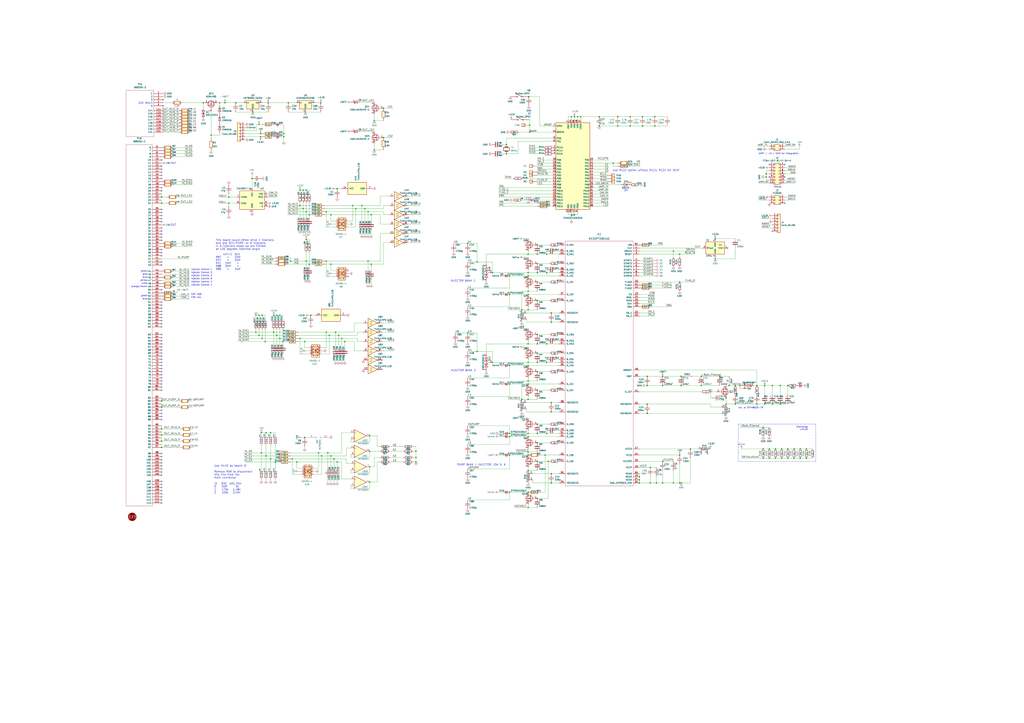
<source format=kicad_sch>
(kicad_sch (version 20231120) (generator "eeschema") (generator_version "8.0")
  (paper "A1")
  (lib_symbols
    (symbol "74xx:74HC14" (pin_names (offset 1.016))
      (property "Reference" "U" (at 0 1.27 0))
      (property "Value" "74HC14" (at 0 -1.27 0))
      (symbol "74HC14_1_0"
        (pin input line (at -7.62 0 0) (length 3.81) (name "~") (number "1"))
        (pin output inverted (at 7.62 0 180) (length 3.81) (name "~") (number "2"))
      )
      (symbol "74HC14_2_0"
        (pin input line (at -7.62 0 0) (length 3.81) (name "~") (number "3"))
        (pin output inverted (at 7.62 0 180) (length 3.81) (name "~") (number "4"))
      )
      (symbol "74HC14_3_0"
        (pin input line (at -7.62 0 0) (length 3.81) (name "~") (number "5"))
        (pin output inverted (at 7.62 0 180) (length 3.81) (name "~") (number "6"))
      )
      (symbol "74HC14_4_0"
        (pin output inverted (at 7.62 0 180) (length 3.81) (name "~") (number "8"))
        (pin input line (at -7.62 0 0) (length 3.81) (name "~") (number "9"))
      )
      (symbol "74HC14_5_0"
        (pin output inverted (at 7.62 0 180) (length 3.81) (name "~") (number "10"))
        (pin input line (at -7.62 0 0) (length 3.81) (name "~") (number "11"))
      )
      (symbol "74HC14_6_0"
        (pin output inverted (at 7.62 0 180) (length 3.81) (name "~") (number "12"))
        (pin input line (at -7.62 0 0) (length 3.81) (name "~") (number "13"))
      )
      (symbol "74HC14_7_0"
        (pin power_in line (at 0 12.7 270) (length 5.08) (name "VCC") (number "14"))
        (pin power_in line (at 0 -12.7 90) (length 5.08) (name "GND") (number "7"))
      )
    )
    (symbol "Amplifier_Operational:MCP6004" (pin_names (offset 0.127))
      (property "Reference" "U" (at 0 5.08 0))
      (property "Value" "MCP6004" (at 0 -5.08 0))
      (symbol "MCP6004_1_1"
        (pin output line (at 7.62 0 180) (length 2.54) (name "~") (number "1"))
        (pin input line (at -7.62 -2.54 0) (length 2.54) (name "-") (number "2"))
        (pin input line (at -7.62 2.54 0) (length 2.54) (name "+") (number "3"))
      )
      (symbol "MCP6004_2_1"
        (pin input line (at -7.62 2.54 0) (length 2.54) (name "+") (number "5"))
        (pin input line (at -7.62 -2.54 0) (length 2.54) (name "-") (number "6"))
        (pin output line (at 7.62 0 180) (length 2.54) (name "~") (number "7"))
      )
      (symbol "MCP6004_3_1"
        (pin input line (at -7.62 2.54 0) (length 2.54) (name "+") (number "10"))
        (pin output line (at 7.62 0 180) (length 2.54) (name "~") (number "8"))
        (pin input line (at -7.62 -2.54 0) (length 2.54) (name "-") (number "9"))
      )
      (symbol "MCP6004_4_1"
        (pin input line (at -7.62 2.54 0) (length 2.54) (name "+") (number "12"))
        (pin input line (at -7.62 -2.54 0) (length 2.54) (name "-") (number "13"))
        (pin output line (at 7.62 0 180) (length 2.54) (name "~") (number "14"))
      )
      (symbol "MCP6004_5_1"
        (pin power_in line (at -2.54 -7.62 90) (length 3.81) (name "V-") (number "11"))
        (pin power_in line (at -2.54 7.62 270) (length 3.81) (name "V+") (number "4"))
      )
    )
    (symbol "Connector:TestPoint" (pin_numbers hide) (pin_names (offset 0.762) hide)
      (property "Reference" "TP" (at 0 6.858 0))
      (property "Value" "TestPoint" (at 0 5.08 0))
      (symbol "TestPoint_1_1"
        (pin passive line (at 0 0 90) (length 2.54) (name "1") (number "1"))
      )
    )
    (symbol "Connector_Generic:Conn_01x06" (pin_names (offset 1.016) hide)
      (property "Reference" "J" (at 0 7.62 0))
      (property "Value" "Conn_01x06" (at 0 -10.16 0))
      (symbol "Conn_01x06_1_1"
        (pin passive line (at -5.08 5.08 0) (length 3.81) (name "Pin_1") (number "1"))
        (pin passive line (at -5.08 2.54 0) (length 3.81) (name "Pin_2") (number "2"))
        (pin passive line (at -5.08 0 0) (length 3.81) (name "Pin_3") (number "3"))
        (pin passive line (at -5.08 -2.54 0) (length 3.81) (name "Pin_4") (number "4"))
        (pin passive line (at -5.08 -5.08 0) (length 3.81) (name "Pin_5") (number "5"))
        (pin passive line (at -5.08 -7.62 0) (length 3.81) (name "Pin_6") (number "6"))
      )
    )
    (symbol "Connector_Generic:Conn_02x02_Odd_Even" (pin_names (offset 1.016) hide)
      (property "Reference" "J" (at 1.27 2.54 0))
      (property "Value" "Conn_02x02_Odd_Even" (at 1.27 -5.08 0))
      (symbol "Conn_02x02_Odd_Even_1_1"
        (pin passive line (at -5.08 0 0) (length 3.81) (name "Pin_1") (number "1"))
        (pin passive line (at 7.62 0 180) (length 3.81) (name "Pin_2") (number "2"))
        (pin passive line (at -5.08 -2.54 0) (length 3.81) (name "Pin_3") (number "3"))
        (pin passive line (at 7.62 -2.54 180) (length 3.81) (name "Pin_4") (number "4"))
      )
    )
    (symbol "Connector_Generic:Conn_02x03_Odd_Even" (pin_names (offset 1.016) hide)
      (property "Reference" "J" (at 1.27 5.08 0))
      (property "Value" "Conn_02x03_Odd_Even" (at 1.27 -5.08 0))
      (symbol "Conn_02x03_Odd_Even_1_1"
        (pin passive line (at -5.08 2.54 0) (length 3.81) (name "Pin_1") (number "1"))
        (pin passive line (at 7.62 2.54 180) (length 3.81) (name "Pin_2") (number "2"))
        (pin passive line (at -5.08 0 0) (length 3.81) (name "Pin_3") (number "3"))
        (pin passive line (at 7.62 0 180) (length 3.81) (name "Pin_4") (number "4"))
        (pin passive line (at -5.08 -2.54 0) (length 3.81) (name "Pin_5") (number "5"))
        (pin passive line (at 7.62 -2.54 180) (length 3.81) (name "Pin_6") (number "6"))
      )
    )
    (symbol "Connector_Generic:Conn_02x07_Odd_Even" (pin_names (offset 1.016) hide)
      (property "Reference" "J" (at 1.27 10.16 0))
      (property "Value" "Conn_02x07_Odd_Even" (at 1.27 -10.16 0))
      (symbol "Conn_02x07_Odd_Even_1_1"
        (pin passive line (at -5.08 7.62 0) (length 3.81) (name "Pin_1") (number "1"))
        (pin passive line (at 7.62 -2.54 180) (length 3.81) (name "Pin_10") (number "10"))
        (pin passive line (at -5.08 -5.08 0) (length 3.81) (name "Pin_11") (number "11"))
        (pin passive line (at 7.62 -5.08 180) (length 3.81) (name "Pin_12") (number "12"))
        (pin passive line (at -5.08 -7.62 0) (length 3.81) (name "Pin_13") (number "13"))
        (pin passive line (at 7.62 -7.62 180) (length 3.81) (name "Pin_14") (number "14"))
        (pin passive line (at 7.62 7.62 180) (length 3.81) (name "Pin_2") (number "2"))
        (pin passive line (at -5.08 5.08 0) (length 3.81) (name "Pin_3") (number "3"))
        (pin passive line (at 7.62 5.08 180) (length 3.81) (name "Pin_4") (number "4"))
        (pin passive line (at -5.08 2.54 0) (length 3.81) (name "Pin_5") (number "5"))
        (pin passive line (at 7.62 2.54 180) (length 3.81) (name "Pin_6") (number "6"))
        (pin passive line (at -5.08 0 0) (length 3.81) (name "Pin_7") (number "7"))
        (pin passive line (at 7.62 0 180) (length 3.81) (name "Pin_8") (number "8"))
        (pin passive line (at -5.08 -2.54 0) (length 3.81) (name "Pin_9") (number "9"))
      )
    )
    (symbol "Device:C" (pin_numbers hide) (pin_names (offset 0.254))
      (property "Reference" "C" (at 0.635 2.54 0))
      (property "Value" "C" (at 0.635 -2.54 0))
      (symbol "C_1_1"
        (pin passive line (at 0 3.81 270) (length 2.794) (name "~") (number "1"))
        (pin passive line (at 0 -3.81 90) (length 2.794) (name "~") (number "2"))
      )
    )
    (symbol "Device:C_Polarized_US" (pin_numbers hide) (pin_names (offset 0.254) hide)
      (property "Reference" "C" (at 0.635 2.54 0))
      (property "Value" "C_Polarized_US" (at 0.635 -2.54 0))
      (symbol "C_Polarized_US_1_1"
        (pin passive line (at 0 3.81 270) (length 2.794) (name "~") (number "1"))
        (pin passive line (at 0 -3.81 90) (length 3.302) (name "~") (number "2"))
      )
    )
    (symbol "Device:Crystal" (pin_numbers hide) (pin_names (offset 1.016) hide)
      (property "Reference" "Y" (at 0 3.81 0))
      (property "Value" "Crystal" (at 0 -3.81 0))
      (symbol "Crystal_1_1"
        (pin passive line (at -3.81 0 0) (length 1.27) (name "1") (number "1"))
        (pin passive line (at 3.81 0 180) (length 1.27) (name "2") (number "2"))
      )
    )
    (symbol "Device:D_Schottky" (pin_numbers hide) (pin_names (offset 1.016) hide)
      (property "Reference" "D" (at 0 2.54 0))
      (property "Value" "D_Schottky" (at 0 -2.54 0))
      (symbol "D_Schottky_1_1"
        (pin passive line (at -3.81 0 0) (length 2.54) (name "K") (number "1"))
        (pin passive line (at 3.81 0 180) (length 2.54) (name "A") (number "2"))
      )
    )
    (symbol "Device:D_Schottky_AKA" (pin_names (offset 0) hide)
      (property "Reference" "D" (at 0 2.54 0))
      (property "Value" "D_Schottky_AKA" (at 0 -2.54 0))
      (symbol "D_Schottky_AKA_1_1"
        (pin input line (at 5.08 2.54 180) (length 2.54) (name "A") (number "1"))
        (pin passive line (at -3.81 0 0) (length 2.54) (name "K") (number "2"))
        (pin passive line (at 5.08 0 180) (length 2.54) (name "A") (number "3"))
      )
    )
    (symbol "Device:D_Schottky_Dual_CommonCathode_AKA" (pin_names (offset 0.762) hide)
      (property "Reference" "D" (at 1.27 -2.54 0))
      (property "Value" "D_Schottky_Dual_CommonCathode_AKA" (at 0 2.54 0))
      (symbol "D_Schottky_Dual_CommonCathode_AKA_0_1"
        (pin passive line (at -7.62 0 0) (length 3.81) (name "A") (number "1"))
        (pin passive line (at 0 -5.08 90) (length 2.54) (name "K") (number "2"))
        (pin passive line (at 7.62 0 180) (length 3.81) (name "A") (number "3"))
      )
    )
    (symbol "Device:D_Schottky_Small" (pin_numbers hide) (pin_names (offset 0.254) hide)
      (property "Reference" "D" (at -1.27 2.032 0))
      (property "Value" "D_Schottky_Small" (at -7.112 -2.032 0))
      (symbol "D_Schottky_Small_1_1"
        (pin passive line (at -2.54 0 0) (length 1.778) (name "K") (number "1"))
        (pin passive line (at 2.54 0 180) (length 1.778) (name "A") (number "2"))
      )
    )
    (symbol "Device:D_TVS" (pin_numbers hide) (pin_names (offset 1.016) hide)
      (property "Reference" "D" (at 0 2.54 0))
      (property "Value" "D_TVS" (at 0 -2.54 0))
      (symbol "D_TVS_1_1"
        (pin passive line (at -3.81 0 0) (length 2.54) (name "A1") (number "1"))
        (pin passive line (at 3.81 0 180) (length 2.54) (name "A2") (number "2"))
      )
    )
    (symbol "Device:D_Zener" (pin_numbers hide) (pin_names (offset 1.016) hide)
      (property "Reference" "D" (at 0 2.54 0))
      (property "Value" "D_Zener" (at 0 -2.54 0))
      (symbol "D_Zener_1_1"
        (pin passive line (at -3.81 0 0) (length 2.54) (name "K") (number "1"))
        (pin passive line (at 3.81 0 180) (length 2.54) (name "A") (number "2"))
      )
    )
    (symbol "Device:L" (pin_numbers hide) (pin_names (offset 1.016) hide)
      (property "Reference" "L" (at -1.27 0 90))
      (property "Value" "L" (at 1.905 0 90))
      (symbol "L_1_1"
        (pin passive line (at 0 3.81 270) (length 1.27) (name "1") (number "1"))
        (pin passive line (at 0 -3.81 90) (length 1.27) (name "2") (number "2"))
      )
    )
    (symbol "Device:LED" (pin_numbers hide) (pin_names (offset 1.016) hide)
      (property "Reference" "D" (at 0 2.54 0))
      (property "Value" "LED" (at 0 -2.54 0))
      (symbol "LED_1_1"
        (pin passive line (at -3.81 0 0) (length 2.54) (name "K") (number "1"))
        (pin passive line (at 3.81 0 180) (length 2.54) (name "A") (number "2"))
      )
    )
    (symbol "Device:LED_Small" (pin_numbers hide) (pin_names (offset 0.254) hide)
      (property "Reference" "D" (at -1.27 3.175 0))
      (property "Value" "LED_Small" (at -4.445 -2.54 0))
      (symbol "LED_Small_1_1"
        (pin passive line (at -2.54 0 0) (length 1.778) (name "K") (number "1"))
        (pin passive line (at 2.54 0 180) (length 1.778) (name "A") (number "2"))
      )
    )
    (symbol "Device:Q_NMOS_GDS" (pin_names (offset 0) hide)
      (property "Reference" "Q" (at 5.08 1.27 0))
      (property "Value" "Q_NMOS_GDS" (at 5.08 -1.27 0))
      (symbol "Q_NMOS_GDS_1_1"
        (pin input line (at -5.08 0 0) (length 2.54) (name "G") (number "1"))
        (pin passive line (at 2.54 5.08 270) (length 2.54) (name "D") (number "2"))
        (pin passive line (at 2.54 -5.08 90) (length 2.54) (name "S") (number "3"))
      )
    )
    (symbol "Device:R" (pin_numbers hide) (pin_names (offset 0))
      (property "Reference" "R" (at 2.032 0 90))
      (property "Value" "R" (at 0 0 90))
      (symbol "R_1_1"
        (pin passive line (at 0 3.81 270) (length 1.27) (name "~") (number "1"))
        (pin passive line (at 0 -3.81 90) (length 1.27) (name "~") (number "2"))
      )
    )
    (symbol "Device:R_Shunt" (pin_numbers hide) (pin_names (offset 0))
      (property "Reference" "R" (at -4.445 0 90))
      (property "Value" "R_Shunt" (at -2.54 0 90))
      (symbol "R_Shunt_1_1"
        (pin passive line (at 0 5.08 270) (length 2.54) (name "1") (number "1"))
        (pin passive line (at 3.81 2.54 180) (length 2.54) (name "2") (number "2"))
        (pin passive line (at 3.81 -2.54 180) (length 2.54) (name "3") (number "3"))
        (pin passive line (at 0 -5.08 90) (length 2.54) (name "4") (number "4"))
      )
    )
    (symbol "Interface_CAN_LIN:TJA1051T-3" (pin_names (offset 1.016))
      (property "Reference" "U" (at -10.16 8.89 0))
      (property "Value" "TJA1051T-3" (at 1.27 8.89 0))
      (symbol "TJA1051T-3_1_1"
        (pin input line (at -12.7 5.08 0) (length 2.54) (name "TXD") (number "1"))
        (pin power_in line (at 0 -10.16 90) (length 2.54) (name "GND") (number "2"))
        (pin power_in line (at 0 10.16 270) (length 2.54) (name "VCC") (number "3"))
        (pin output line (at -12.7 2.54 0) (length 2.54) (name "RXD") (number "4"))
        (pin power_in line (at -12.7 -2.54 0) (length 2.54) (name "VIO") (number "5"))
        (pin bidirectional line (at 12.7 -2.54 180) (length 2.54) (name "CANL") (number "6"))
        (pin bidirectional line (at 12.7 2.54 180) (length 2.54) (name "CANH") (number "7"))
        (pin input line (at -12.7 -5.08 0) (length 2.54) (name "S") (number "8"))
      )
    )
    (symbol "MCU_ST_STM32F1:STM32F103C6Tx"
      (property "Reference" "U" (at -15.24 36.83 0))
      (property "Value" "STM32F103C6Tx" (at 7.62 36.83 0))
      (symbol "STM32F103C6Tx_1_1"
        (pin power_in line (at -5.08 38.1 270) (length 2.54) (name "VBAT") (number "1"))
        (pin bidirectional line (at 15.24 5.08 180) (length 2.54) (name "PA0") (number "10"))
        (pin bidirectional line (at 15.24 2.54 180) (length 2.54) (name "PA1") (number "11"))
        (pin bidirectional line (at 15.24 0 180) (length 2.54) (name "PA2") (number "12"))
        (pin bidirectional line (at 15.24 -2.54 180) (length 2.54) (name "PA3") (number "13"))
        (pin bidirectional line (at 15.24 -5.08 180) (length 2.54) (name "PA4") (number "14"))
        (pin bidirectional line (at 15.24 -7.62 180) (length 2.54) (name "PA5") (number "15"))
        (pin bidirectional line (at 15.24 -10.16 180) (length 2.54) (name "PA6") (number "16"))
        (pin bidirectional line (at 15.24 -12.7 180) (length 2.54) (name "PA7") (number "17"))
        (pin bidirectional line (at -17.78 5.08 0) (length 2.54) (name "PB0") (number "18"))
        (pin bidirectional line (at -17.78 2.54 0) (length 2.54) (name "PB1") (number "19"))
        (pin bidirectional line (at -17.78 15.24 0) (length 2.54) (name "PC13") (number "2"))
        (pin bidirectional line (at -17.78 0 0) (length 2.54) (name "PB2") (number "20"))
        (pin bidirectional line (at -17.78 -20.32 0) (length 2.54) (name "PB10") (number "21"))
        (pin bidirectional line (at -17.78 -22.86 0) (length 2.54) (name "PB11") (number "22"))
        (pin power_in line (at -5.08 -38.1 90) (length 2.54) (name "VSS") (number "23"))
        (pin power_in line (at -2.54 38.1 270) (length 2.54) (name "VDD") (number "24"))
        (pin bidirectional line (at -17.78 -25.4 0) (length 2.54) (name "PB12") (number "25"))
        (pin bidirectional line (at -17.78 -27.94 0) (length 2.54) (name "PB13") (number "26"))
        (pin bidirectional line (at -17.78 -30.48 0) (length 2.54) (name "PB14") (number "27"))
        (pin bidirectional line (at -17.78 -33.02 0) (length 2.54) (name "PB15") (number "28"))
        (pin bidirectional line (at 15.24 -15.24 180) (length 2.54) (name "PA8") (number "29"))
        (pin bidirectional line (at -17.78 12.7 0) (length 2.54) (name "PC14") (number "3"))
        (pin bidirectional line (at 15.24 -17.78 180) (length 2.54) (name "PA9") (number "30"))
        (pin bidirectional line (at 15.24 -20.32 180) (length 2.54) (name "PA10") (number "31"))
        (pin bidirectional line (at 15.24 -22.86 180) (length 2.54) (name "PA11") (number "32"))
        (pin bidirectional line (at 15.24 -25.4 180) (length 2.54) (name "PA12") (number "33"))
        (pin bidirectional line (at 15.24 -27.94 180) (length 2.54) (name "PA13") (number "34"))
        (pin power_in line (at -2.54 -38.1 90) (length 2.54) (name "VSS") (number "35"))
        (pin power_in line (at 0 38.1 270) (length 2.54) (name "VDD") (number "36"))
        (pin bidirectional line (at 15.24 -30.48 180) (length 2.54) (name "PA14") (number "37"))
        (pin bidirectional line (at 15.24 -33.02 180) (length 2.54) (name "PA15") (number "38"))
        (pin bidirectional line (at -17.78 -2.54 0) (length 2.54) (name "PB3") (number "39"))
        (pin bidirectional line (at -17.78 10.16 0) (length 2.54) (name "PC15") (number "4"))
        (pin bidirectional line (at -17.78 -5.08 0) (length 2.54) (name "PB4") (number "40"))
        (pin bidirectional line (at -17.78 -7.62 0) (length 2.54) (name "PB5") (number "41"))
        (pin bidirectional line (at -17.78 -10.16 0) (length 2.54) (name "PB6") (number "42"))
        (pin bidirectional line (at -17.78 -12.7 0) (length 2.54) (name "PB7") (number "43"))
        (pin input line (at -17.78 27.94 0) (length 2.54) (name "BOOT0") (number "44"))
        (pin bidirectional line (at -17.78 -15.24 0) (length 2.54) (name "PB8") (number "45"))
        (pin bidirectional line (at -17.78 -17.78 0) (length 2.54) (name "PB9") (number "46"))
        (pin power_in line (at 0 -38.1 90) (length 2.54) (name "VSS") (number "47"))
        (pin power_in line (at 2.54 38.1 270) (length 2.54) (name "VDD") (number "48"))
        (pin input line (at -17.78 22.86 0) (length 2.54) (name "PD0") (number "5"))
        (pin input line (at -17.78 20.32 0) (length 2.54) (name "PD1") (number "6"))
        (pin input line (at -17.78 33.02 0) (length 2.54) (name "NRST") (number "7"))
        (pin power_in line (at 2.54 -38.1 90) (length 2.54) (name "VSSA") (number "8"))
        (pin power_in line (at 5.08 38.1 270) (length 2.54) (name "VDDA") (number "9"))
      )
    )
    (symbol "Oscillator:ABLNO"
      (property "Reference" "X" (at -8.89 6.35 0))
      (property "Value" "ABLNO" (at 3.81 6.35 0))
      (symbol "ABLNO_1_1"
        (pin input line (at -10.16 0 0) (length 2.54) (name "Vctrl") (number "1"))
        (pin power_in line (at 0 -7.62 90) (length 2.54) (name "GND") (number "2"))
        (pin output line (at 10.16 0 180) (length 2.54) (name "RFout") (number "3"))
        (pin power_in line (at 0 7.62 270) (length 2.54) (name "VDD") (number "4"))
      )
    )
    (symbol "Power_Protection:NUP4202"
      (property "Reference" "U" (at -6.985 -2.54 0))
      (property "Value" "NUP4202" (at 6.35 1.27 90))
      (symbol "NUP4202_1_1"
        (pin passive line (at -2.54 -5.08 90) (length 2.54) (name "~") (number "1"))
        (pin passive line (at 0 -5.08 90) (length 2.54) (name "~") (number "2"))
        (pin passive line (at 2.54 -5.08 90) (length 2.54) (name "~") (number "3"))
        (pin passive line (at 2.54 5.08 270) (length 2.54) (name "~") (number "4"))
        (pin passive line (at 0 5.08 270) (length 2.54) (name "~") (number "5"))
        (pin passive line (at -2.54 5.08 270) (length 2.54) (name "~") (number "6"))
      )
    )
    (symbol "Regulator_Linear:LM78M05_TO252" (pin_names (offset 0.254))
      (property "Reference" "U" (at -3.81 3.175 0))
      (property "Value" "LM78M05_TO252" (at 0 3.175 0))
      (symbol "LM78M05_TO252_1_1"
        (pin power_in line (at -7.62 0 0) (length 2.54) (name "VI") (number "1"))
        (pin power_in line (at 0 -7.62 90) (length 2.54) (name "GND") (number "2"))
        (pin power_out line (at 7.62 0 180) (length 2.54) (name "VO") (number "3"))
      )
    )
    (symbol "Regulator_Linear:XC6206PxxxMR" (pin_names (offset 0.254))
      (property "Reference" "U" (at -3.81 3.175 0))
      (property "Value" "XC6206PxxxMR" (at 0 3.175 0))
      (symbol "XC6206PxxxMR_1_1"
        (pin power_in line (at 0 -7.62 90) (length 2.54) (name "GND") (number "1"))
        (pin power_out line (at 7.62 0 180) (length 2.54) (name "VO") (number "2"))
        (pin power_in line (at -7.62 0 0) (length 2.54) (name "VI") (number "3"))
      )
    )
    (symbol "TE_368255-2:368255-2" (pin_names (offset 1.016))
      (property "Reference" "P" (at -1.27 0 0))
      (property "Value" "368255-2" (at 0 3.81 0))
      (symbol "368255-2_1_1"
        (pin passive line (at -19.05 12.7 0) (length 7.62) (name "1") (number "1"))
        (pin passive line (at -19.05 -1.27 0) (length 7.62) (name "114") (number "114"))
        (pin passive line (at -19.05 -3.81 0) (length 7.62) (name "115") (number "115"))
        (pin passive line (at -19.05 -6.35 0) (length 7.62) (name "116") (number "116"))
        (pin passive line (at -19.05 -8.89 0) (length 7.62) (name "117") (number "117"))
        (pin passive line (at -19.05 -11.43 0) (length 7.62) (name "118") (number "118"))
        (pin passive line (at -19.05 -13.97 0) (length 7.62) (name "119") (number "119"))
        (pin passive line (at -19.05 -16.51 0) (length 7.62) (name "120") (number "120"))
        (pin passive line (at -19.05 -19.05 0) (length 7.62) (name "121") (number "121"))
        (pin passive line (at -19.05 10.16 0) (length 7.62) (name "2") (number "2"))
        (pin passive line (at -19.05 7.62 0) (length 7.62) (name "3") (number "3"))
        (pin passive line (at -19.05 5.08 0) (length 7.62) (name "4") (number "4"))
        (pin passive line (at -19.05 2.54 0) (length 7.62) (name "5") (number "5"))
      )
      (symbol "368255-2_2_1"
        (pin passive line (at -19.05 140.97 0) (length 7.62) (name "10") (number "10"))
        (pin passive line (at -19.05 -105.41 0) (length 7.62) (name "100") (number "100"))
        (pin passive line (at -19.05 -107.95 0) (length 7.62) (name "101") (number "101"))
        (pin passive line (at -19.05 -110.49 0) (length 7.62) (name "102") (number "102"))
        (pin passive line (at -19.05 -113.03 0) (length 7.62) (name "103") (number "103"))
        (pin passive line (at -19.05 -115.57 0) (length 7.62) (name "104") (number "104"))
        (pin passive line (at -19.05 -118.11 0) (length 7.62) (name "105") (number "105"))
        (pin passive line (at -19.05 -123.19 0) (length 7.62) (name "106") (number "106"))
        (pin passive line (at -19.05 -125.73 0) (length 7.62) (name "107") (number "107"))
        (pin passive line (at -19.05 -128.27 0) (length 7.62) (name "108") (number "108"))
        (pin passive line (at -19.05 -130.81 0) (length 7.62) (name "109") (number "109"))
        (pin passive line (at -19.05 138.43 0) (length 7.62) (name "11") (number "11"))
        (pin passive line (at -19.05 -133.35 0) (length 7.62) (name "110") (number "110"))
        (pin passive line (at -19.05 -135.89 0) (length 7.62) (name "111") (number "111"))
        (pin passive line (at -19.05 -138.43 0) (length 7.62) (name "112") (number "112"))
        (pin passive line (at -19.05 -140.97 0) (length 7.62) (name "113") (number "113"))
        (pin passive line (at -19.05 135.89 0) (length 7.62) (name "12") (number "12"))
        (pin passive line (at -19.05 133.35 0) (length 7.62) (name "13") (number "13"))
        (pin passive line (at -19.05 130.81 0) (length 7.62) (name "14") (number "14"))
        (pin passive line (at -19.05 128.27 0) (length 7.62) (name "15") (number "15"))
        (pin passive line (at -19.05 125.73 0) (length 7.62) (name "16") (number "16"))
        (pin passive line (at -19.05 123.19 0) (length 7.62) (name "17") (number "17"))
        (pin passive line (at -19.05 120.65 0) (length 7.62) (name "18") (number "18"))
        (pin passive line (at -19.05 118.11 0) (length 7.62) (name "19") (number "19"))
        (pin passive line (at -19.05 115.57 0) (length 7.62) (name "20") (number "20"))
        (pin passive line (at -19.05 113.03 0) (length 7.62) (name "21") (number "21"))
        (pin passive line (at -19.05 110.49 0) (length 7.62) (name "22") (number "22"))
        (pin passive line (at -19.05 107.95 0) (length 7.62) (name "23") (number "23"))
        (pin passive line (at -19.05 105.41 0) (length 7.62) (name "24") (number "24"))
        (pin passive line (at -19.05 100.33 0) (length 7.62) (name "25") (number "25"))
        (pin passive line (at -19.05 97.79 0) (length 7.62) (name "26") (number "26"))
        (pin passive line (at -19.05 95.25 0) (length 7.62) (name "27") (number "27"))
        (pin passive line (at -19.05 92.71 0) (length 7.62) (name "28") (number "28"))
        (pin passive line (at -19.05 90.17 0) (length 7.62) (name "29") (number "29"))
        (pin passive line (at -19.05 87.63 0) (length 7.62) (name "30") (number "30"))
        (pin passive line (at -19.05 85.09 0) (length 7.62) (name "31") (number "31"))
        (pin passive line (at -19.05 82.55 0) (length 7.62) (name "32") (number "32"))
        (pin passive line (at -19.05 80.01 0) (length 7.62) (name "33") (number "33"))
        (pin passive line (at -19.05 77.47 0) (length 7.62) (name "34") (number "34"))
        (pin passive line (at -19.05 74.93 0) (length 7.62) (name "35") (number "35"))
        (pin passive line (at -19.05 72.39 0) (length 7.62) (name "36") (number "36"))
        (pin passive line (at -19.05 69.85 0) (length 7.62) (name "37") (number "37"))
        (pin passive line (at -19.05 67.31 0) (length 7.62) (name "38") (number "38"))
        (pin passive line (at -19.05 64.77 0) (length 7.62) (name "39") (number "39"))
        (pin passive line (at -19.05 62.23 0) (length 7.62) (name "40") (number "40"))
        (pin passive line (at -19.05 59.69 0) (length 7.62) (name "41") (number "41"))
        (pin passive line (at -19.05 57.15 0) (length 7.62) (name "42") (number "42"))
        (pin passive line (at -19.05 54.61 0) (length 7.62) (name "43") (number "43"))
        (pin passive line (at -19.05 49.53 0) (length 7.62) (name "44") (number "44"))
        (pin passive line (at -19.05 46.99 0) (length 7.62) (name "45") (number "45"))
        (pin passive line (at -19.05 44.45 0) (length 7.62) (name "46") (number "46"))
        (pin passive line (at -19.05 41.91 0) (length 7.62) (name "47") (number "47"))
        (pin passive line (at -19.05 39.37 0) (length 7.62) (name "48") (number "48"))
        (pin passive line (at -19.05 36.83 0) (length 7.62) (name "49") (number "49"))
        (pin passive line (at -19.05 34.29 0) (length 7.62) (name "50") (number "50"))
        (pin passive line (at -19.05 31.75 0) (length 7.62) (name "51") (number "51"))
        (pin passive line (at -19.05 29.21 0) (length 7.62) (name "52") (number "52"))
        (pin passive line (at -19.05 26.67 0) (length 7.62) (name "53") (number "53"))
        (pin passive line (at -19.05 24.13 0) (length 7.62) (name "54") (number "54"))
        (pin passive line (at -19.05 21.59 0) (length 7.62) (name "55") (number "55"))
        (pin passive line (at -19.05 19.05 0) (length 7.62) (name "56") (number "56"))
        (pin passive line (at -19.05 16.51 0) (length 7.62) (name "57") (number "57"))
        (pin passive line (at -19.05 13.97 0) (length 7.62) (name "58") (number "58"))
        (pin passive line (at -19.05 11.43 0) (length 7.62) (name "59") (number "59"))
        (pin passive line (at -19.05 151.13 0) (length 7.62) (name "6") (number "6"))
        (pin passive line (at -19.05 8.89 0) (length 7.62) (name "60") (number "60"))
        (pin passive line (at -19.05 6.35 0) (length 7.62) (name "61") (number "61"))
        (pin passive line (at -19.05 3.81 0) (length 7.62) (name "62") (number "62"))
        (pin passive line (at -19.05 -2.54 0) (length 7.62) (name "63") (number "63"))
        (pin passive line (at -19.05 -5.08 0) (length 7.62) (name "64") (number "64"))
        (pin passive line (at -19.05 -7.62 0) (length 7.62) (name "65") (number "65"))
        (pin passive line (at -19.05 -10.16 0) (length 7.62) (name "66") (number "66"))
        (pin passive line (at -19.05 -12.7 0) (length 7.62) (name "67") (number "67"))
        (pin passive line (at -19.05 -15.24 0) (length 7.62) (name "68") (number "68"))
        (pin passive line (at -19.05 -17.78 0) (length 7.62) (name "69") (number "69"))
        (pin passive line (at -19.05 148.59 0) (length 7.62) (name "7") (number "7"))
        (pin passive line (at -19.05 -20.32 0) (length 7.62) (name "70") (number "70"))
        (pin passive line (at -19.05 -22.86 0) (length 7.62) (name "71") (number "71"))
        (pin passive line (at -19.05 -25.4 0) (length 7.62) (name "72") (number "72"))
        (pin passive line (at -19.05 -27.94 0) (length 7.62) (name "73") (number "73"))
        (pin passive line (at -19.05 -30.48 0) (length 7.62) (name "74") (number "74"))
        (pin passive line (at -19.05 -33.02 0) (length 7.62) (name "75") (number "75"))
        (pin passive line (at -19.05 -35.56 0) (length 7.62) (name "76") (number "76"))
        (pin passive line (at -19.05 -38.1 0) (length 7.62) (name "77") (number "77"))
        (pin passive line (at -19.05 -40.64 0) (length 7.62) (name "78") (number "78"))
        (pin passive line (at -19.05 -43.18 0) (length 7.62) (name "79") (number "79"))
        (pin passive line (at -19.05 146.05 0) (length 7.62) (name "8") (number "8"))
        (pin passive line (at -19.05 -45.72 0) (length 7.62) (name "80") (number "80"))
        (pin passive line (at -19.05 -48.26 0) (length 7.62) (name "81") (number "81"))
        (pin passive line (at -19.05 -54.61 0) (length 7.62) (name "82") (number "82"))
        (pin passive line (at -19.05 -57.15 0) (length 7.62) (name "83") (number "83"))
        (pin passive line (at -19.05 -59.69 0) (length 7.62) (name "84") (number "84"))
        (pin passive line (at -19.05 -62.23 0) (length 7.62) (name "85") (number "85"))
        (pin passive line (at -19.05 -64.77 0) (length 7.62) (name "86") (number "86"))
        (pin passive line (at -19.05 -67.31 0) (length 7.62) (name "87") (number "87"))
        (pin passive line (at -19.05 -69.85 0) (length 7.62) (name "88") (number "88"))
        (pin passive line (at -19.05 -72.39 0) (length 7.62) (name "89") (number "89"))
        (pin passive line (at -19.05 143.51 0) (length 7.62) (name "9") (number "9"))
        (pin passive line (at -19.05 -77.47 0) (length 7.62) (name "90") (number "90"))
        (pin passive line (at -19.05 -80.01 0) (length 7.62) (name "91") (number "91"))
        (pin passive line (at -19.05 -82.55 0) (length 7.62) (name "92") (number "92"))
        (pin passive line (at -19.05 -85.09 0) (length 7.62) (name "93") (number "93"))
        (pin passive line (at -19.05 -87.63 0) (length 7.62) (name "94") (number "94"))
        (pin passive line (at -19.05 -90.17 0) (length 7.62) (name "95") (number "95"))
        (pin passive line (at -19.05 -92.71 0) (length 7.62) (name "96") (number "96"))
        (pin passive line (at -19.05 -95.25 0) (length 7.62) (name "97") (number "97"))
        (pin passive line (at -19.05 -100.33 0) (length 7.62) (name "98") (number "98"))
        (pin passive line (at -19.05 -102.87 0) (length 7.62) (name "99") (number "99"))
      )
    )
    (symbol "Transistor_FET:QM6015D" (pin_names hide)
      (property "Reference" "Q" (at 5.08 1.905 0))
      (property "Value" "QM6015D" (at 5.08 0 0))
      (symbol "QM6015D_1_1"
        (pin passive line (at -5.08 0 0) (length 2.54) (name "G") (number "1"))
        (pin passive line (at 2.54 5.08 270) (length 2.54) (name "D") (number "2"))
        (pin passive line (at 2.54 -5.08 90) (length 2.54) (name "S") (number "3"))
      )
    )
    (symbol "chips:MC33816" (pin_names (offset 1.016))
      (property "Reference" "U" (at 0 -1.27 0))
      (property "Value" "MC33816" (at 0 1.27 0))
      (symbol "MC33816_1_1"
        (pin input line (at 33.02 68.58 180) (length 5.08) (name "CLK") (number "1"))
        (pin input line (at 33.02 40.64 180) (length 5.08) (name "FLAG0") (number "10"))
        (pin input line (at 33.02 38.1 180) (length 5.08) (name "FLAG1") (number "11"))
        (pin input line (at 33.02 35.56 180) (length 5.08) (name "FLAG2") (number "12"))
        (pin input line (at 33.02 30.48 180) (length 5.08) (name "CS") (number "13"))
        (pin input line (at 33.02 27.94 180) (length 5.08) (name "MOSI") (number "14"))
        (pin input line (at 33.02 25.4 180) (length 5.08) (name "MISO") (number "15"))
        (pin input line (at 33.02 22.86 180) (length 5.08) (name "SCK") (number "16"))
        (pin input line (at 33.02 -96.52 180) (length 5.08) (name "VCCIO") (number "17"))
        (pin input line (at 33.02 20.32 180) (length 5.08) (name "DBG") (number "18"))
        (pin input line (at 33.02 -119.38 180) (length 5.08) (name "DGND") (number "19"))
        (pin input line (at 33.02 66.04 180) (length 5.08) (name "DRVEN") (number "2"))
        (pin input line (at 33.02 -106.68 180) (length 5.08) (name "VCC2P5") (number "20"))
        (pin input line (at 33.02 -101.6 180) (length 5.08) (name "VCC5") (number "21"))
        (pin input line (at 33.02 15.24 180) (length 5.08) (name "OA_1") (number "22"))
        (pin input line (at 33.02 12.7 180) (length 5.08) (name "OA_2") (number "23"))
        (pin input line (at 33.02 -121.92 180) (length 5.08) (name "AGND") (number "24"))
        (pin input line (at -33.02 7.62 0) (length 5.08) (name "VSENSEN1") (number "25"))
        (pin input line (at -33.02 15.24 0) (length 5.08) (name "VSENSEP1") (number "26"))
        (pin input line (at -33.02 -66.04 0) (length 5.08) (name "VSENSEN2") (number "27"))
        (pin input line (at -33.02 -58.42 0) (length 5.08) (name "VSENSEP2") (number "28"))
        (pin input line (at -33.02 -124.46 0) (length 5.08) (name "VSENSEN3") (number "29"))
        (pin input line (at 33.02 63.5 180) (length 5.08) (name "RESET") (number "3"))
        (pin input line (at -33.02 -116.84 0) (length 5.08) (name "VSENSEP3") (number "30"))
        (pin input line (at 33.02 -67.31 180) (length 5.08) (name "VSENSEN4") (number "31"))
        (pin input line (at 33.02 -59.69 180) (length 5.08) (name "VSENSEP4") (number "32"))
        (pin input line (at -33.02 -101.6 0) (length 5.08) (name "D_LS6") (number "33"))
        (pin input line (at -33.02 -86.36 0) (length 5.08) (name "D_LS5") (number "34"))
        (pin input line (at -33.02 -43.18 0) (length 5.08) (name "D_LS4") (number "35"))
        (pin input line (at -33.02 -27.94 0) (length 5.08) (name "D_LS3") (number "36"))
        (pin input line (at -33.02 30.48 0) (length 5.08) (name "D_LS2") (number "37"))
        (pin input line (at -33.02 45.72 0) (length 5.08) (name "D_LS1") (number "38"))
        (pin input line (at 33.02 -36.83 180) (length 5.08) (name "VBAT") (number "39"))
        (pin input line (at 33.02 58.42 180) (length 5.08) (name "START1") (number "4"))
        (pin input line (at 33.02 -111.76 180) (length 5.08) (name "VCCP") (number "40"))
        (pin input line (at 33.02 -49.53 180) (length 5.08) (name "G_LS7") (number "41"))
        (pin input line (at -33.02 -106.68 0) (length 5.08) (name "G_LS6") (number "42"))
        (pin input line (at -33.02 -91.44 0) (length 5.08) (name "G_LS5") (number "43"))
        (pin input line (at -33.02 -48.26 0) (length 5.08) (name "G_LS4") (number "44"))
        (pin input line (at -33.02 -33.02 0) (length 5.08) (name "G_LS3") (number "45"))
        (pin input line (at -33.02 25.4 0) (length 5.08) (name "G_LS2") (number "46"))
        (pin input line (at -33.02 40.64 0) (length 5.08) (name "G_LS1") (number "47"))
        (pin input line (at 33.02 -31.75 180) (length 5.08) (name "VBOOST") (number "48"))
        (pin input line (at -33.02 -81.28 0) (length 5.08) (name "B_HS5") (number "49"))
        (pin input line (at 33.02 55.88 180) (length 5.08) (name "START2") (number "5"))
        (pin input line (at -33.02 -76.2 0) (length 5.08) (name "G_HS5") (number "50"))
        (pin input line (at -33.02 -83.82 0) (length 5.08) (name "S_HS5") (number "51"))
        (pin input line (at -33.02 -22.86 0) (length 5.08) (name "B_HS4") (number "52"))
        (pin input line (at -33.02 -17.78 0) (length 5.08) (name "G_HS4") (number "53"))
        (pin input line (at -33.02 -25.4 0) (length 5.08) (name "S_HS4") (number "54"))
        (pin input line (at -33.02 -7.62 0) (length 5.08) (name "B_HS3") (number "55"))
        (pin input line (at -33.02 -2.54 0) (length 5.08) (name "G_HS3") (number "56"))
        (pin input line (at -33.02 -10.16 0) (length 5.08) (name "S_HS3") (number "57"))
        (pin input line (at -33.02 50.8 0) (length 5.08) (name "B_HS2") (number "58"))
        (pin input line (at -33.02 55.88 0) (length 5.08) (name "G_HS2") (number "59"))
        (pin input line (at 33.02 53.34 180) (length 5.08) (name "START3") (number "6"))
        (pin input line (at -33.02 48.26 0) (length 5.08) (name "S_HS2") (number "60"))
        (pin input line (at -33.02 66.04 0) (length 5.08) (name "B_HS1") (number "61"))
        (pin input line (at -33.02 71.12 0) (length 5.08) (name "G_HS1") (number "62"))
        (pin input line (at -33.02 63.5 0) (length 5.08) (name "S_HS1") (number "63"))
        (pin input line (at 33.02 71.12 180) (length 5.08) (name "IRQ") (number "64"))
        (pin input line (at 33.02 -124.46 180) (length 5.08) (name "GND_EXPOSED_PAD") (number "65"))
        (pin input line (at 33.02 -116.84 180) (length 5.08) (name "PGND") (number "65"))
        (pin input line (at 33.02 50.8 180) (length 5.08) (name "START4") (number "7"))
        (pin input line (at 33.02 48.26 180) (length 5.08) (name "START5") (number "8"))
        (pin input line (at 33.02 45.72 180) (length 5.08) (name "START6") (number "9"))
      )
    )
    (symbol "hellen-one-common:Button_SPST" (pin_numbers hide)
      (property "Reference" "S" (at -5.08 2.54 0))
      (property "Value" "Button_SPST" (at 0 0 0))
      (symbol "Button_SPST_1_0"
        (pin passive line (at -5.08 -2.54 0) (length 5.08) (name "") (number "1"))
        (pin passive line (at 10.16 -2.54 180) (length 5.08) (name "") (number "2"))
      )
    )
    (symbol "hellen-one-common:Cap" (pin_numbers hide)
      (property "Reference" "C" (at -3.81 2.54 0))
      (property "Value" "Cap" (at -2.54 -1.27 0))
      (symbol "Cap_1_0"
        (pin passive line (at -3.81 0 0) (length 2.54) (name "") (number "1"))
        (pin passive line (at 3.81 0 180) (length 2.54) (name "") (number "2"))
      )
    )
    (symbol "hellen-one-common:Fuse-Pad-Pad" (pin_numbers hide) (pin_names (offset 0.762) hide)
      (property "Reference" "F" (at 0 2.54 0))
      (symbol "Fuse-Pad-Pad_0_1"
        (pin passive line (at -5.08 0 0) (length 2.54) (name "1") (number "1"))
        (pin passive line (at 5.08 0 180) (length 2.54) (name "2") (number "2"))
      )
    )
    (symbol "hellen-one-common:Jumper-Pad-Pad" (pin_numbers hide) (pin_names (offset 0.762) hide)
      (property "Reference" "R" (at 0 2.54 0))
      (symbol "Jumper-Pad-Pad_0_1"
        (pin passive line (at -5.08 0 0) (length 2.54) (name "1") (number "1"))
        (pin passive line (at 5.08 0 180) (length 2.54) (name "2") (number "2"))
      )
    )
    (symbol "hellen-one-common:Pad" (pin_numbers hide) (pin_names (offset 1.016) hide)
      (property "Reference" "P" (at 2.54 0 0))
      (symbol "Pad_1_1"
        (pin passive line (at -5.08 0 0) (length 3.81) (name "Pin_1") (number "1"))
      )
    )
    (symbol "hellen-one-common:Res" (pin_numbers hide)
      (property "Reference" "R" (at 3.81 2.54 0))
      (property "Value" "Res" (at 5.08 -2.54 0))
      (symbol "Res_1_0"
        (pin passive line (at 0 0 0) (length 2.54) (name "") (number "1"))
        (pin passive line (at 10.16 0 180) (length 2.54) (name "") (number "2"))
      )
    )
    (symbol "power:+3.3V" (power) (pin_names (offset 0))
      (property "Value" "+3.3V" (at 0 3.556 0))
      (symbol "+3.3V_1_1"
        (pin power_in line (at 0 0 90) (length 0) hide (name "+3.3V") (number "1"))
      )
    )
    (symbol "power:+5V" (power) (pin_names (offset 0))
      (property "Value" "+5V" (at 0 3.556 0))
      (symbol "+5V_1_1"
        (pin power_in line (at 0 0 90) (length 0) hide (name "+5V") (number "1"))
      )
    )
    (symbol "power:+BATT" (power) (pin_names (offset 0))
      (property "Value" "+BATT" (at 0 3.556 0))
      (symbol "+BATT_1_1"
        (pin power_in line (at 0 0 90) (length 0) hide (name "+BATT") (number "1"))
      )
    )
    (symbol "power:GND" (power) (pin_names (offset 0))
      (property "Value" "GND" (at 0 -3.81 0))
      (symbol "GND_1_1"
        (pin power_in line (at 0 0 270) (length 0) hide (name "GND") (number "1"))
      )
    )
    (symbol "power:Vdrive" (power) (pin_names (offset 0))
      (property "Value" "Vdrive" (at 0 3.81 0))
      (symbol "Vdrive_1_1"
        (pin power_in line (at 0 0 90) (length 0) hide (name "Vdrive") (number "1"))
      )
    )
    (symbol "rusefi_logo:RUSEFI_LOGO" (pin_names (offset 1.016)))
    (symbol "semiconductors:VND14NV04TR-E" (pin_names hide)
      (property "Reference" "Q" (at 5.08 1.905 0))
      (property "Value" "VND14NV04TR-E" (at 5.08 0 0))
      (symbol "VND14NV04TR-E_1_1"
        (pin input line (at -5.08 0 0) (length 2.54) (name "G") (number "1"))
        (pin passive line (at 2.54 5.08 270) (length 2.54) (name "D") (number "2"))
        (pin passive line (at 2.54 -5.08 90) (length 2.54) (name "S") (number "3"))
      )
    )
  )
  (junction (at 441.325 356.235))
  (junction (at 583.565 321.945))
  (junction (at 450.215 379.095))
  (junction (at 283.21 280.67))
  (junction (at 452.755 330.835))
  (junction (at 314.96 88.9))
  (junction (at 544.195 379.095))
  (junction (at 626.745 351.155))
  (junction (at 452.755 257.175))
  (junction (at 471.805 176.53))
  (junction (at 210.185 273.05))
  (junction (at 441.325 201.295))
  (junction (at 631.825 376.555))
  (junction (at 418.465 358.775))
  (junction (at 207.645 92.075))
  (junction (at 292.1 171.45))
  (junction (at 180.34 84.455))
  (junction (at 254 217.17))
  (junction (at 132.715 329.565))
  (junction (at 275.59 273.05))
  (junction (at 433.705 313.055))
  (junction (at 534.035 384.175))
  (junction (at 238.76 214.63))
  (junction (at 531.495 332.105))
  (junction (at 441.325 363.855))
  (junction (at 132.715 362.585))
  (junction (at 452.755 396.875))
  (junction (at 628.015 316.865))
  (junction (at 567.055 368.935))
  (junction (at 254 176.53))
  (junction (at 314.96 113.03))
  (junction (at 433.705 241.935))
  (junction (at 448.945 224.155))
  (junction (at 418.465 226.695))
  (junction (at 214.63 372.11))
  (junction (at 233.045 112.395))
  (junction (at 517.525 95.885))
  (junction (at 297.18 168.91))
  (junction (at 441.325 305.435))
  (junction (at 240.03 377.19))
  (junction (at 441.325 348.615))
  (junction (at 187.96 167.005))
  (junction (at 433.705 254.635))
  (junction (at 418.465 356.235))
  (junction (at 248.92 156.21))
  (junction (at 558.165 374.015))
  (junction (at 647.065 368.935))
  (junction (at 415.925 126.365))
  (junction (at 250.19 280.67))
  (junction (at 525.145 394.335))
  (junction (at 236.855 84.455))
  (junction (at 641.985 376.555))
  (junction (at 193.675 84.455))
  (junction (at 433.705 224.155))
  (junction (at 250.825 92.075))
  (junction (at 226.06 379.73))
  (junction (at 303.53 370.84))
  (junction (at 434.975 102.87))
  (junction (at 261.62 372.11))
  (junction (at 304.8 176.53))
  (junction (at 575.945 316.865))
  (junction (at 167.005 84.455))
  (junction (at 607.695 316.865))
  (junction (at 384.175 273.685))
  (junction (at 213.995 109.855))
  (junction (at 215.265 259.08))
  (junction (at 596.265 332.105))
  (junction (at 433.705 208.915))
  (junction (at 274.32 377.19))
  (junction (at 303.53 396.24))
  (junction (at 531.495 316.865))
  (junction (at 271.78 176.53))
  (junction (at 212.725 275.59))
  (junction (at 302.26 214.63))
  (junction (at 441.325 379.095))
  (junction (at 276.86 154.94))
  (junction (at 264.16 374.65))
  (junction (at 418.465 404.495))
  (junction (at 626.745 376.555))
  (junction (at 433.705 371.475))
  (junction (at 433.705 226.695))
  (junction (at 441.325 231.775))
  (junction (at 631.825 368.935))
  (junction (at 418.465 374.015))
  (junction (at 433.705 315.595))
  (junction (at 433.705 300.355))
  (junction (at 634.365 316.865))
  (junction (at 418.465 315.595))
  (junction (at 587.375 196.215))
  (junction (at 492.125 103.505))
  (junction (at 553.085 396.875))
  (junction (at 433.705 404.495))
  (junction (at 441.325 247.015))
  (junction (at 418.465 241.935))
  (junction (at 531.495 339.725))
  (junction (at 441.325 297.815))
  (junction (at 229.87 278.13))
  (junction (at 534.035 396.875))
  (junction (at 452.755 264.795))
  (junction (at 469.265 176.53))
  (junction (at 591.185 309.245))
  (junction (at 503.555 133.985))
  (junction (at 271.78 217.17))
  (junction (at 448.945 297.815))
  (junction (at 271.78 374.65))
  (junction (at 132.715 161.925))
  (junction (at 270.51 275.59))
  (junction (at 280.67 278.13))
  (junction (at 559.435 309.245))
  (junction (at 441.325 320.675))
  (junction (at 544.195 309.245))
  (junction (at 629.285 145.415))
  (junction (at 441.325 208.915))
  (junction (at 227.33 275.59))
  (junction (at 527.685 103.505))
  (junction (at 224.79 273.05))
  (junction (at 187.96 161.925))
  (junction (at 598.805 316.865))
  (junction (at 212.725 102.235))
  (junction (at 647.065 376.555))
  (junction (at 384.175 200.025))
  (junction (at 404.495 297.815))
  (junction (at 603.885 316.865))
  (junction (at 222.25 377.19))
  (junction (at 173.355 111.125))
  (junction (at 246.38 156.21))
  (junction (at 243.84 379.73))
  (junction (at 303.53 383.54))
  (junction (at 559.435 396.875))
  (junction (at 391.795 288.925))
  (junction (at 647.065 316.865))
  (junction (at 224.79 259.08))
  (junction (at 307.34 99.06))
  (junction (at 441.325 274.955))
  (junction (at 636.905 376.555))
  (junction (at 621.665 316.865))
  (junction (at 302.26 173.99))
  (junction (at 575.945 309.245))
  (junction (at 434.34 79.375))
  (junction (at 544.195 396.875))
  (junction (at 640.715 316.865))
  (junction (at 628.015 332.105))
  (junction (at 299.72 171.45))
  (junction (at 474.345 95.885))
  (junction (at 641.985 368.935))
  (junction (at 255.27 259.08))
  (junction (at 507.365 95.885))
  (junction (at 251.46 214.63))
  (junction (at 433.705 328.295))
  (junction (at 636.905 368.935))
  (junction (at 531.495 309.245))
  (junction (at 517.525 103.505))
  (junction (at 471.805 95.885))
  (junction (at 448.945 356.235))
  (junction (at 433.705 239.395))
  (junction (at 434.975 108.585))
  (junction (at 404.495 224.155))
  (junction (at 629.285 142.875))
  (junction (at 222.25 355.6))
  (junction (at 640.715 332.105))
  (junction (at 652.145 368.935))
  (junction (at 537.845 95.885))
  (junction (at 341.63 379.73))
  (junction (at 213.995 112.395))
  (junction (at 341.63 370.84))
  (junction (at 433.705 386.715))
  (junction (at 212.725 259.08))
  (junction (at 469.265 95.885))
  (junction (at 276.86 379.73))
  (junction (at 603.885 332.105))
  (junction (at 544.195 316.865))
  (junction (at 433.705 356.235))
  (junction (at 527.685 95.885))
  (junction (at 428.625 328.295))
  (junction (at 215.265 278.13))
  (junction (at 587.375 212.725))
  (junction (at 558.165 208.915))
  (junction (at 251.46 173.99))
  (junction (at 492.125 95.885))
  (junction (at 539.115 396.875))
  (junction (at 269.24 372.11))
  (junction (at 452.755 389.255))
  (junction (at 657.225 376.555))
  (junction (at 304.8 217.17))
  (junction (at 184.785 84.455))
  (junction (at 447.675 374.015))
  (junction (at 433.705 282.575))
  (junction (at 263.525 84.455))
  (junction (at 433.705 358.775))
  (junction (at 267.97 273.05))
  (junction (at 214.63 355.6))
  (junction (at 621.665 332.105))
  (junction (at 418.465 300.355))
  (junction (at 558.165 231.775))
  (junction (at 251.46 196.85))
  (junction (at 250.19 359.41))
  (junction (at 220.345 84.455))
  (junction (at 278.13 275.59))
  (junction (at 307.34 123.19))
  (junction (at 441.325 290.195))
  (junction (at 525.145 391.795))
  (junction (at 559.435 316.865))
  (junction (at 218.44 374.65))
  (junction (at 476.885 95.885))
  (junction (at 553.085 206.375))
  (junction (at 657.225 368.935))
  (junction (at 229.87 259.08))
  (junction (at 207.01 146.685))
  (junction (at 452.755 338.455))
  (junction (at 428.625 254.635))
  (junction (at 391.795 215.265))
  (junction (at 448.945 282.575))
  (junction (at 441.325 282.575))
  (junction (at 441.325 224.155))
  (junction (at 217.805 280.67))
  (junction (at 634.365 332.105))
  (junction (at 448.945 208.915))
  (junction (at 132.715 334.645))
  (junction (at 525.145 396.875))
  (junction (at 132.715 167.005))
  (junction (at 227.33 259.08))
  (junction (at 248.92 171.45))
  (junction (at 415.925 118.745))
  (junction (at 251.46 156.21))
  (junction (at 433.705 297.815))
  (junction (at 246.38 168.91))
  (junction (at 441.325 409.575))
  (junction (at 132.715 352.425))
  (junction (at 433.705 417.195))
  (junction (at 537.845 103.505))
  (junction (at 232.41 280.67))
  (junction (at 662.305 368.935))
  (junction (at 303.53 358.14))
  (junction (at 267.97 173.99))
  (junction (at 246.38 278.13))
  (junction (at 433.705 374.015))
  (junction (at 507.365 103.505))
  (junction (at 652.145 376.555))
  (junction (at 267.97 214.63))
  (junction (at 132.715 367.665))
  (junction (at 626.745 368.935))
  (junction (at 441.325 216.535))
  (junction (at 558.165 396.875))
  (junction (at 210.185 259.08))
  (junction (at 662.305 376.555))
  (junction (at 132.715 357.505))
  (junction (at 233.045 109.855))
  (junction (at 218.44 355.6))
  (junction (at 596.265 327.025))
  (junction (at 289.56 168.91))
  (junction (at 341.63 375.92))
  (no_connect (at 132.715 238.125))
  (no_connect (at 631.825 145.415))
  (no_connect (at 132.715 217.805))
  (no_connect (at 132.715 210.185))
  (no_connect (at 631.825 135.255))
  (no_connect (at 132.715 344.805))
  (no_connect (at 644.525 135.255))
  (no_connect (at 285.75 227.33))
  (no_connect (at 285.75 222.25))
  (no_connect (at 132.715 136.525))
  (no_connect (at 132.715 139.065))
  (no_connect (at 132.715 141.605))
  (no_connect (at 132.715 144.145))
  (no_connect (at 644.525 145.415))
  (no_connect (at 132.715 250.825))
  (no_connect (at 132.715 253.365))
  (no_connect (at 132.715 255.905))
  (no_connect (at 132.715 258.445))
  (no_connect (at 132.715 260.985))
  (no_connect (at 132.715 263.525))
  (no_connect (at 132.715 266.065))
  (no_connect (at 132.715 268.605))
  (no_connect (at 132.715 274.955))
  (no_connect (at 132.715 277.495))
  (no_connect (at 132.715 280.035))
  (no_connect (at 132.715 282.575))
  (no_connect (at 132.715 285.115))
  (no_connect (at 132.715 287.655))
  (no_connect (at 132.715 290.195))
  (no_connect (at 132.715 292.735))
  (no_connect (at 132.715 295.275))
  (no_connect (at 132.715 297.815))
  (no_connect (at 132.715 300.355))
  (no_connect (at 132.715 302.895))
  (no_connect (at 132.715 305.435))
  (no_connect (at 132.715 307.975))
  (no_connect (at 132.715 310.515))
  (no_connect (at 132.715 313.055))
  (no_connect (at 132.715 315.595))
  (no_connect (at 132.715 318.135))
  (no_connect (at 132.715 320.675))
  (no_connect (at 132.715 337.185))
  (no_connect (at 132.715 339.725))
  (no_connect (at 132.715 342.265))
  (no_connect (at 132.715 248.285))
  (no_connect (at 581.025 372.745))
  (no_connect (at 575.945 372.745))
  (no_connect (at 634.365 189.865))
  (no_connect (at 644.525 167.005))
  (no_connect (at 597.535 203.835))
  (no_connect (at 313.69 303.53))
  (no_connect (at 313.69 295.91))
  (no_connect (at 132.715 375.285))
  (no_connect (at 132.715 377.825))
  (no_connect (at 132.715 380.365))
  (no_connect (at 132.715 382.905))
  (no_connect (at 132.715 385.445))
  (no_connect (at 132.715 387.985))
  (no_connect (at 132.715 390.525))
  (no_connect (at 132.715 395.605))
  (no_connect (at 132.715 398.145))
  (no_connect (at 132.715 400.685))
  (no_connect (at 132.715 403.225))
  (no_connect (at 132.715 405.765))
  (no_connect (at 132.715 408.305))
  (no_connect (at 132.715 410.845))
  (no_connect (at 132.715 413.385))
  (no_connect (at 132.715 372.745))
  (no_connect (at 132.715 131.445))
  (no_connect (at 132.715 174.625))
  (no_connect (at 132.715 177.165))
  (no_connect (at 132.715 179.705))
  (no_connect (at 132.715 182.245))
  (no_connect (at 132.715 187.325))
  (no_connect (at 132.715 189.865))
  (no_connect (at 132.715 192.405))
  (no_connect (at 132.715 194.945))
  (no_connect (at 132.715 197.485))
  (no_connect (at 132.715 205.105))
  (no_connect (at 132.715 207.645))
  (no_connect (at 132.715 146.685))
  (no_connect (at 132.715 154.305))
  (no_connect (at 132.715 156.845))
  (no_connect (at 132.715 172.085))
  (no_connect (at 132.715 215.265))
  (no_connect (at 133.985 81.915))
  (no_connect (at 133.985 86.995))
  (wire (pts (xy 246.38 168.91) (xy 246.38 179.07)))
  (wire (pts (xy 636.905 376.555) (xy 641.985 376.555)))
  (wire (pts (xy 261.62 372.11) (xy 269.24 372.11)))
  (wire (pts (xy 254 207.01) (xy 254 217.17)))
  (wire (pts (xy 425.45 126.365) (xy 425.45 116.205)))
  (wire (pts (xy 304.8 217.17) (xy 314.96 217.17)))
  (wire (pts (xy 603.885 212.725) (xy 603.885 203.835)))
  (wire (pts (xy 238.76 212.09) (xy 238.76 214.63)))
  (wire (pts (xy 227.33 270.51) (xy 227.33 275.59)))
  (wire (pts (xy 142.875 151.765) (xy 158.115 151.765)))
  (wire (pts (xy 323.85 280.67) (xy 313.69 280.67)))
  (wire (pts (xy 434.975 108.585) (xy 454.025 108.585)))
  (wire (pts (xy 212.725 270.51) (xy 212.725 275.59)))
  (wire (pts (xy 487.045 141.605) (xy 499.745 141.605)))
  (wire (pts (xy 456.565 221.615) (xy 459.105 221.615)))
  (wire (pts (xy 267.97 227.33) (xy 267.97 214.63)))
  (wire (pts (xy 441.325 409.575) (xy 450.215 409.575)))
  (wire (pts (xy 567.055 368.935) (xy 573.405 368.935)))
  (wire (pts (xy 534.035 396.875) (xy 539.115 396.875)))
  (wire (pts (xy 280.67 379.73) (xy 280.67 393.7)))
  (wire (pts (xy 657.225 376.555) (xy 662.305 376.555)))
  (wire (pts (xy 418.465 374.015) (xy 418.465 385.445)))
  (wire (pts (xy 433.705 282.575) (xy 433.705 280.035)))
  (wire (pts (xy 433.705 353.695) (xy 433.705 356.235)))
  (wire (pts (xy 293.37 275.59) (xy 278.13 275.59)))
  (wire (pts (xy 236.22 171.45) (xy 248.92 171.45)))
  (wire (pts (xy 428.625 328.295) (xy 433.705 328.295)))
  (wire (pts (xy 264.16 374.65) (xy 271.78 374.65)))
  (wire (pts (xy 537.845 247.015) (xy 525.145 247.015)))
  (wire (pts (xy 304.8 189.23) (xy 304.8 193.04)))
  (wire (pts (xy 180.34 111.125) (xy 173.355 111.125)))
  (wire (pts (xy 432.435 335.915) (xy 432.435 338.455)))
  (wire (pts (xy 247.65 389.89) (xy 240.03 389.89)))
  (wire (pts (xy 487.045 131.445) (xy 499.745 131.445)))
  (wire (pts (xy 476.885 95.885) (xy 492.125 95.885)))
  (wire (pts (xy 271.78 217.17) (xy 304.8 217.17)))
  (wire (pts (xy 233.045 102.235) (xy 233.045 109.855)))
  (wire (pts (xy 224.79 270.51) (xy 224.79 273.05)))
  (wire (pts (xy 598.805 316.865) (xy 603.885 316.865)))
  (wire (pts (xy 429.26 146.685) (xy 454.025 146.685)))
  (wire (pts (xy 276.86 379.73) (xy 280.67 379.73)))
  (wire (pts (xy 537.845 244.475) (xy 525.145 244.475)))
  (wire (pts (xy 345.44 199.39) (xy 335.28 199.39)))
  (wire (pts (xy 459.105 282.575) (xy 448.945 282.575)))
  (wire (pts (xy 224.79 259.08) (xy 224.79 262.89)))
  (wire (pts (xy 293.37 273.05) (xy 293.37 275.59)))
  (wire (pts (xy 466.725 176.53) (xy 469.265 176.53)))
  (wire (pts (xy 284.48 381) (xy 288.29 381)))
  (wire (pts (xy 320.04 379.73) (xy 331.47 379.73)))
  (wire (pts (xy 535.305 234.315) (xy 551.815 234.315)))
  (wire (pts (xy 298.45 273.05) (xy 293.37 273.05)))
  (wire (pts (xy 418.465 241.935) (xy 433.705 241.935)))
  (wire (pts (xy 537.845 257.175) (xy 525.145 257.175)))
  (wire (pts (xy 158.115 329.565) (xy 156.845 329.565)))
  (wire (pts (xy 452.755 330.835) (xy 459.105 330.835)))
  (wire (pts (xy 323.85 288.29) (xy 313.69 288.29)))
  (wire (pts (xy 474.345 176.53) (xy 471.805 176.53)))
  (wire (pts (xy 418.465 404.495) (xy 433.705 404.495)))
  (wire (pts (xy 246.38 156.21) (xy 248.92 156.21)))
  (wire (pts (xy 433.705 252.095) (xy 433.705 254.635)))
  (wire (pts (xy 132.715 329.565) (xy 146.685 329.565)))
  (wire (pts (xy 456.565 280.035) (xy 459.105 280.035)))
  (wire (pts (xy 158.115 334.645) (xy 156.845 334.645)))
  (wire (pts (xy 142.875 227.965) (xy 155.575 227.965)))
  (wire (pts (xy 266.7 214.63) (xy 267.97 214.63)))
  (wire (pts (xy 290.83 280.67) (xy 283.21 280.67)))
  (wire (pts (xy 653.415 140.335) (xy 644.525 140.335)))
  (wire (pts (xy 288.29 355.6) (xy 280.67 355.6)))
  (wire (pts (xy 476.885 98.425) (xy 476.885 95.885)))
  (wire (pts (xy 391.795 273.685) (xy 391.795 288.925)))
  (wire (pts (xy 471.805 174.625) (xy 471.805 176.53)))
  (wire (pts (xy 132.715 159.385) (xy 132.715 161.925)))
  (wire (pts (xy 443.865 374.015) (xy 447.675 374.015)))
  (wire (pts (xy 525.145 339.725) (xy 531.495 339.725)))
  (wire (pts (xy 525.145 231.775) (xy 558.165 231.775)))
  (wire (pts (xy 441.325 144.145) (xy 454.025 144.145)))
  (wire (pts (xy 448.945 295.275) (xy 448.945 297.815)))
  (wire (pts (xy 320.04 176.53) (xy 314.96 176.53)))
  (wire (pts (xy 288.29 363.22) (xy 288.29 360.68)))
  (wire (pts (xy 525.145 396.875) (xy 534.035 396.875)))
  (wire (pts (xy 240.03 389.89) (xy 240.03 377.19)))
  (wire (pts (xy 297.18 168.91) (xy 297.18 181.61)))
  (wire (pts (xy 535.305 252.095) (xy 551.815 252.095)))
  (wire (pts (xy 428.625 254.635) (xy 428.625 239.395)))
  (wire (pts (xy 418.465 236.855) (xy 384.175 236.855)))
  (wire (pts (xy 254 217.17) (xy 256.54 217.17)))
  (wire (pts (xy 236.22 173.99) (xy 251.46 173.99)))
  (wire (pts (xy 173.355 92.075) (xy 173.355 111.125)))
  (wire (pts (xy 384.175 365.125) (xy 418.465 365.125)))
  (wire (pts (xy 254 259.08) (xy 255.27 259.08)))
  (wire (pts (xy 415.925 126.365) (xy 425.45 126.365)))
  (wire (pts (xy 224.79 259.08) (xy 227.33 259.08)))
  (wire (pts (xy 312.42 191.77) (xy 320.04 191.77)))
  (wire (pts (xy 433.705 224.155) (xy 441.325 224.155)))
  (wire (pts (xy 644.525 122.555) (xy 656.59 122.555)))
  (wire (pts (xy 450.215 409.575) (xy 450.215 379.095)))
  (wire (pts (xy 653.415 147.955) (xy 644.525 147.955)))
  (wire (pts (xy 487.045 156.845) (xy 499.745 156.845)))
  (wire (pts (xy 441.325 164.465) (xy 454.025 164.465)))
  (wire (pts (xy 433.705 254.635) (xy 441.325 254.635)))
  (wire (pts (xy 222.25 377.19) (xy 228.6 377.19)))
  (wire (pts (xy 224.79 293.37) (xy 224.79 290.83)))
  (wire (pts (xy 429.895 211.455) (xy 433.705 211.455)))
  (wire (pts (xy 238.76 214.63) (xy 251.46 214.63)))
  (wire (pts (xy 428.625 239.395) (xy 433.705 239.395)))
  (wire (pts (xy 525.145 384.175) (xy 534.035 384.175)))
  (wire (pts (xy 307.34 99.06) (xy 307.34 93.98)))
  (wire (pts (xy 236.22 212.09) (xy 238.76 212.09)))
  (wire (pts (xy 195.58 278.13) (xy 215.265 278.13)))
  (wire (pts (xy 536.575 216.535) (xy 525.145 216.535)))
  (wire (pts (xy 261.62 384.81) (xy 261.62 372.11)))
  (wire (pts (xy 218.44 393.7) (xy 218.44 394.97)))
  (wire (pts (xy 298.45 280.67) (xy 293.37 280.67)))
  (polyline (pts (xy 606.425 348.615) (xy 606.425 379.095)) (stroke (width 0) (type dash)))
  (wire (pts (xy 187.96 161.925) (xy 194.31 161.925)))
  (wire (pts (xy 644.525 161.925) (xy 653.415 161.925)))
  (polyline (pts (xy 217.17 377.19) (xy 217.17 377.19)))
  (wire (pts (xy 158.115 90.805) (xy 156.845 90.805)))
  (wire (pts (xy 536.575 213.995) (xy 525.145 213.995)))
  (wire (pts (xy 150.495 84.455) (xy 167.005 84.455)))
  (wire (pts (xy 314.96 171.45) (xy 299.72 171.45)))
  (wire (pts (xy 215.265 259.08) (xy 215.265 262.89)))
  (wire (pts (xy 432.435 264.795) (xy 452.755 264.795)))
  (wire (pts (xy 517.525 136.525) (xy 525.78 136.525)))
  (wire (pts (xy 320.04 184.15) (xy 312.42 184.15)))
  (wire (pts (xy 536.575 219.075) (xy 525.145 219.075)))
  (wire (pts (xy 307.34 123.19) (xy 314.96 123.19)))
  (wire (pts (xy 303.53 388.62) (xy 303.53 383.54)))
  (wire (pts (xy 527.685 103.505) (xy 537.845 103.505)))
  (wire (pts (xy 232.41 280.67) (xy 234.95 280.67)))
  (wire (pts (xy 133.985 84.455) (xy 140.335 84.455)))
  (wire (pts (xy 264.16 290.83) (xy 270.51 290.83)))
  (wire (pts (xy 201.295 107.315) (xy 210.82 107.315)))
  (wire (pts (xy 180.34 109.22) (xy 180.34 111.125)))
  (wire (pts (xy 304.8 229.87) (xy 304.8 233.68)))
  (wire (pts (xy 133.985 90.805) (xy 146.685 90.805)))
  (wire (pts (xy 229.87 293.37) (xy 229.87 290.83)))
  (wire (pts (xy 133.985 95.885) (xy 146.685 95.885)))
  (wire (pts (xy 432.435 257.175) (xy 452.755 257.175)))
  (wire (pts (xy 583.565 321.945) (xy 583.565 327.025)))
  (wire (pts (xy 267.97 273.05) (xy 275.59 273.05)))
  (wire (pts (xy 339.09 375.92) (xy 341.63 375.92)))
  (wire (pts (xy 142.875 126.365) (xy 158.115 126.365)))
  (wire (pts (xy 662.305 368.935) (xy 667.385 368.935)))
  (wire (pts (xy 544.195 386.715) (xy 544.195 396.875)))
  (wire (pts (xy 248.92 156.21) (xy 248.92 158.75)))
  (wire (pts (xy 441.325 208.915) (xy 448.945 208.915)))
  (wire (pts (xy 626.745 368.935) (xy 631.825 368.935)))
  (wire (pts (xy 433.705 313.055) (xy 441.325 313.055)))
  (wire (pts (xy 441.325 305.435) (xy 451.485 305.435)))
  (wire (pts (xy 471.805 95.885) (xy 474.345 95.885)))
  (wire (pts (xy 428.625 328.295) (xy 428.625 313.055)))
  (wire (pts (xy 404.495 224.155) (xy 433.705 224.155)))
  (wire (pts (xy 345.44 161.29) (xy 335.28 161.29)))
  (wire (pts (xy 132.715 365.125) (xy 132.715 367.665)))
  (wire (pts (xy 248.92 156.21) (xy 251.46 156.21)))
  (wire (pts (xy 498.475 146.685) (xy 487.045 146.685)))
  (wire (pts (xy 278.13 285.75) (xy 278.13 275.59)))
  (wire (pts (xy 251.46 173.99) (xy 251.46 179.07)))
  (wire (pts (xy 314.96 113.03) (xy 322.58 113.03)))
  (wire (pts (xy 441.325 328.295) (xy 433.705 328.295)))
  (wire (pts (xy 302.26 181.61) (xy 302.26 173.99)))
  (wire (pts (xy 418.465 226.695) (xy 418.465 236.855)))
  (wire (pts (xy 607.695 319.405) (xy 607.695 316.865)))
  (wire (pts (xy 487.045 161.925) (xy 499.745 161.925)))
  (wire (pts (xy 425.45 116.205) (xy 454.025 116.205)))
  (wire (pts (xy 195.58 273.05) (xy 210.185 273.05)))
  (wire (pts (xy 226.06 365.76) (xy 226.06 379.73)))
  (wire (pts (xy 433.705 282.575) (xy 441.325 282.575)))
  (wire (pts (xy 634.365 316.865) (xy 634.365 324.485)))
  (wire (pts (xy 448.945 356.235) (xy 459.105 356.235)))
  (wire (pts (xy 314.96 176.53) (xy 314.96 173.99)))
  (wire (pts (xy 507.365 136.525) (xy 503.555 136.525)))
  (wire (pts (xy 142.875 233.045) (xy 155.575 233.045)))
  (wire (pts (xy 280.67 393.7) (xy 288.29 393.7)))
  (wire (pts (xy 251.46 214.63) (xy 251.46 219.71)))
  (wire (pts (xy 441.325 131.445) (xy 454.025 131.445)))
  (wire (pts (xy 409.575 404.495) (xy 413.385 404.495)))
  (wire (pts (xy 537.845 103.505) (xy 548.005 103.505)))
  (wire (pts (xy 304.8 181.61) (xy 304.8 176.53)))
  (wire (pts (xy 238.76 372.11) (xy 261.62 372.11)))
  (wire (pts (xy 245.11 280.67) (xy 250.19 280.67)))
  (wire (pts (xy 634.365 332.105) (xy 640.715 332.105)))
  (wire (pts (xy 372.745 200.025) (xy 384.175 200.025)))
  (wire (pts (xy 432.435 330.835) (xy 452.755 330.835)))
  (wire (pts (xy 264.16 285.75) (xy 267.97 285.75)))
  (wire (pts (xy 629.285 147.955) (xy 629.285 145.415)))
  (wire (pts (xy 312.42 168.91) (xy 312.42 161.29)))
  (wire (pts (xy 264.16 288.29) (xy 265.43 288.29)))
  (wire (pts (xy 441.325 149.225) (xy 454.025 149.225)))
  (wire (pts (xy 212.725 275.59) (xy 227.33 275.59)))
  (wire (pts (xy 404.495 297.815) (xy 433.705 297.815)))
  (wire (pts (xy 631.825 150.495) (xy 622.935 150.495)))
  (wire (pts (xy 634.365 316.865) (xy 640.715 316.865)))
  (wire (pts (xy 304.8 222.25) (xy 304.8 217.17)))
  (wire (pts (xy 274.32 392.43) (xy 274.32 396.24)))
  (wire (pts (xy 537.845 259.715) (xy 525.145 259.715)))
  (wire (pts (xy 452.755 264.795) (xy 459.105 264.795)))
  (wire (pts (xy 433.705 358.775) (xy 459.105 358.775)))
  (wire (pts (xy 240.03 377.19) (xy 274.32 377.19)))
  (wire (pts (xy 423.545 371.475) (xy 433.705 371.475)))
  (wire (pts (xy 132.715 327.025) (xy 132.715 329.565)))
  (wire (pts (xy 391.795 215.265) (xy 391.795 200.025)))
  (wire (pts (xy 257.81 389.89) (xy 264.16 389.89)))
  (wire (pts (xy 133.985 103.505) (xy 146.685 103.505)))
  (wire (pts (xy 314.96 168.91) (xy 314.96 171.45)))
  (wire (pts (xy 417.195 254.635) (xy 428.625 254.635)))
  (wire (pts (xy 275.59 273.05) (xy 275.59 285.75)))
  (wire (pts (xy 267.97 173.99) (xy 302.26 173.99)))
  (wire (pts (xy 433.705 300.355) (xy 459.105 300.355)))
  (wire (pts (xy 214.63 355.6) (xy 218.44 355.6)))
  (polyline (pts (xy 217.17 374.65) (xy 217.17 374.65)))
  (wire (pts (xy 178.435 84.455) (xy 180.34 84.455)))
  (wire (pts (xy 278.13 293.37) (xy 278.13 297.18)))
  (wire (pts (xy 254 156.21) (xy 254 158.75)))
  (wire (pts (xy 428.625 254.635) (xy 433.705 254.635)))
  (wire (pts (xy 168.275 84.455) (xy 167.005 84.455)))
  (wire (pts (xy 142.875 121.285) (xy 158.115 121.285)))
  (wire (pts (xy 309.88 367.03) (xy 312.42 367.03)))
  (wire (pts (xy 345.44 184.15) (xy 335.28 184.15)))
  (wire (pts (xy 158.115 161.925) (xy 146.685 161.925)))
  (wire (pts (xy 559.435 309.245) (xy 560.705 309.245)))
  (wire (pts (xy 250.19 367.03) (xy 250.19 368.3)))
  (wire (pts (xy 254 176.53) (xy 256.54 176.53)))
  (wire (pts (xy 592.455 327.025) (xy 596.265 327.025)))
  (wire (pts (xy 158.115 93.345) (xy 156.845 93.345)))
  (wire (pts (xy 247.65 359.41) (xy 250.19 359.41)))
  (wire (pts (xy 180.34 84.455) (xy 184.785 84.455)))
  (wire (pts (xy 525.145 208.915) (xy 558.165 208.915)))
  (wire (pts (xy 284.48 368.3) (xy 284.48 374.65)))
  (wire (pts (xy 132.715 360.045) (xy 132.715 362.585)))
  (wire (pts (xy 429.895 269.875) (xy 433.705 269.875)))
  (wire (pts (xy 525.145 304.165) (xy 621.665 304.165)))
  (wire (pts (xy 474.345 174.625) (xy 474.345 176.53)))
  (wire (pts (xy 558.165 381.635) (xy 558.165 396.875)))
  (wire (pts (xy 238.76 374.65) (xy 264.16 374.65)))
  (wire (pts (xy 433.705 414.655) (xy 433.705 417.195)))
  (wire (pts (xy 214.63 365.76) (xy 214.63 372.11)))
  (wire (pts (xy 456.565 295.275) (xy 459.105 295.275)))
  (wire (pts (xy 487.045 151.765) (xy 509.905 151.765)))
  (wire (pts (xy 399.415 208.915) (xy 433.705 208.915)))
  (wire (pts (xy 217.805 270.51) (xy 217.805 280.67)))
  (wire (pts (xy 434.34 126.365) (xy 446.405 126.365)))
  (wire (pts (xy 539.115 396.875) (xy 544.195 396.875)))
  (wire (pts (xy 583.565 327.025) (xy 584.835 327.025)))
  (wire (pts (xy 248.92 166.37) (xy 248.92 171.45)))
  (wire (pts (xy 433.705 221.615) (xy 433.705 224.155)))
  (wire (pts (xy 432.435 262.255) (xy 432.435 264.795)))
  (wire (pts (xy 212.725 259.08) (xy 215.265 259.08)))
  (wire (pts (xy 626.745 351.155) (xy 607.695 351.155)))
  (wire (pts (xy 302.26 189.23) (xy 302.26 193.04)))
  (wire (pts (xy 210.185 270.51) (xy 210.185 273.05)))
  (wire (pts (xy 314.96 217.17) (xy 314.96 199.39)))
  (wire (pts (xy 539.115 391.795) (xy 539.115 396.875)))
  (wire (pts (xy 303.53 370.84) (xy 312.42 370.84)))
  (wire (pts (xy 309.88 358.14) (xy 309.88 367.03)))
  (wire (pts (xy 517.525 103.505) (xy 527.685 103.505)))
  (wire (pts (xy 142.875 149.225) (xy 158.115 149.225)))
  (wire (pts (xy 628.015 316.865) (xy 634.365 316.865)))
  (wire (pts (xy 222.25 393.7) (xy 222.25 394.97)))
  (wire (pts (xy 314.96 199.39) (xy 320.04 199.39)))
  (wire (pts (xy 254 285.75) (xy 250.19 285.75)))
  (wire (pts (xy 254 176.53) (xy 254 179.07)))
  (wire (pts (xy 534.035 384.175) (xy 539.115 384.175)))
  (wire (pts (xy 603.885 332.105) (xy 621.665 332.105)))
  (wire (pts (xy 437.515 389.255) (xy 452.755 389.255)))
  (wire (pts (xy 273.05 224.79) (xy 275.59 224.79)))
  (wire (pts (xy 498.475 149.225) (xy 487.045 149.225)))
  (wire (pts (xy 142.875 235.585) (xy 155.575 235.585)))
  (wire (pts (xy 448.945 353.695) (xy 448.945 356.235)))
  (wire (pts (xy 210.82 102.235) (xy 210.82 107.315)))
  (wire (pts (xy 132.715 367.665) (xy 147.955 367.665)))
  (wire (pts (xy 451.485 167.005) (xy 454.025 167.005)))
  (wire (pts (xy 158.115 95.885) (xy 156.845 95.885)))
  (wire (pts (xy 591.185 309.245) (xy 598.805 309.245)))
  (wire (pts (xy 629.285 142.875) (xy 629.285 140.335)))
  (wire (pts (xy 214.63 393.7) (xy 214.63 394.97)))
  (wire (pts (xy 285.75 224.79) (xy 287.02 224.79)))
  (wire (pts (xy 314.96 88.9) (xy 322.58 88.9)))
  (wire (pts (xy 631.825 368.935) (xy 636.905 368.935)))
  (wire (pts (xy 647.065 376.555) (xy 652.145 376.555)))
  (wire (pts (xy 415.925 118.745) (xy 415.925 113.665)))
  (wire (pts (xy 292.1 171.45) (xy 299.72 171.45)))
  (wire (pts (xy 289.56 168.91) (xy 297.18 168.91)))
  (wire (pts (xy 341.63 379.73) (xy 339.09 379.73)))
  (wire (pts (xy 433.705 384.175) (xy 433.705 386.715)))
  (wire (pts (xy 487.045 164.465) (xy 499.745 164.465)))
  (wire (pts (xy 409.575 358.775) (xy 413.385 358.775)))
  (wire (pts (xy 441.325 320.675) (xy 451.485 320.675)))
  (wire (pts (xy 441.325 141.605) (xy 454.025 141.605)))
  (wire (pts (xy 636.905 368.935) (xy 641.985 368.935)))
  (wire (pts (xy 456.565 353.695) (xy 459.105 353.695)))
  (wire (pts (xy 433.705 226.695) (xy 459.105 226.695)))
  (wire (pts (xy 292.1 186.69) (xy 292.1 171.45)))
  (wire (pts (xy 251.46 156.21) (xy 254 156.21)))
  (wire (pts (xy 625.475 184.785) (xy 634.365 184.785)))
  (wire (pts (xy 451.485 169.545) (xy 454.025 169.545)))
  (wire (pts (xy 433.705 386.715) (xy 441.325 386.715)))
  (wire (pts (xy 243.84 379.73) (xy 276.86 379.73)))
  (wire (pts (xy 133.985 93.345) (xy 146.685 93.345)))
  (wire (pts (xy 531.495 339.725) (xy 592.455 339.725)))
  (wire (pts (xy 207.01 144.145) (xy 207.01 146.685)))
  (wire (pts (xy 441.325 151.765) (xy 454.025 151.765)))
  (wire (pts (xy 215.265 259.08) (xy 217.805 259.08)))
  (wire (pts (xy 236.22 217.17) (xy 254 217.17)))
  (wire (pts (xy 167.005 84.455) (xy 167.005 89.535)))
  (wire (pts (xy 418.465 315.595) (xy 418.465 325.755)))
  (wire (pts (xy 312.42 184.15) (xy 312.42 176.53)))
  (wire (pts (xy 233.045 112.395) (xy 233.045 116.205)))
  (wire (pts (xy 254 166.37) (xy 254 176.53)))
  (wire (pts (xy 399.415 216.535) (xy 399.415 208.915)))
  (wire (pts (xy 250.19 280.67) (xy 283.21 280.67)))
  (wire (pts (xy 276.86 154.94) (xy 280.67 154.94)))
  (wire (pts (xy 218.44 374.65) (xy 218.44 386.08)))
  (wire (pts (xy 290.83 265.43) (xy 298.45 265.43)))
  (wire (pts (xy 644.525 137.795) (xy 653.415 137.795)))
  (wire (pts (xy 320.04 370.84) (xy 331.47 370.84)))
  (wire (pts (xy 525.145 374.015) (xy 558.165 374.015)))
  (wire (pts (xy 179.705 167.005) (xy 187.96 167.005)))
  (wire (pts (xy 285.75 184.15) (xy 287.02 184.15)))
  (wire (pts (xy 251.46 196.85) (xy 254 196.85)))
  (wire (pts (xy 230.505 102.235) (xy 233.045 102.235)))
  (wire (pts (xy 567.055 396.875) (xy 559.435 396.875)))
  (wire (pts (xy 293.37 280.67) (xy 293.37 278.13)))
  (wire (pts (xy 610.235 319.405) (xy 607.695 319.405)))
  (wire (pts (xy 448.945 206.375) (xy 448.945 208.915)))
  (polyline (pts (xy 669.925 379.095) (xy 669.925 348.615)) (stroke (width 0) (type dash)))
  (wire (pts (xy 200.66 374.65) (xy 218.44 374.65)))
  (wire (pts (xy 229.87 278.13) (xy 229.87 283.21)))
  (wire (pts (xy 575.945 316.865) (xy 591.185 316.865)))
  (wire (pts (xy 587.375 211.455) (xy 587.375 212.725)))
  (wire (pts (xy 132.715 362.585) (xy 147.955 362.585)))
  (wire (pts (xy 132.715 352.425) (xy 147.955 352.425)))
  (wire (pts (xy 248.92 171.45) (xy 248.92 179.07)))
  (wire (pts (xy 236.22 168.91) (xy 246.38 168.91)))
  (wire (pts (xy 476.885 95.885) (xy 474.345 95.885)))
  (wire (pts (xy 295.91 107.95) (xy 307.34 107.95)))
  (wire (pts (xy 443.23 79.375) (xy 443.23 103.505)))
  (wire (pts (xy 409.575 167.005) (xy 441.325 167.005)))
  (wire (pts (xy 187.96 159.385) (xy 187.96 161.925)))
  (wire (pts (xy 158.115 100.965) (xy 156.845 100.965)))
  (wire (pts (xy 245.11 387.35) (xy 247.65 387.35)))
  (wire (pts (xy 267.97 285.75) (xy 267.97 273.05)))
  (wire (pts (xy 441.325 379.095) (xy 450.215 379.095)))
  (wire (pts (xy 653.415 164.465) (xy 644.525 164.465)))
  (wire (pts (xy 243.84 384.81) (xy 243.84 379.73)))
  (wire (pts (xy 214.63 217.17) (xy 226.06 217.17)))
  (wire (pts (xy 384.175 310.515) (xy 418.465 310.515)))
  (wire (pts (xy 283.21 285.75) (xy 283.21 280.67)))
  (wire (pts (xy 251.46 173.99) (xy 256.54 173.99)))
  (wire (pts (xy 525.145 389.255) (xy 525.145 391.795)))
  (wire (pts (xy 525.145 206.375) (xy 553.085 206.375)))
  (wire (pts (xy 567.055 396.875) (xy 567.055 376.555)))
  (wire (pts (xy 238.76 379.73) (xy 243.84 379.73)))
  (wire (pts (xy 466.725 95.885) (xy 469.265 95.885)))
  (wire (pts (xy 619.125 316.865) (xy 621.665 316.865)))
  (wire (pts (xy 266.7 217.17) (xy 271.78 217.17)))
  (wire (pts (xy 433.705 315.595) (xy 459.105 315.595)))
  (wire (pts (xy 339.09 370.84) (xy 341.63 370.84)))
  (wire (pts (xy 507.365 95.885) (xy 517.525 95.885)))
  (wire (pts (xy 236.22 214.63) (xy 238.76 214.63)))
  (wire (pts (xy 536.575 224.155) (xy 525.145 224.155)))
  (wire (pts (xy 307.34 383.54) (xy 307.34 375.92)))
  (wire (pts (xy 227.33 275.59) (xy 227.33 283.21)))
  (wire (pts (xy 214.63 386.08) (xy 214.63 372.11)))
  (wire (pts (xy 254 196.85) (xy 254 199.39)))
  (wire (pts (xy 133.985 106.045) (xy 146.685 106.045)))
  (wire (pts (xy 288.29 368.3) (xy 284.48 368.3)))
  (wire (pts (xy 250.19 359.41) (xy 254 359.41)))
  (wire (pts (xy 626.745 376.555) (xy 631.825 376.555)))
  (wire (pts (xy 285.75 181.61) (xy 289.56 181.61)))
  (wire (pts (xy 215.265 270.51) (xy 215.265 278.13)))
  (wire (pts (xy 628.015 332.105) (xy 634.365 332.105)))
  (wire (pts (xy 487.045 159.385) (xy 499.745 159.385)))
  (wire (pts (xy 266.7 168.91) (xy 289.56 168.91)))
  (wire (pts (xy 656.59 122.555) (xy 656.59 120.65)))
  (wire (pts (xy 214.63 372.11) (xy 228.6 372.11)))
  (wire (pts (xy 132.715 357.505) (xy 147.955 357.505)))
  (wire (pts (xy 391.795 288.925) (xy 404.495 288.925)))
  (wire (pts (xy 452.755 338.455) (xy 459.105 338.455)))
  (wire (pts (xy 384.175 410.845) (xy 418.465 410.845)))
  (wire (pts (xy 270.51 290.83) (xy 270.51 275.59)))
  (wire (pts (xy 309.88 379.73) (xy 312.42 379.73)))
  (wire (pts (xy 437.515 396.875) (xy 452.755 396.875)))
  (wire (pts (xy 217.805 259.08) (xy 217.805 262.89)))
  (wire (pts (xy 647.065 316.865) (xy 647.065 324.485)))
  (wire (pts (xy 553.085 386.715) (xy 553.085 396.875)))
  (wire (pts (xy 193.675 92.075) (xy 207.645 92.075)))
  (wire (pts (xy 158.115 106.045) (xy 156.845 106.045)))
  (wire (pts (xy 499.745 154.305) (xy 487.045 154.305)))
  (wire (pts (xy 608.965 368.935) (xy 626.745 368.935)))
  (wire (pts (xy 487.045 133.985) (xy 503.555 133.985)))
  (wire (pts (xy 266.7 171.45) (xy 292.1 171.45)))
  (wire (pts (xy 409.575 156.845) (xy 454.025 156.845)))
  (wire (pts (xy 621.665 304.165) (xy 621.665 316.865)))
  (wire (pts (xy 441.325 224.155) (xy 448.945 224.155)))
  (wire (pts (xy 625.475 179.705) (xy 634.365 179.705)))
  (wire (pts (xy 456.565 206.375) (xy 459.105 206.375)))
  (wire (pts (xy 251.46 196.85) (xy 251.46 199.39)))
  (wire (pts (xy 536.575 221.615) (xy 525.145 221.615)))
  (wire (pts (xy 251.46 214.63) (xy 256.54 214.63)))
  (wire (pts (xy 302.26 214.63) (xy 312.42 214.63)))
  (wire (pts (xy 418.465 241.935) (xy 418.465 252.095)))
  (wire (pts (xy 409.575 356.235) (xy 413.385 356.235)))
  (wire (pts (xy 441.325 356.235) (xy 448.945 356.235)))
  (wire (pts (xy 429.895 285.115) (xy 433.705 285.115)))
  (polyline (pts (xy 236.22 374.65) (xy 236.22 374.65)))
  (wire (pts (xy 275.59 186.69) (xy 267.97 186.69)))
  (wire (pts (xy 275.59 154.94) (xy 276.86 154.94)))
  (wire (pts (xy 341.63 370.84) (xy 341.63 375.92)))
  (wire (pts (xy 245.11 273.05) (xy 267.97 273.05)))
  (wire (pts (xy 159.385 362.585) (xy 158.115 362.585)))
  (wire (pts (xy 232.41 293.37) (xy 232.41 290.83)))
  (wire (pts (xy 629.285 145.415) (xy 629.285 142.875)))
  (wire (pts (xy 233.045 109.855) (xy 233.045 112.395)))
  (wire (pts (xy 433.705 282.575) (xy 399.415 282.575)))
  (wire (pts (xy 474.345 98.425) (xy 474.345 95.885)))
  (wire (pts (xy 187.96 167.005) (xy 194.31 167.005)))
  (wire (pts (xy 452.755 396.875) (xy 459.105 396.875)))
  (wire (pts (xy 307.34 99.06) (xy 314.96 99.06)))
  (wire (pts (xy 201.295 109.855) (xy 213.995 109.855)))
  (wire (pts (xy 251.46 288.29) (xy 254 288.29)))
  (wire (pts (xy 441.325 363.855) (xy 451.485 363.855)))
  (wire (pts (xy 210.82 102.235) (xy 212.725 102.235)))
  (wire (pts (xy 288.29 388.62) (xy 303.53 388.62)))
  (wire (pts (xy 274.32 384.81) (xy 274.32 377.19)))
  (wire (pts (xy 132.715 225.425) (xy 155.575 225.425)))
  (wire (pts (xy 184.785 84.455) (xy 193.675 84.455)))
  (wire (pts (xy 537.845 241.935) (xy 525.145 241.935)))
  (wire (pts (xy 142.875 200.025) (xy 158.115 200.025)))
  (wire (pts (xy 418.465 410.845) (xy 418.465 404.495)))
  (polyline (pts (xy 606.425 379.095) (xy 669.925 379.095)) (stroke (width 0) (type dash)))
  (wire (pts (xy 226.06 355.6) (xy 226.06 358.14)))
  (wire (pts (xy 230.505 112.395) (xy 233.045 112.395)))
  (wire (pts (xy 409.575 159.385) (xy 454.025 159.385)))
  (wire (pts (xy 142.875 243.205) (xy 155.575 243.205)))
  (wire (pts (xy 559.435 316.865) (xy 575.945 316.865)))
  (wire (pts (xy 145.415 238.125) (xy 145.415 240.665)))
  (wire (pts (xy 587.375 196.215) (xy 603.885 196.215)))
  (wire (pts (xy 418.465 358.775) (xy 433.705 358.775)))
  (wire (pts (xy 418.465 356.235) (xy 418.465 349.885)))
  (wire (pts (xy 433.705 356.235) (xy 441.325 356.235)))
  (wire (pts (xy 653.415 120.015) (xy 644.525 120.015)))
  (wire (pts (xy 246.38 166.37) (xy 246.38 168.91)))
  (wire (pts (xy 251.46 229.87) (xy 251.46 227.33)))
  (wire (pts (xy 274.32 377.19) (xy 284.48 377.19)))
  (wire (pts (xy 437.515 396.875) (xy 437.515 394.335)))
  (wire (pts (xy 246.38 168.91) (xy 256.54 168.91)))
  (wire (pts (xy 271.78 222.25) (xy 271.78 217.17)))
  (wire (pts (xy 535.305 236.855) (xy 551.815 236.855)))
  (wire (pts (xy 517.525 133.985) (xy 525.78 133.985)))
  (wire (pts (xy 652.145 376.555) (xy 657.225 376.555)))
  (wire (pts (xy 418.465 374.015) (xy 433.705 374.015)))
  (wire (pts (xy 525.145 379.095) (xy 544.195 379.095)))
  (wire (pts (xy 537.845 95.885) (xy 548.005 95.885)))
  (wire (pts (xy 507.365 103.505) (xy 517.525 103.505)))
  (wire (pts (xy 409.575 161.925) (xy 454.025 161.925)))
  (wire (pts (xy 132.715 349.885) (xy 132.715 352.425)))
  (wire (pts (xy 284.48 377.19) (xy 284.48 381)))
  (wire (pts (xy 266.7 173.99) (xy 267.97 173.99)))
  (wire (pts (xy 640.715 332.105) (xy 647.065 332.105)))
  (wire (pts (xy 454.025 139.065) (xy 441.325 139.065)))
  (wire (pts (xy 434.34 123.825) (xy 446.405 123.825)))
  (wire (pts (xy 391.795 215.265) (xy 404.495 215.265)))
  (polyline (pts (xy 264.16 171.45) (xy 264.16 171.45)))
  (wire (pts (xy 254 217.17) (xy 254 219.71)))
  (wire (pts (xy 132.715 334.645) (xy 146.685 334.645)))
  (wire (pts (xy 312.42 176.53) (xy 304.8 176.53)))
  (wire (pts (xy 245.11 275.59) (xy 270.51 275.59)))
  (wire (pts (xy 631.825 122.555) (xy 629.285 122.555)))
  (wire (pts (xy 293.37 278.13) (xy 280.67 278.13)))
  (wire (pts (xy 267.97 186.69) (xy 267.97 173.99)))
  (wire (pts (xy 297.18 189.23) (xy 297.18 193.04)))
  (wire (pts (xy 229.87 270.51) (xy 229.87 278.13)))
  (wire (pts (xy 218.44 365.76) (xy 218.44 374.65)))
  (polyline (pts (xy 223.52 374.65) (xy 223.52 374.65)))
  (wire (pts (xy 251.46 156.21) (xy 251.46 158.75)))
  (wire (pts (xy 544.195 201.295) (xy 535.305 201.295)))
  (wire (pts (xy 210.185 273.05) (xy 224.79 273.05)))
  (wire (pts (xy 132.715 212.725) (xy 155.575 212.725)))
  (wire (pts (xy 466.725 174.625) (xy 466.725 176.53)))
  (wire (pts (xy 441.325 282.575) (xy 448.945 282.575)))
  (wire (pts (xy 434.975 108.585) (xy 434.975 102.87)))
  (wire (pts (xy 441.325 231.775) (xy 451.485 231.775)))
  (wire (pts (xy 132.715 230.505) (xy 155.575 230.505)))
  (wire (pts (xy 288.29 363.22) (xy 303.53 363.22)))
  (wire (pts (xy 428.625 313.055) (xy 433.705 313.055)))
  (wire (pts (xy 142.875 245.745) (xy 155.575 245.745)))
  (wire (pts (xy 303.53 358.14) (xy 309.88 358.14)))
  (wire (pts (xy 653.415 150.495) (xy 644.525 150.495)))
  (wire (pts (xy 640.715 316.865) (xy 640.715 324.485)))
  (wire (pts (xy 227.33 293.37) (xy 227.33 290.83)))
  (wire (pts (xy 537.845 249.555) (xy 525.145 249.555)))
  (wire (pts (xy 227.33 275.59) (xy 234.95 275.59)))
  (wire (pts (xy 212.725 102.235) (xy 215.265 102.235)))
  (wire (pts (xy 227.33 259.08) (xy 229.87 259.08)))
  (wire (pts (xy 575.945 309.245) (xy 591.185 309.245)))
  (wire (pts (xy 251.46 207.01) (xy 251.46 214.63)))
  (wire (pts (xy 299.72 189.23) (xy 299.72 193.04)))
  (wire (pts (xy 411.48 118.745) (xy 415.925 118.745)))
  (wire (pts (xy 399.415 282.575) (xy 399.415 290.195)))
  (wire (pts (xy 433.705 417.195) (xy 441.325 417.195)))
  (wire (pts (xy 558.165 208.915) (xy 570.865 208.915)))
  (wire (pts (xy 631.825 142.875) (xy 629.285 142.875)))
  (wire (pts (xy 409.575 154.305) (xy 454.025 154.305)))
  (wire (pts (xy 469.265 98.425) (xy 469.265 95.885)))
  (wire (pts (xy 503.555 136.525) (xy 503.555 133.985)))
  (wire (pts (xy 443.865 404.495) (xy 447.675 404.495)))
  (wire (pts (xy 525.145 309.245) (xy 531.495 309.245)))
  (wire (pts (xy 288.29 375.92) (xy 303.53 375.92)))
  (wire (pts (xy 418.465 252.095) (xy 384.175 252.095)))
  (wire (pts (xy 230.505 109.855) (xy 233.045 109.855)))
  (wire (pts (xy 433.705 368.935) (xy 433.705 371.475)))
  (wire (pts (xy 266.7 176.53) (xy 271.78 176.53)))
  (wire (pts (xy 173.355 111.125) (xy 173.355 113.665)))
  (wire (pts (xy 200.66 379.73) (xy 226.06 379.73)))
  (wire (pts (xy 441.325 216.535) (xy 451.485 216.535)))
  (wire (pts (xy 236.855 84.455) (xy 243.205 84.455)))
  (wire (pts (xy 307.34 123.19) (xy 307.34 118.11)))
  (wire (pts (xy 469.265 176.53) (xy 469.265 174.625)))
  (wire (pts (xy 290.83 288.29) (xy 290.83 280.67)))
  (wire (pts (xy 222.25 377.19) (xy 222.25 365.76)))
  (wire (pts (xy 133.985 108.585) (xy 146.685 108.585)))
  (wire (pts (xy 525.145 332.105) (xy 531.495 332.105)))
  (wire (pts (xy 295.91 83.82) (xy 307.34 83.82)))
  (wire (pts (xy 133.985 100.965) (xy 146.685 100.965)))
  (wire (pts (xy 226.06 393.7) (xy 226.06 394.97)))
  (wire (pts (xy 251.46 189.23) (xy 251.46 186.69)))
  (wire (pts (xy 587.375 212.725) (xy 603.885 212.725)))
  (wire (pts (xy 246.38 290.83) (xy 246.38 278.13)))
  (wire (pts (xy 652.145 368.935) (xy 657.225 368.935)))
  (wire (pts (xy 309.88 396.24) (xy 309.88 379.73)))
  (wire (pts (xy 229.87 259.08) (xy 232.41 259.08)))
  (wire (pts (xy 544.195 309.245) (xy 559.435 309.245)))
  (wire (pts (xy 320.04 168.91) (xy 314.96 168.91)))
  (wire (pts (xy 214.63 214.63) (xy 226.06 214.63)))
  (wire (pts (xy 271.78 374.65) (xy 284.48 374.65)))
  (wire (pts (xy 229.87 259.08) (xy 229.87 262.89)))
  (wire (pts (xy 534.035 391.795) (xy 534.035 396.875)))
  (wire (pts (xy 159.385 357.505) (xy 158.115 357.505)))
  (wire (pts (xy 269.24 372.11) (xy 280.67 372.11)))
  (wire (pts (xy 133.985 98.425) (xy 146.685 98.425)))
  (wire (pts (xy 631.825 147.955) (xy 629.285 147.955)))
  (wire (pts (xy 200.66 372.11) (xy 214.63 372.11)))
  (wire (pts (xy 487.045 167.005) (xy 499.745 167.005)))
  (wire (pts (xy 418.465 300.355) (xy 418.465 310.515)))
  (wire (pts (xy 404.495 297.815) (xy 404.495 288.925)))
  (wire (pts (xy 269.24 372.11) (xy 269.24 384.81)))
  (wire (pts (xy 441.325 274.955) (xy 451.485 274.955)))
  (wire (pts (xy 631.825 376.555) (xy 636.905 376.555)))
  (wire (pts (xy 583.565 321.945) (xy 588.645 321.945)))
  (wire (pts (xy 469.265 180.975) (xy 469.265 176.53)))
  (wire (pts (xy 270.51 275.59) (xy 278.13 275.59)))
  (wire (pts (xy 142.875 123.825) (xy 158.115 123.825)))
  (wire (pts (xy 429.895 196.215) (xy 433.705 196.215)))
  (wire (pts (xy 312.42 214.63) (xy 312.42 191.77)))
  (wire (pts (xy 428.625 164.465) (xy 433.705 164.465)))
  (wire (pts (xy 339.09 367.03) (xy 341.63 367.03)))
  (wire (pts (xy 275.59 227.33) (xy 267.97 227.33)))
  (wire (pts (xy 275.59 222.25) (xy 271.78 222.25)))
  (wire (pts (xy 448.945 208.915) (xy 459.105 208.915)))
  (wire (pts (xy 553.085 396.875) (xy 558.165 396.875)))
  (wire (pts (xy 303.53 375.92) (xy 303.53 370.84)))
  (wire (pts (xy 255.27 259.08) (xy 259.08 259.08)))
  (wire (pts (xy 544.195 396.875) (xy 553.085 396.875)))
  (wire (pts (xy 621.665 316.865) (xy 628.015 316.865)))
  (wire (pts (xy 238.76 377.19) (xy 240.03 377.19)))
  (wire (pts (xy 271.78 392.43) (xy 271.78 396.24)))
  (wire (pts (xy 471.805 176.53) (xy 469.265 176.53)))
  (wire (pts (xy 558.165 208.915) (xy 558.165 211.455)))
  (wire (pts (xy 592.455 334.645) (xy 583.565 334.645)))
  (wire (pts (xy 433.705 239.395) (xy 433.705 236.855)))
  (polyline (pts (xy 223.52 377.19) (xy 223.52 377.19)))
  (wire (pts (xy 608.965 376.555) (xy 626.745 376.555)))
  (wire (pts (xy 341.63 367.03) (xy 341.63 370.84)))
  (wire (pts (xy 531.495 309.245) (xy 544.195 309.245)))
  (wire (pts (xy 214.63 355.6) (xy 214.63 358.14)))
  (wire (pts (xy 213.995 112.395) (xy 215.265 112.395)))
  (wire (pts (xy 596.265 316.865) (xy 598.805 316.865)))
  (wire (pts (xy 232.41 259.08) (xy 232.41 262.89)))
  (wire (pts (xy 323.85 265.43) (xy 313.69 265.43)))
  (wire (pts (xy 218.44 355.6) (xy 222.25 355.6)))
  (wire (pts (xy 299.72 181.61) (xy 299.72 171.45)))
  (wire (pts (xy 307.34 375.92) (xy 312.42 375.92)))
  (wire (pts (xy 433.705 310.515) (xy 433.705 313.055)))
  (wire (pts (xy 447.675 374.015) (xy 459.105 374.015)))
  (wire (pts (xy 434.34 79.375) (xy 443.23 79.375)))
  (wire (pts (xy 644.525 142.875) (xy 653.415 142.875)))
  (wire (pts (xy 297.18 168.91) (xy 312.42 168.91)))
  (wire (pts (xy 441.325 290.195) (xy 451.485 290.195)))
  (wire (pts (xy 433.705 297.815) (xy 441.325 297.815)))
  (wire (pts (xy 195.58 280.67) (xy 217.805 280.67)))
  (wire (pts (xy 418.465 356.235) (xy 433.705 356.235)))
  (wire (pts (xy 391.795 200.025) (xy 384.175 200.025)))
  (wire (pts (xy 422.275 417.195) (xy 433.705 417.195)))
  (wire (pts (xy 227.33 259.08) (xy 227.33 262.89)))
  (wire (pts (xy 527.685 95.885) (xy 537.845 95.885)))
  (wire (pts (xy 525.145 321.945) (xy 575.945 321.945)))
  (wire (pts (xy 142.875 222.885) (xy 155.575 222.885)))
  (wire (pts (xy 525.145 226.695) (xy 536.575 226.695)))
  (wire (pts (xy 288.29 401.32) (xy 288.29 398.78)))
  (wire (pts (xy 218.44 355.6) (xy 218.44 358.14)))
  (wire (pts (xy 280.67 285.75) (xy 280.67 278.13)))
  (wire (pts (xy 158.115 98.425) (xy 156.845 98.425)))
  (wire (pts (xy 418.465 349.885) (xy 384.175 349.885)))
  (wire (pts (xy 469.265 95.885) (xy 471.805 95.885)))
  (polyline (pts (xy 606.425 348.615) (xy 669.925 348.615)) (stroke (width 0) (type dash)))
  (wire (pts (xy 303.53 363.22) (xy 303.53 358.14)))
  (wire (pts (xy 214.63 212.09) (xy 226.06 212.09)))
  (wire (pts (xy 404.495 224.155) (xy 404.495 215.265)))
  (wire (pts (xy 622.3 120.015) (xy 631.825 120.015)))
  (wire (pts (xy 452.755 257.175) (xy 459.105 257.175)))
  (wire (pts (xy 246.38 278.13) (xy 280.67 278.13)))
  (wire (pts (xy 341.63 375.92) (xy 341.63 379.73)))
  (wire (pts (xy 132.715 161.925) (xy 136.525 161.925)))
  (wire (pts (xy 411.48 126.365) (xy 415.925 126.365)))
  (wire (pts (xy 418.465 315.595) (xy 433.705 315.595)))
  (wire (pts (xy 531.495 316.865) (xy 544.195 316.865)))
  (wire (pts (xy 409.575 374.015) (xy 413.385 374.015)))
  (wire (pts (xy 450.215 379.095) (xy 451.485 379.095)))
  (wire (pts (xy 607.695 316.865) (xy 610.235 316.865)))
  (wire (pts (xy 621.665 332.105) (xy 628.015 332.105)))
  (wire (pts (xy 320.04 367.03) (xy 331.47 367.03)))
  (wire (pts (xy 302.26 229.87) (xy 302.26 233.68)))
  (wire (pts (xy 142.875 128.905) (xy 158.115 128.905)))
  (wire (pts (xy 302.26 222.25) (xy 302.26 214.63)))
  (wire (pts (xy 288.29 373.38) (xy 288.29 375.92)))
  (wire (pts (xy 384.175 325.755) (xy 418.465 325.755)))
  (wire (pts (xy 236.855 92.075) (xy 250.825 92.075)))
  (wire (pts (xy 276.86 384.81) (xy 276.86 379.73)))
  (wire (pts (xy 452.755 389.255) (xy 459.105 389.255)))
  (wire (pts (xy 236.22 176.53) (xy 254 176.53)))
  (wire (pts (xy 132.715 164.465) (xy 132.715 167.005)))
  (wire (pts (xy 298.45 288.29) (xy 290.83 288.29)))
  (wire (pts (xy 290.83 273.05) (xy 290.83 265.43)))
  (wire (pts (xy 215.265 278.13) (xy 229.87 278.13)))
  (wire (pts (xy 314.96 173.99) (xy 302.26 173.99)))
  (wire (pts (xy 628.015 145.415) (xy 629.285 145.415)))
  (wire (pts (xy 132.715 167.005) (xy 136.525 167.005)))
  (wire (pts (xy 433.705 239.395) (xy 441.325 239.395)))
  (wire (pts (xy 267.97 214.63) (xy 302.26 214.63)))
  (wire (pts (xy 273.05 184.15) (xy 275.59 184.15)))
  (wire (pts (xy 210.185 259.08) (xy 212.725 259.08)))
  (wire (pts (xy 448.945 297.815) (xy 459.105 297.815)))
  (wire (pts (xy 553.085 206.375) (xy 553.085 211.455)))
  (wire (pts (xy 264.16 389.89) (xy 264.16 374.65)))
  (wire (pts (xy 222.25 355.6) (xy 226.06 355.6)))
  (wire (pts (xy 384.175 273.685) (xy 391.795 273.685)))
  (wire (pts (xy 417.195 328.295) (xy 428.625 328.295)))
  (wire (pts (xy 487.045 139.065) (xy 499.745 139.065)))
  (wire (pts (xy 640.715 316.865) (xy 647.065 316.865)))
  (wire (pts (xy 280.67 355.6) (xy 280.67 372.11)))
  (wire (pts (xy 288.29 401.32) (xy 303.53 401.32)))
  (wire (pts (xy 303.53 396.24) (xy 309.88 396.24)))
  (wire (pts (xy 232.41 280.67) (xy 232.41 283.21)))
  (wire (pts (xy 447.675 404.495) (xy 447.675 374.015)))
  (wire (pts (xy 466.725 98.425) (xy 466.725 95.885)))
  (wire (pts (xy 426.085 108.585) (xy 434.975 108.585)))
  (wire (pts (xy 583.565 332.105) (xy 531.495 332.105)))
  (wire (pts (xy 303.53 401.32) (xy 303.53 396.24)))
  (wire (pts (xy 441.325 136.525) (xy 454.025 136.525)))
  (wire (pts (xy 433.705 241.935) (xy 459.105 241.935)))
  (wire (pts (xy 269.24 359.41) (xy 270.51 359.41)))
  (wire (pts (xy 218.44 374.65) (xy 228.6 374.65)))
  (wire (pts (xy 254 229.87) (xy 254 227.33)))
  (wire (pts (xy 289.56 181.61) (xy 289.56 168.91)))
  (wire (pts (xy 429.895 343.535) (xy 433.705 343.535)))
  (wire (pts (xy 276.86 392.43) (xy 276.86 396.24)))
  (wire (pts (xy 179.705 161.925) (xy 187.96 161.925)))
  (wire (pts (xy 246.38 189.23) (xy 246.38 186.69)))
  (wire (pts (xy 384.175 215.265) (xy 391.795 215.265)))
  (wire (pts (xy 525.145 391.795) (xy 525.145 394.335)))
  (wire (pts (xy 219.71 161.925) (xy 227.965 161.925)))
  (wire (pts (xy 441.325 133.985) (xy 454.025 133.985)))
  (wire (pts (xy 345.44 191.77) (xy 335.28 191.77)))
  (wire (pts (xy 409.575 169.545) (xy 441.325 169.545)))
  (wire (pts (xy 628.015 316.865) (xy 628.015 324.485)))
  (wire (pts (xy 626.745 351.155) (xy 631.825 351.155)))
  (wire (pts (xy 384.175 385.445) (xy 418.465 385.445)))
  (wire (pts (xy 232.41 270.51) (xy 232.41 280.67)))
  (wire (pts (xy 553.085 206.375) (xy 570.865 206.375)))
  (wire (pts (xy 432.435 338.455) (xy 452.755 338.455)))
  (wire (pts (xy 193.675 84.455) (xy 200.025 84.455)))
  (wire (pts (xy 248.92 171.45) (xy 256.54 171.45)))
  (wire (pts (xy 415.925 113.665) (xy 454.025 113.665)))
  (wire (pts (xy 384.175 288.925) (xy 391.795 288.925)))
  (wire (pts (xy 641.985 376.555) (xy 647.065 376.555)))
  (wire (pts (xy 271.78 176.53) (xy 304.8 176.53)))
  (wire (pts (xy 275.59 181.61) (xy 271.78 181.61)))
  (wire (pts (xy 212.725 259.08) (xy 212.725 262.89)))
  (wire (pts (xy 492.125 95.885) (xy 507.365 95.885)))
  (wire (pts (xy 454.025 103.505) (xy 443.23 103.505)))
  (wire (pts (xy 271.78 181.61) (xy 271.78 176.53)))
  (wire (pts (xy 414.655 146.685) (xy 421.64 146.685)))
  (wire (pts (xy 503.555 133.985) (xy 507.365 133.985)))
  (wire (pts (xy 448.945 280.035) (xy 448.945 282.575)))
  (wire (pts (xy 132.715 332.105) (xy 132.715 334.645)))
  (wire (pts (xy 257.81 384.81) (xy 261.62 384.81)))
  (wire (pts (xy 222.25 386.08) (xy 222.25 377.19)))
  (wire (pts (xy 283.21 293.37) (xy 283.21 297.18)))
  (wire (pts (xy 433.705 206.375) (xy 433.705 208.915)))
  (wire (pts (xy 530.225 316.865) (xy 531.495 316.865)))
  (wire (pts (xy 517.525 95.885) (xy 527.685 95.885)))
  (wire (pts (xy 625.475 187.325) (xy 634.365 187.325)))
  (wire (pts (xy 433.705 328.295) (xy 433.705 325.755)))
  (wire (pts (xy 558.165 396.875) (xy 559.435 396.875)))
  (wire (pts (xy 200.66 377.19) (xy 222.25 377.19)))
  (wire (pts (xy 433.705 371.475) (xy 441.325 371.475)))
  (wire (pts (xy 254 189.23) (xy 254 186.69)))
  (wire (pts (xy 345.44 176.53) (xy 335.28 176.53)))
  (wire (pts (xy 622.935 164.465) (xy 631.825 164.465)))
  (wire (pts (xy 201.295 112.395) (xy 213.995 112.395)))
  (wire (pts (xy 657.225 368.935) (xy 662.305 368.935)))
  (wire (pts (xy 251.46 166.37) (xy 251.46 173.99)))
  (wire (pts (xy 498.475 144.145) (xy 487.045 144.145)))
  (wire (pts (xy 187.96 167.005) (xy 187.96 169.545)))
  (wire (pts (xy 224.79 273.05) (xy 234.95 273.05)))
  (wire (pts (xy 434.975 98.425) (xy 434.975 102.87)))
  (wire (pts (xy 215.265 84.455) (xy 220.345 84.455)))
  (polyline (pts (xy 242.57 275.59) (xy 242.57 275.59)))
  (wire (pts (xy 596.265 332.105) (xy 603.885 332.105)))
  (wire (pts (xy 226.06 379.73) (xy 228.6 379.73)))
  (wire (pts (xy 269.24 392.43) (xy 269.24 396.24)))
  (wire (pts (xy 471.805 95.885) (xy 471.805 98.425)))
  (wire (pts (xy 258.445 84.455) (xy 263.525 84.455)))
  (wire (pts (xy 250.19 285.75) (xy 250.19 280.67)))
  (wire (pts (xy 224.79 273.05) (xy 224.79 283.21)))
  (wire (pts (xy 303.53 383.54) (xy 307.34 383.54)))
  (wire (pts (xy 499.745 169.545) (xy 487.045 169.545)))
  (wire (pts (xy 245.11 278.13) (xy 246.38 278.13)))
  (wire (pts (xy 544.195 316.865) (xy 559.435 316.865)))
  (wire (pts (xy 418.465 300.355) (xy 433.705 300.355)))
  (wire (pts (xy 145.415 240.665) (xy 142.875 240.665)))
  (wire (pts (xy 142.875 202.565) (xy 158.115 202.565)))
  (wire (pts (xy 158.115 103.505) (xy 156.845 103.505)))
  (wire (pts (xy 158.115 108.585) (xy 156.845 108.585)))
  (wire (pts (xy 275.59 293.37) (xy 275.59 297.18)))
  (wire (pts (xy 441.325 297.815) (xy 448.945 297.815)))
  (wire (pts (xy 448.945 221.615) (xy 448.945 224.155)))
  (wire (pts (xy 207.01 146.685) (xy 207.01 154.305)))
  (wire (pts (xy 195.58 275.59) (xy 212.725 275.59)))
  (wire (pts (xy 323.85 273.05) (xy 313.69 273.05)))
  (wire (pts (xy 647.065 368.935) (xy 652.145 368.935)))
  (wire (pts (xy 441.325 348.615) (xy 451.485 348.615)))
  (wire (pts (xy 492.125 103.505) (xy 507.365 103.505)))
  (wire (pts (xy 158.115 167.005) (xy 146.685 167.005)))
  (wire (pts (xy 418.465 226.695) (xy 433.705 226.695)))
  (wire (pts (xy 257.81 387.35) (xy 259.08 387.35)))
  (wire (pts (xy 487.045 136.525) (xy 499.745 136.525)))
  (wire (pts (xy 180.34 86.36) (xy 180.34 84.455)))
  (wire (pts (xy 217.805 280.67) (xy 232.41 280.67)))
  (wire (pts (xy 248.92 189.23) (xy 248.92 186.69)))
  (wire (pts (xy 433.705 295.275) (xy 433.705 297.815)))
  (wire (pts (xy 345.44 168.91) (xy 335.28 168.91)))
  (wire (pts (xy 275.59 273.05) (xy 290.83 273.05)))
  (wire (pts (xy 246.38 156.21) (xy 246.38 158.75)))
  (wire (pts (xy 159.385 352.425) (xy 158.115 352.425)))
  (wire (pts (xy 288.29 388.62) (xy 288.29 386.08)))
  (wire (pts (xy 525.145 203.835) (xy 577.215 203.835)))
  (wire (pts (xy 220.345 84.455) (xy 236.855 84.455)))
  (wire (pts (xy 629.285 140.335) (xy 631.825 140.335)))
  (wire (pts (xy 568.325 309.245) (xy 575.945 309.245)))
  (wire (pts (xy 583.565 334.645) (xy 583.565 332.105)))
  (wire (pts (xy 418.465 358.775) (xy 418.465 365.125)))
  (wire (pts (xy 312.42 161.29) (xy 320.04 161.29)))
  (wire (pts (xy 320.04 375.92) (xy 331.47 375.92)))
  (wire (pts (xy 433.705 208.915) (xy 441.325 208.915)))
  (wire (pts (xy 254 290.83) (xy 246.38 290.83)))
  (wire (pts (xy 441.325 247.015) (xy 451.485 247.015)))
  (wire (pts (xy 226.06 386.08) (xy 226.06 379.73)))
  (wire (pts (xy 159.385 367.665) (xy 158.115 367.665)))
  (wire (pts (xy 213.995 109.855) (xy 215.265 109.855)))
  (wire (pts (xy 434.34 121.285) (xy 446.405 121.285)))
  (wire (pts (xy 525.145 394.335) (xy 525.145 396.875)))
  (wire (pts (xy 222.25 355.6) (xy 222.25 358.14)))
  (wire (pts (xy 558.165 231.775) (xy 570.865 231.775)))
  (wire (pts (xy 525.145 368.935) (xy 567.055 368.935)))
  (wire (pts (xy 441.325 201.295) (xy 451.485 201.295)))
  (wire (pts (xy 207.645 92.075) (xy 220.345 92.075)))
  (wire (pts (xy 374.015 273.685) (xy 384.175 273.685)))
  (wire (pts (xy 448.945 224.155) (xy 459.105 224.155)))
  (wire (pts (xy 247.65 384.81) (xy 243.84 384.81)))
  (wire (pts (xy 210.185 259.08) (xy 210.185 262.89)))
  (wire (pts (xy 596.265 327.025) (xy 596.265 332.105)))
  (wire (pts (xy 544.195 379.095) (xy 553.085 379.095)))
  (wire (pts (xy 285.75 186.69) (xy 292.1 186.69)))
  (wire (pts (xy 662.305 376.555) (xy 667.385 376.555)))
  (wire (pts (xy 227.965 159.385) (xy 219.71 159.385)))
  (wire (pts (xy 271.78 384.81) (xy 271.78 374.65)))
  (wire (pts (xy 641.985 368.935) (xy 647.065 368.935)))
  (wire (pts (xy 229.87 278.13) (xy 234.95 278.13)))
  (wire (pts (xy 250.825 92.075) (xy 263.525 92.075)))
  (wire (pts (xy 132.715 354.965) (xy 132.715 357.505)))
  (wire (pts (xy 280.67 293.37) (xy 280.67 297.18)))
  (wire (pts (xy 603.885 316.865) (xy 607.695 316.865)))
  (text "INJECTOR BANK 1\n" (at 390.525 231.775 0) (effects (font (size 1.524 1.524)) (justify right bottom)))
  (text "white" (at 121.285 233.68 0) (effects (font (size 1.27 1.27)) (justify right bottom)))
  (text "Use R122 option without R113, R121 for SENT" (at 558.165 140.97 0) (effects (font (size 1.524 1.524)) (justify right bottom)))
  (text "yellow" (at 121.285 231.14 0) (effects (font (size 1.27 1.27)) (justify right bottom)))
  (text "rev. a: STTH802G-TR" (at 606.425 335.915 0) (effects (font (size 1.27 1.27)) (justify left bottom)))
  (text "LED2" (at 430.53 164.465 0) (effects (font (size 1.524 1.524)) (justify left bottom)))
  (text "Injector Control 3" (at 156.845 227.33 0) (effects (font (size 1.27 1.27)) (justify left bottom)))
  (text "     4ch+1  6ch\nR87    +    DNP\nR37    +    DNP\nR41   DNP    +\nR88   DNP    +\nR89    +    DNP" (at 177.165 222.25 0) (effects (font (size 1.524 1.524)) (justify left bottom)))
  (text "orange/brown" (at 121.285 236.22 0) (effects (font (size 1.27 1.27)) (justify right bottom)))
  (text "Injector Control 5" (at 156.845 224.79 0) (effects (font (size 1.27 1.27)) (justify left bottom)))
  (text "22V MAX\n" (at 113.665 85.725 0) (effects (font (size 1.524 1.524)) (justify left bottom)))
  (text "Injector Control 4" (at 156.845 234.95 0) (effects (font (size 1.27 1.27)) (justify left bottom)))
  (text "PUMP BANK / INJECTOR LOW 5, 6" (at 375.285 382.905 0) (effects (font (size 1.524 1.524)) (justify left bottom)))
  (text "grey" (at 121.285 226.06 0) (effects (font (size 1.27 1.27)) (justify right bottom)))
  (text "CAN Low" (at 156.845 245.11 0) (effects (font (size 1.27 1.27)) (justify left bottom)))
  (text "OUT\n" (at 140.2695 135.0909 0) (effects (font (size 1.524 1.524)) (justify left bottom)))
  (text "Debug" (at 635.635 154.305 0) (effects (font (size 1.27 1.27)) (justify left bottom)))
  (text "OK" (at 512.445 157.48 0) (effects (font (size 1.524 1.524)) (justify left bottom)))
  (text "blue" (at 121.285 228.6 0) (effects (font (size 1.27 1.27)) (justify right bottom)))
  (text "green" (at 121.285 243.84 0) (effects (font (size 1.27 1.27)) (justify right bottom)))
  (text "Discharge\ncircuit" (at 663.575 353.695 0) (effects (font (size 1.27 1.27)) (justify right bottom)))
  (text "OUT\n" (at 140.0907 185.7498 0) (effects (font (size 1.524 1.524)) (justify left bottom)))
  (text "This board could either drive 4 injectors \nand one SCV/PUMP, or 6 injectors. \nIn 6 injectors mode we are limited \nat 120 degrees injection angle" (at 177.165 205.74 0) (effects (font (size 1.524 1.524)) (justify left bottom)))
  (text "INJECTOR BANK 2\n" (at 370.205 305.435 0) (effects (font (size 1.524 1.524)) (justify left bottom)))
  (text "Use IN_A3 as board ID\n\nRemove R59 to disconnect\nthis line from the \nmain connector\n\nID   R32  ADC_PA4\n0    DNP      0V\n1    470k   1.48V \n2    100k   2.45V\n\n" (at 175.895 408.305 0) (effects (font (size 1.524 1.524)) (justify left bottom)))
  (text "Injector Control 2" (at 156.845 232.41 0) (effects (font (size 1.27 1.27)) (justify left bottom)))
  (text "UART / +5 / GND for integration" (at 622.935 127 0) (effects (font (size 1.27 1.27)) (justify left bottom)))
  (text "Injector Control 1" (at 156.845 222.25 0) (effects (font (size 1.27 1.27)) (justify left bottom)))
  (text "Injector Control 6" (at 156.845 229.87 0) (effects (font (size 1.27 1.27)) (justify left bottom)))
  (text "green" (at 121.285 223.52 0) (effects (font (size 1.27 1.27)) (justify right bottom)))
  (text "blue" (at 121.285 246.38 0) (effects (font (size 1.27 1.27)) (justify right bottom)))
  (text "CAN High" (at 156.845 242.57 0) (effects (font (size 1.27 1.27)) (justify left bottom)))
  (label "OUT_INJ2_N" (at 146.685 103.505 180) (effects (font (size 1.524 1.524))))
  (label "L3" (at 159.385 352.425 0) (effects (font (size 1.524 1.524))))
  (label "IN_INJ3" (at 155.575 227.965 180) (effects (font (size 1.524 1.524))))
  (label "IN6" (at 409.575 167.005 0) (effects (font (size 1.524 1.524))))
  (label "IN6" (at 241.3 217.17 0) (effects (font (size 1.524 1.524))))
  (label "MISO" (at 537.845 247.015 180) (effects (font (size 1.524 1.524))))
  (label "DIN3" (at 434.34 126.365 0) (effects (font (size 1.524 1.524))))
  (label "OUT_LS2" (at 158.115 167.005 180) (effects (font (size 1.524 1.524))))
  (label "A0" (at 322.58 367.03 0) (effects (font (size 1.524 1.524))))
  (label "IN_DIN2" (at 195.58 275.59 0) (effects (font (size 1.524 1.524))))
  (label "SWCLK" (at 499.745 167.005 180))
  (label "CAN_H" (at 155.575 243.205 180) (effects (font (size 1.524 1.524))))
  (label "L5" (at 384.175 365.125 0) (effects (font (size 1.524 1.524))))
  (label "UART_TX" (at 653.415 150.495 180))
  (label "FLAG_0" (at 570.865 231.775 180) (effects (font (size 1.524 1.524))))
  (label "START1" (at 345.44 161.29 180) (effects (font (size 1.524 1.524))))
  (label "IRQ" (at 409.575 154.305 0) (effects (font (size 1.524 1.524))))
  (label "A2" (at 499.745 139.065 180) (effects (font (size 1.524 1.524))))
  (label "START4" (at 536.575 221.615 180) (effects (font (size 1.524 1.524))))
  (label "DIN1" (at 323.85 265.43 180) (effects (font (size 1.524 1.524))))
  (label "SWDIO" (at 625.475 184.785 0))
  (label "OUT_INJ3_P" (at 147.955 362.585 180) (effects (font (size 1.524 1.524))))
  (label "CAN_RX" (at 227.965 161.925 180))
  (label "FLAG_0" (at 441.325 149.225 0) (effects (font (size 1.524 1.524))))
  (label "IN_DIN4" (at 158.115 202.565 180) (effects (font (size 1.524 1.524))))
  (label "L4" (at 159.385 357.505 0) (effects (font (size 1.524 1.524))))
  (label "IN_A3" (at 158.115 128.905 180) (effects (font (size 1.524 1.524))))
  (label "L2" (at 384.175 252.095 0) (effects (font (size 1.524 1.524))))
  (label "L3" (at 384.175 310.515 0) (effects (font (size 1.524 1.524))))
  (label "OUT_INJ4_P" (at 147.955 367.665 180) (effects (font (size 1.524 1.524))))
  (label "DBG" (at 409.575 161.925 0) (effects (font (size 1.524 1.524))))
  (label "H1" (at 384.175 200.025 0) (effects (font (size 1.524 1.524))))
  (label "H3" (at 159.385 362.585 0) (effects (font (size 1.524 1.524))))
  (label "IN_A3" (at 200.66 379.73 0) (effects (font (size 1.524 1.524))))
  (label "A3" (at 322.58 379.73 0) (effects (font (size 1.524 1.524))))
  (label "L1" (at 158.115 90.805 0) (effects (font (size 1.524 1.524))))
  (label "L2" (at 158.115 103.505 0) (effects (font (size 1.524 1.524))))
  (label "START5" (at 536.575 224.155 180) (effects (font (size 1.524 1.524))))
  (label "nRESET" (at 446.405 103.505 0))
  (label "IN_INJ6" (at 155.575 230.505 180) (effects (font (size 1.524 1.524))))
  (label "Boot0" (at 434.975 108.585 0))
  (label "OUT_INJ1_P" (at 146.685 100.965 180) (effects (font (size 1.524 1.524))))
  (label "VSENSE2" (at 417.195 328.295 0) (effects (font (size 1.524 1.524))))
  (label "UART_RX" (at 499.745 156.845 180))
  (label "L6" (at 384.175 410.845 0) (effects (font (size 1.524 1.524))))
  (label "OUT_PUMP_N" (at 132.715 329.565 0) (effects (font (size 1.524 1.524))))
  (label "H2" (at 384.175 215.265 0) (effects (font (size 1.524 1.524))))
  (label "OUT_INJ4_N" (at 147.955 357.505 180) (effects (font (size 1.524 1.524))))
  (label "IN_DIN2" (at 158.115 151.765 180) (effects (font (size 1.524 1.524))))
  (label "IN_INJ4" (at 155.575 235.585 180) (effects (font (size 1.524 1.524))))
  (label "DRVEN" (at 441.325 141.605 0) (effects (font (size 1.524 1.524))))
  (label "FLAG_1" (at 551.815 234.315 180) (effects (font (size 1.524 1.524))))
  (label "SWCLK" (at 653.415 164.465 180))
  (label "Vdrive_coil" (at 601.345 316.865 0) (effects (font (size 1.524 1.524))))
  (label "IN_INJ2" (at 155.575 233.045 180) (effects (font (size 1.524 1.524))))
  (label "DIN2" (at 323.85 273.05 180) (effects (font (size 1.524 1.524))))
  (label "VSENSE1" (at 417.195 254.635 0) (effects (font (size 1.524 1.524))))
  (label "L6PUMP" (at 384.175 385.445 0) (effects (font (size 1.524 1.524))))
  (label "IRQ" (at 544.195 201.295 180) (effects (font (size 1.524 1.524))))
  (label "UART_TX" (at 622.3 120.015 0))
  (label "VCCP" (at 525.145 384.175 0) (effects (font (size 1.524 1.524))))
  (label "DIN3" (at 323.85 280.67 180) (effects (font (size 1.524 1.524))))
  (label "START2" (at 536.575 216.535 180) (effects (font (size 1.524 1.524))))
  (label "SCLK" (at 498.475 144.145 180) (effects (font (size 1.524 1.524))))
  (label "IN_A2" (at 158.115 126.365 180) (effects (font (size 1.524 1.524))))
  (label "LED_GREEN" (at 499.745 151.765 180))
  (label "IN_INJ5" (at 155.575 225.425 180) (effects (font (size 1.524 1.524))))
  (label "IN_INJ1" (at 236.22 168.91 0) (effects (font (size 1.524 1.524))))
  (label "RESETB" (at 570.865 208.915 180) (effects (font (size 1.524 1.524))))
  (label "H3" (at 384.175 273.685 0) (effects (font (size 1.524 1.524))))
  (label "A0" (at 525.78 133.985 180) (effects (font (size 1.524 1.524))))
  (label "IN_INJ2" (at 236.22 171.45 0) (effects (font (size 1.524 1.524))))
  (label "LS1" (at 322.58 88.9 180) (effects (font (size 1.524 1.524))))
  (label "CSB" (at 441.325 136.525 0) (effects (font (size 1.524 1.524))))
  (label "L1" (at 384.175 236.855 0) (effects (font (size 1.524 1.524))))
  (label "SWDIO" (at 499.745 164.465 180))
  (label "MISO" (at 498.475 146.685 180) (effects (font (size 1.524 1.524))))
  (label "IN_DIN4" (at 195.58 280.67 0) (effects (font (size 1.524 1.524))))
  (label "H2" (at 158.115 108.585 0) (effects (font (size 1.524 1.524))))
  (label "+Batt_filtered" (at 575.945 309.245 0) (effects (font (size 1.524 1.524))))
  (label "DIN4" (at 414.655 146.685 0) (effects (font (size 1.524 1.524))))
  (label "START4" (at 345.44 184.15 180) (effects (font (size 1.524 1.524))))
  (label "START3" (at 345.44 176.53 180) (effects (font (size 1.524 1.524))))
  (label "H4" (at 159.385 367.665 0) (effects (font (size 1.524 1.524))))
  (label "OUT_LS1" (at 307.34 83.82 180) (effects (font (size 1.524 1.524))))
  (label "START6" (at 536.575 226.695 180) (effects (font (size 1.524 1.524))))
  (label "UART_RX" (at 622.935 150.495 0))
  (label "UART_TX" (at 499.745 154.305 180))
  (label "H1" (at 158.115 100.965 0) (effects (font (size 1.524 1.524))))
  (label "IN_DIN1" (at 158.115 149.225 180) (effects (font (size 1.524 1.524))))
  (label "nRESET" (at 622.935 164.465 0))
  (label "CAN_TX" (at 499.745 161.925 180))
  (label "IN_DIN1" (at 195.58 273.05 0) (effects (font (size 1.524 1.524))))
  (label "CAN_H" (at 179.705 161.925 0))
  (label "VSENSE2" (at 422.275 417.195 0) (effects (font (size 1.524 1.524))))
  (label "L6PUMP" (at 158.115 329.565 0) (effects (font (size 1.524 1.524))))
  (label "OA_1" (at 537.845 257.175 180) (effects (font (size 1.524 1.524))))
  (label "OUT_INJ1_N" (at 146.685 90.805 180) (effects (font (size 1.524 1.524))))
  (label "VSENSE1" (at 423.545 371.475 0) (effects (font (size 1.524 1.524))))
  (label "FLAG_2" (at 409.575 159.385 0) (effects (font (size 1.524 1.524))))
  (label "H5PUMP" (at 158.115 334.645 0) (effects (font (size 1.524 1.524))))
  (label "START5" (at 345.44 191.77 180) (effects (font (size 1.524 1.524))))
  (label "RESETB" (at 441.325 144.145 0) (effects (font (size 1.524 1.524))))
  (label "START6" (at 345.44 199.39 180) (effects (font (size 1.524 1.524))))
  (label "DRVEN" (at 570.865 206.375 180) (effects (font (size 1.524 1.524))))
  (label "L5" (at 158.115 98.425 0) (effects (font (size 1.524 1.524))))
  (label "Vdrive_shunt" (at 608.965 376.555 0) (effects (font (size 1.524 1.524))))
  (label "CAN_RX" (at 499.745 159.385 180))
  (label "SWO" (at 441.325 139.065 0))
  (label "DIN1" (at 525.78 136.525 180) (effects (font (size 1.524 1.524))))
  (label "L4" (at 384.175 325.755 0) (effects (font (size 1.524 1.524))))
  (label "DIN4" (at 323.85 288.29 180) (effects (font (size 1.524 1.524))))
  (label "DIN1" (at 434.34 121.285 0) (effects (font (size 1.524 1.524))))
  (label "OUT_LS1" (at 158.115 161.925 180) (effects (font (size 1.524 1.524))))
  (label "OUT_INJ6_P" (at 146.685 106.045 180) (effects (font (size 1.524 1.524))))
  (label "IN5" (at 241.3 214.63 0) (effects (font (size 1.524 1.524))))
  (label "nRESET" (at 653.415 147.955 180))
  (label "VCC2P5" (at 544.195 379.095 0) (effects (font (size 1.524 1.524))))
  (label "A2" (at 322.58 375.92 0) (effects (font (size 1.524 1.524))))
  (label "LS2" (at 499.745 169.545 180) (effects (font (size 1.524 1.524))))
  (label "A3" (at 499.745 141.605 180) (effects (font (size 1.524 1.524))))
  (label "IN_A1" (at 200.66 374.65 0) (effects (font (size 1.524 1.524))))
  (label "H4" (at 384.175 288.925 0) (effects (font (size 1.524 1.524))))
  (label "IN_INJ5" (at 214.63 212.09 0) (effects (font (size 1.524 1.524))))
  (label "START3" (at 536.575 219.075 180) (effects (font (size 1.524 1.524))))
  (label "IN_DIN3" (at 195.58 278.13 0) (effects (font (size 1.524 1.524))))
  (label "OA_2" (at 441.325 133.985 0) (effects (font (size 1.524 1.524))))
  (label "H6" (at 158.115 106.045 0) (effects (font (size 1.524 1.524))))
  (label "IN_A0" (at 200.66 372.11 0) (effects (font (size 1.524 1.524))))
  (label "IN_INJ6" (at 214.63 217.17 0) (effects (font (size 1.524 1.524))))
  (label "DIN2" (at 434.34 123.825 0) (effects (font (size 1.524 1.524))))
  (label "SWDIO" (at 653.415 137.795 180))
  (label "LS1" (at 441.325 151.765 0) (effects (font (size 1.524 1.524))))
  (label "L6" (at 158.115 93.345 0) (effects (font (size 1.524 1.524))))
  (label "IN_PUMP" (at 214.63 214.63 0) (effects (font (size 1.524 1.524))))
  (label "IN_A1" (at 158.115 123.825 180) (effects (font (size 1.524 1.524))))
  (label "SWO" (at 653.415 142.875 180))
  (label "nRESET" (at 625.475 187.325 0))
  (label "SWCLK" (at 653.415 140.335 180))
  (label "LS2" (at 322.58 113.03 180) (effects (font (size 1.524 1.524))))
  (label "FLAG_1" (at 409.575 156.845 0) (effects (font (size 1.524 1.524))))
  (label "SCLK" (at 537.845 249.555 180) (effects (font (size 1.524 1.524))))
  (label "H5" (at 158.115 95.885 0) (effects (font (size 1.524 1.524))))
  (label "OUT_INJ3_N" (at 147.955 352.425 180) (effects (font (size 1.524 1.524))))
  (label "OUT_INJ5_N" (at 146.685 98.425 180) (effects (font (size 1.524 1.524))))
  (label "OUT_INJ5_P" (at 146.685 95.885 180) (effects (font (size 1.524 1.524))))
  (label "H6" (at 374.015 273.685 0) (effects (font (size 1.524 1.524))))
  (label "SWDIO" (at 653.415 161.925 180))
  (label "OUT_PUMP_P" (at 132.715 334.645 0) (effects (font (size 1.524 1.524))))
  (label "IN_INJ1" (at 155.575 222.885 180) (effects (font (size 1.524 1.524))))
  (label "IN5" (at 409.575 169.545 0) (effects (font (size 1.524 1.524))))
  (label "DBG" (at 551.815 252.095 180) (effects (font (size 1.524 1.524))))
  (label "MOSI" (at 537.845 244.475 180) (effects (font (size 1.524 1.524))))
  (label "IN_INJ4" (at 236.22 176.53 0) (effects (font (size 1.524 1.524))))
  (label "IN_DIN3" (at 158.115 200.025 180) (effects (font (size 1.524 1.524))))
  (label "A1" (at 322.58 370.84 0) (effects (font (size 1.524 1.524))))
  (label "START2" (at 345.44 168.91 180) (effects (font (size 1.524 1.524))))
  (label "FLAG_2" (at 551.815 236.855 180) (effects (font (size 1.524 1.524))))
  (label "START1" (at 536.575 213.995 180) (effects (font (size 1.524 1.524))))
  (label "H5" (at 372.745 200.025 0) (effects (font (size 1.524 1.524))))
  (label "OA_2" (at 537.845 259.715 180) (effects (font (size 1.524 1.524))))
  (label "MOSI" (at 498.475 149.225 180) (effects (font (size 1.524 1.524))))
  (label "IN_INJ3" (at 236.22 173.99 0) (effects (font (size 1.524 1.524))))
  (label "IN_PUMP" (at 155.575 212.725 180) (effects (font (size 1.524 1.524))))
  (label "OUT_LS2" (at 307.34 107.95 180) (effects (font (size 1.524 1.524))))
  (label "IN_A0" (at 158.115 121.285 180) (effects (font (size 1.524 1.524))))
  (label "A1" (at 499.745 136.525 180) (effects (font (size 1.524 1.524))))
  (label "CAN_L" (at 179.705 167.005 0))
  (label "IN_A2" (at 200.66 377.19 0) (effects (font (size 1.524 1.524))))
  (label "CLK" (at 575.31 203.835 180) (effects (font (size 1.524 1.524))))
  (label "CAN_TX" (at 227.965 159.385 180))
  (label "H5PUMP" (at 384.175 349.885 0) (effects (font (size 1.524 1.524))))
  (label "UART_RX" (at 653.415 120.015 180))
  (label "+Batt_filtered" (at 607.695 351.155 0) (effects (font (size 1.524 1.524))))
  (label "VCC2P5" (at 499.745 131.445 180) (effects (font (size 1.524 1.524))))
  (label "CAN_L" (at 155.575 245.745 180) (effects (font (size 1.524 1.524))))
  (label "SWCLK" (at 625.475 179.705 0))
  (label "OUT_INJ2_P" (at 146.685 108.585 180) (effects (font (size 1.524 1.524))))
  (label "Vdrive_shunt" (at 603.885 332.105 0) (effects (font (size 1.524 1.524))))
  (label "OUT_INJ6_N" (at 146.685 93.345 180) (effects (font (size 1.524 1.524))))
  (label "CSB" (at 537.845 241.935 180) (effects (font (size 1.524 1.524))))
  (label "OA_1" (at 441.325 131.445 0) (effects (font (size 1.524 1.524))))
  (symbol (lib_id "Device:Q_NMOS_GDS") (at 436.245 290.195 0) (mirror y) (unit 1)
    (property "Reference" "Q6" (at 429.895 286.385 0) (effects (font (size 1.524 1.524)) (justify right)))
    (property "Value" "BUK9230-100B" (effects (hide yes)))
    (property "Footprint" "Package_TO_SOT_SMD:TO-252-2" (effects (hide yes)))
    (property "MFG,MFG#" "Nexperia,BUK9230-100B" (effects (hide yes)))
    (property "VEND1,VEND1#" "DIGI,1727-4708-1-ND" (effects (hide yes)))
    (property "VEND2,VEND2#" "," (effects (hide yes)))
    (property "LCSC" "C89735" (effects (hide yes)))
    (instances (project "GDI-4ch" (path "" (reference "Q6") (unit 1))) (project "" (path "" (reference "Q15") (unit 1))))
  )
  (symbol (lib_id "Device:Q_NMOS_GDS") (at 436.245 274.955 0) (mirror y) (unit 1)
    (property "Reference" "Q5" (at 429.895 271.145 0) (effects (font (size 1.524 1.524)) (justify right)))
    (property "Value" "BUK9230-100B" (effects (hide yes)))
    (property "Footprint" "Package_TO_SOT_SMD:TO-252-2" (effects (hide yes)))
    (property "MFG,MFG#" "Nexperia,BUK9230-100B" (effects (hide yes)))
    (property "VEND1,VEND1#" "DIGI,1727-4708-1-ND" (effects (hide yes)))
    (property "VEND2,VEND2#" "," (effects (hide yes)))
    (property "LCSC" "C89735" (effects (hide yes)))
    (instances (project "GDI-4ch" (path "" (reference "Q5") (unit 1))) (project "" (path "" (reference "Q14") (unit 1))))
  )
  (symbol (lib_id "Device:Q_NMOS_GDS") (at 436.245 305.435 0) (mirror y) (unit 1)
    (property "Reference" "Q9" (at 429.895 301.625 0) (effects (font (size 1.524 1.524)) (justify right)))
    (property "Value" "BUK9230-100B" (effects (hide yes)))
    (property "Footprint" "Package_TO_SOT_SMD:TO-252-2" (effects (hide yes)))
    (property "MFG,MFG#" "Nexperia,BUK9230-100B" (effects (hide yes)))
    (property "VEND1,VEND1#" "DIGI,1727-4708-1-ND" (effects (hide yes)))
    (property "VEND2,VEND2#" "," (effects (hide yes)))
    (property "LCSC" "C89735" (effects (hide yes)))
    (instances (project "GDI-4ch" (path "" (reference "Q9") (unit 1))) (project "" (path "" (reference "Q16") (unit 1))))
  )
  (symbol (lib_id "Device:Q_NMOS_GDS") (at 436.245 320.675 0) (mirror y) (unit 1)
    (property "Reference" "Q10" (at 428.625 316.865 0) (effects (font (size 1.524 1.524)) (justify right)))
    (property "Value" "BUK9230-100B" (effects (hide yes)))
    (property "Footprint" "Package_TO_SOT_SMD:TO-252-2" (effects (hide yes)))
    (property "MFG,MFG#" "Nexperia,BUK9230-100B" (effects (hide yes)))
    (property "VEND1,VEND1#" "DIGI,1727-4708-1-ND" (effects (hide yes)))
    (property "VEND2,VEND2#" "," (effects (hide yes)))
    (property "LCSC" "C89735" (effects (hide yes)))
    (instances (project "GDI-4ch" (path "" (reference "Q10") (unit 1))) (project "" (path "" (reference "Q17") (unit 1))))
  )
  (symbol (lib_id "Device:L") (at 598.805 313.055 0) (unit 1)
    (property "Reference" "L2" (at 597.535 313.055 90) (effects (font (size 1.016 1.016))))
    (property "Value" "10uH" (at 600.71 313.055 90) (effects (font (size 1.016 1.016))))
    (property "Footprint" "Inductor_SMD:L_Vishay_IHLP-6767" (effects (hide yes)))
    (property "LCSC" "C237980" (effects (hide yes)))
    (instances (project "GDI-4ch" (path "" (reference "L2") (unit 1))) (project "" (path "" (reference "L4") (unit 1))))
  )
  (symbol (lib_id "Device:Q_NMOS_GDS") (at 436.245 348.615 0) (mirror y) (unit 1)
    (property "Reference" "Q11" (at 428.625 344.805 0) (effects (font (size 1.524 1.524)) (justify right)))
    (property "Value" "BUK9230-100B" (effects (hide yes)))
    (property "Footprint" "Package_TO_SOT_SMD:TO-252-2" (effects (hide yes)))
    (property "MFG,MFG#" "Nexperia,BUK9230-100B" (effects (hide yes)))
    (property "VEND1,VEND1#" "DIGI,1727-4708-1-ND" (effects (hide yes)))
    (property "VEND2,VEND2#" "," (effects (hide yes)))
    (property "LCSC" "C89735" (effects (hide yes)))
    (instances (project "GDI-4ch" (path "" (reference "Q11") (unit 1))) (project "" (path "" (reference "Q18") (unit 1))))
  )
  (symbol (lib_id "Device:Q_NMOS_GDS") (at 593.725 321.945 0) (unit 1)
    (property "Reference" "Q2" (at 598.805 321.945 0) (effects (font (size 1.524 1.524)) (justify left)))
    (property "Value" "BUK9230-100B" (effects (hide yes)))
    (property "Footprint" "Package_TO_SOT_SMD:TO-252-2" (effects (hide yes)))
    (property "MFG,MFG#" "Nexperia,BUK9230-100B" (effects (hide yes)))
    (property "VEND1,VEND1#" "DIGI,1727-4708-1-ND" (effects (hide yes)))
    (property "VEND2,VEND2#" "," (effects (hide yes)))
    (property "LCSC" "C89735" (effects (hide yes)))
    (instances (project "GDI-4ch" (path "" (reference "Q2") (unit 1))) (project "" (path "" (reference "Q22") (unit 1))))
  )
  (symbol (lib_id "Device:L") (at 564.515 309.245 90) (unit 1)
    (property "Reference" "L1" (at 564.515 310.515 90) (effects (font (size 1.016 1.016))))
    (property "Value" "6.8uH" (at 564.515 307.34 90) (effects (font (size 1.016 1.016))))
    (property "Footprint" "Inductor_SMD:L_Wuerth_HCI-1350" (effects (hide yes)))
    (property "LCSC" "C380073" (effects (hide yes)))
    (instances (project "GDI-4ch" (path "" (reference "L1") (unit 1))) (project "" (path "" (reference "L3") (unit 1))))
  )
  (symbol (lib_id "Device:Q_NMOS_GDS") (at 436.245 379.095 0) (mirror y) (unit 1)
    (property "Reference" "Q12" (at 428.625 375.285 0) (effects (font (size 1.524 1.524)) (justify right)))
    (property "Value" "BUK9230-100B" (effects (hide yes)))
    (property "Footprint" "Package_TO_SOT_SMD:TO-252-2" (effects (hide yes)))
    (property "MFG,MFG#" "Nexperia,BUK9230-100B" (effects (hide yes)))
    (property "VEND1,VEND1#" "DIGI,1727-4708-1-ND" (effects (hide yes)))
    (property "VEND2,VEND2#" "," (effects (hide yes)))
    (property "LCSC" "C89735" (effects (hide yes)))
    (instances (project "GDI-4ch" (path "" (reference "Q12") (unit 1))) (project "" (path "" (reference "Q20") (unit 1))))
  )
  (symbol (lib_id "Device:Q_NMOS_GDS") (at 436.245 216.535 0) (mirror y) (unit 1)
    (property "Reference" "Q4" (at 429.895 212.725 0) (effects (font (size 1.524 1.524)) (justify right)))
    (property "Value" "BUK9230-100B" (effects (hide yes)))
    (property "Footprint" "Package_TO_SOT_SMD:TO-252-2" (effects (hide yes)))
    (property "MFG,MFG#" "Nexperia,BUK9230-100B" (effects (hide yes)))
    (property "VEND1,VEND1#" "DIGI,1727-4708-1-ND" (effects (hide yes)))
    (property "VEND2,VEND2#" "," (effects (hide yes)))
    (property "LCSC" "C89735" (effects (hide yes)))
    (instances (project "GDI-4ch" (path "" (reference "Q4") (unit 1))) (project "" (path "" (reference "Q11") (unit 1))))
  )
  (symbol (lib_id "Device:Q_NMOS_GDS") (at 436.245 201.295 0) (mirror y) (unit 1)
    (property "Reference" "Q3" (at 429.895 197.485 0) (effects (font (size 1.524 1.524)) (justify right)))
    (property "Value" "BUK9230-100B" (effects (hide yes)))
    (property "Footprint" "Package_TO_SOT_SMD:TO-252-2" (effects (hide yes)))
    (property "MFG,MFG#" "Nexperia,BUK9230-100B" (effects (hide yes)))
    (property "VEND1,VEND1#" "DIGI,1727-4708-1-ND" (effects (hide yes)))
    (property "VEND2,VEND2#" "," (effects (hide yes)))
    (property "LCSC" "C89735" (effects (hide yes)))
    (instances (project "GDI-4ch" (path "" (reference "Q3") (unit 1))) (project "" (path "" (reference "Q10") (unit 1))))
  )
  (symbol (lib_id "Device:Q_NMOS_GDS") (at 436.245 231.775 0) (mirror y) (unit 1)
    (property "Reference" "Q8" (at 429.895 227.965 0) (effects (font (size 1.524 1.524)) (justify right)))
    (property "Value" "BUK9230-100B" (effects (hide yes)))
    (property "Footprint" "Package_TO_SOT_SMD:TO-252-2" (effects (hide yes)))
    (property "MFG,MFG#" "Nexperia,BUK9230-100B" (effects (hide yes)))
    (property "VEND1,VEND1#" "DIGI,1727-4708-1-ND" (effects (hide yes)))
    (property "VEND2,VEND2#" "," (effects (hide yes)))
    (property "LCSC" "C89735" (effects (hide yes)))
    (instances (project "GDI-4ch" (path "" (reference "Q8") (unit 1))) (project "" (path "" (reference "Q12") (unit 1))))
  )
  (symbol (lib_id "Device:Q_NMOS_GDS") (at 436.245 247.015 0) (mirror y) (unit 1)
    (property "Reference" "Q7" (at 429.895 243.205 0) (effects (font (size 1.524 1.524)) (justify right)))
    (property "Value" "BUK9230-100B" (effects (hide yes)))
    (property "Footprint" "Package_TO_SOT_SMD:TO-252-2" (effects (hide yes)))
    (property "MFG,MFG#" "Nexperia,BUK9230-100B" (effects (hide yes)))
    (property "VEND1,VEND1#" "DIGI,1727-4708-1-ND" (effects (hide yes)))
    (property "VEND2,VEND2#" "," (effects (hide yes)))
    (property "LCSC" "C89735" (effects (hide yes)))
    (instances (project "GDI-4ch" (path "" (reference "Q7") (unit 1))) (project "" (path "" (reference "Q13") (unit 1))))
  )
  (symbol (lib_id "Device:C") (at 452.755 206.375 270) (mirror x) (unit 1)
    (property "Reference" "C39" (at 447.675 205.105 90) (effects (font (size 1.016 1.016)) (justify left)))
    (property "Value" "0.33uF" (at 454.025 205.105 90) (effects (font (size 1.016 1.016)) (justify left)))
    (property "Footprint" "Capacitor_SMD:C_0603_1608Metric" (effects (hide yes)))
    (property "LCSC" "C1615" (effects (hide yes)))
    (instances (project "GDI-4ch" (path "" (reference "C39") (unit 1))) (project "" (path "" (reference "C97") (unit 1))))
  )
  (symbol (lib_id "Device:D_Schottky_AKA") (at 615.315 316.865 180) (unit 1)
    (property "Reference" "D34" (at 615.315 319.405 0) (effects (font (size 1.016 1.016))))
    (property "Value" "SDURB1020CT" (at 615.315 314.325 0) (effects (font (size 1.016 1.016))))
    (property "Footprint" "Package_TO_SOT_SMD:TO-263-2" (effects (hide yes)))
    (property "LCSC" "C260365" (effects (hide yes)))
    (instances (project "GDI-4ch" (path "" (reference "D34") (unit 1))) (project "" (path "" (reference "D32") (unit 1))))
  )
  (symbol (lib_id "Device:LED_Small") (at 227.965 109.855 180) (unit 1)
    (property "Reference" "D32" (at 230.505 108.585 0) (effects (font (size 1.016 1.016))))
    (property "Value" "LED_Small" (effects (hide yes)))
    (property "Footprint" "LED_SMD:LED_0805_2012Metric" (effects (hide yes)))
    (property "LCSC" "C2296" (effects (hide yes)))
    (instances (project "GDI-4ch" (path "" (reference "D32") (unit 1))) (project "" (path "" (reference "D12") (unit 1))))
  )
  (symbol (lib_id "Device:LED_Small") (at 227.965 102.235 180) (unit 1)
    (property "Reference" "D28" (at 230.505 100.965 0) (effects (font (size 1.016 1.016))))
    (property "Value" "LED_Small" (effects (hide yes)))
    (property "Footprint" "LED_SMD:LED_0805_2012Metric" (effects (hide yes)))
    (property "LCSC" "C2296" (effects (hide yes)))
    (instances (project "GDI-4ch" (path "" (reference "D28") (unit 1))) (project "" (path "" (reference "D11") (unit 1))))
  )
  (symbol (lib_id "power:GND") (at 233.045 116.205 0) (unit 1)
    (property "Reference" "#PWR034" (effects (hide yes)))
    (property "Value" "GND" (effects (hide yes)))
    (instances (project "GDI-4ch" (path "" (reference "#PWR034") (unit 1))) (project "" (path "" (reference "#PWR0174") (unit 1))))
  )
  (symbol (lib_id "Device:LED_Small") (at 227.965 112.395 180) (unit 1)
    (property "Reference" "D33" (at 230.505 111.125 0) (effects (font (size 1.016 1.016))))
    (property "Value" "LED_Small" (effects (hide yes)))
    (property "Footprint" "LED_SMD:LED_0805_2012Metric" (effects (hide yes)))
    (property "LCSC" "C2296" (effects (hide yes)))
    (instances (project "GDI-4ch" (path "" (reference "D33") (unit 1))) (project "" (path "" (reference "D13") (unit 1))))
  )
  (symbol (lib_id "Oscillator:ABLNO") (at 587.375 203.835 0) (mirror y) (unit 1)
    (property "Reference" "Y2" (at 581.025 197.485 0))
    (property "Value" "1MHz" (at 582.295 210.185 0))
    (property "Footprint" "Oscillator:Oscillator_SMD_Diodes_FN-4Pin_7.0x5.0mm" (effects (hide yes)))
    (property "LCSC" "C2901463" (effects (hide yes)))
  )
  (symbol (lib_id "Device:LED_Small") (at 657.225 316.865 180) (unit 1)
    (property "Reference" "D31" (at 657.225 314.96 0) (effects (font (size 1.016 1.016))))
    (property "Value" "LED_Small" (effects (hide yes)))
    (property "Footprint" "LED_SMD:LED_0805_2012Metric" (effects (hide yes)))
    (property "LCSC" "C2296" (effects (hide yes)))
    (instances (project "GDI-4ch" (path "" (reference "D31") (unit 1))) (project "" (path "" (reference "D33") (unit 1))))
  )
  (symbol (lib_id "hellen-one-common:Cap") (at 384.175 277.495 90) (unit 1)
    (property "Reference" "C47" (at 385.445 274.955 90) (effects (justify right)))
    (property "Value" "4700p" (at 385.445 280.035 90) (effects (justify right)))
    (property "Footprint" "hellen-one-common:C0603" (effects (hide yes)))
    (property "LCSC" "C342899" (effects (hide yes)))
    (instances (project "GDI-4ch" (path "" (reference "C47") (unit 1))) (project "" (path "" (reference "C74") (unit 1))))
  )
  (symbol (lib_id "power:GND") (at 307.34 99.06 0) (unit 1)
    (property "Reference" "#PWR032" (effects (hide yes)))
    (property "Value" "GND" (at 307.3908 103.0034 0))
    (instances (project "GDI-4ch" (path "" (reference "#PWR032") (unit 1))) (project "" (path "" (reference "#PWR0220") (unit 1))))
  )
  (symbol (lib_id "hellen-one-common:Jumper-Pad-Pad") (at 137.795 123.825 0) (unit 1)
    (property "Reference" "R67" (at 142.875 122.555 0) (effects (font (size 1.016 1.016))))
    (property "Value" "DNP" (effects (hide yes)))
    (property "Footprint" "hellen-one-common:PAD-0805-PAD" (effects (hide yes)))
    (property "LCSC" "C17477" (effects (hide yes)))
    (instances (project "GDI-4ch" (path "" (reference "R67") (unit 1))) (project "" (path "" (reference "R42") (unit 1))))
  )
  (symbol (lib_id "power:+3.3V") (at 631.825 161.925 90) (unit 1)
    (property "Reference" "#PWR0136" (effects (hide yes)))
    (property "Value" "+3.3V" (at 625.475 161.925 90))
    (instances (project "GDI-4ch" (path "" (reference "#PWR0136") (unit 1))) (project "" (path "" (reference "#PWR0283") (unit 1))))
  )
  (symbol (lib_id "Device:C") (at 441.325 294.005 0) (mirror x) (unit 1)
    (property "Reference" "C57" (at 442.595 291.465 0) (effects (font (size 1.016 1.016)) (justify left)))
    (property "Value" "1000pF" (at 442.595 296.545 0) (effects (font (size 1.016 1.016)) (justify left)))
    (property "Footprint" "Capacitor_SMD:C_0603_1608Metric" (effects (hide yes)))
    (property "LCSC" "C106247" (effects (hide yes)))
    (instances (project "GDI-4ch" (path "" (reference "C57") (unit 1))) (project "" (path "" (reference "C90") (unit 1))))
  )
  (symbol (lib_id "power:GND") (at 304.8 193.04 0) (unit 1)
    (property "Reference" "#PWR050" (effects (hide yes)))
    (property "Value" "GND" (effects (hide yes)))
    (instances (project "GDI-4ch" (path "" (reference "#PWR050") (unit 1))) (project "" (path "" (reference "#PWR0217") (unit 1))))
  )
  (symbol (lib_id "hellen-one-common:Pad") (at 436.245 149.225 180) (unit 1)
    (property "Reference" "P5" (at 431.165 149.225 0))
    (property "Value" "Pad" (effects (hide yes)))
    (property "Footprint" "hellen-one-common:PAD-TH" (effects (hide yes)))
    (instances (project "GDI-4ch" (path "" (reference "P5") (unit 1))) (project "" (path "" (reference "P18") (unit 1))))
  )
  (symbol (lib_id "power:+3.3V") (at 419.735 98.425 0) (unit 1)
    (property "Reference" "#PWR079" (effects (hide yes)))
    (property "Value" "+3.3V" (at 420.116 94.0308 0))
    (instances (project "GDI-4ch" (path "" (reference "#PWR079") (unit 1))) (project "" (path "" (reference "#PWR0251") (unit 1))))
  )
  (symbol (lib_id "Connector_Generic:Conn_01x06") (at 639.445 182.245 0) (unit 1)
    (property "Reference" "J4" (at 641.4771 182.7541 0) (effects (justify left)))
    (property "Value" "Conn_01x06" (at 641.4771 185.0528 0) (effects (justify left)))
    (property "Footprint" "Connector_PinHeader_2.54mm:PinHeader_1x06_P2.54mm_Vertical" (effects (hide yes)))
    (property "LCSC" "C37208" (effects (hide yes)))
    (instances (project "GDI-4ch" (path "" (reference "J4") (unit 1))) (project "" (path "" (reference "J28") (unit 1))))
  )
  (symbol (lib_id "Device:R") (at 553.085 215.265 0) (unit 1)
    (property "Reference" "R123" (at 550.545 215.265 90) (effects (font (size 1.016 1.016))))
    (property "Value" "1K" (at 553.2628 215.2396 90) (effects (font (size 1.016 1.016))))
    (property "Footprint" "Resistor_SMD:R_0603_1608Metric" (effects (hide yes)))
    (property "LCSC" "C21190" (effects (hide yes)))
    (instances (project "GDI-4ch" (path "" (reference "R123") (unit 1))) (project "" (path "" (reference "R156") (unit 1))))
  )
  (symbol (lib_id "Amplifier_Operational:MCP6004") (at 261.62 361.95 90) (mirror x) (unit 5)
    (property "Reference" "U6" (at 260.4516 360.8832 0) (effects (justify left)))
    (property "Value" "MCP6004" (at 262.763 360.8832 0) (effects (justify left)))
    (property "Footprint" "Package_SO:TSSOP-14_4.4x5mm_P0.65mm" (effects (hide yes)))
    (property "Datasheet" "http://ww1.microchip.com/downloads/en/DeviceDoc/21733j.pdf" (effects (hide yes)))
    (property "Part #" "MCP6004T-I/ST" (effects (hide yes)))
    (property "VEND#" "MCP6004T-I/STCT-ND" (effects (hide yes)))
    (property "VEND" "DIGI" (effects (hide yes)))
    (property "Manufacturer" "MicroChip" (effects (hide yes)))
    (property "LCSC" "C248577" (effects (hide yes)))
    (instances (project "GDI-4ch" (path "" (reference "U6") (unit 5))) (project "" (path "" (reference "U15") (unit 5))))
  )
  (symbol (lib_id "hellen-one-common:Res") (at 245.11 273.05 0) (mirror y) (unit 1)
    (property "Reference" "R105" (at 234.95 271.78 0))
    (property "Value" "10K" (at 240.03 273.05 0))
    (property "Footprint" "hellen-one-common:R0603" (effects (hide yes)))
    (property "LCSC" "C25804" (effects (hide yes)))
    (instances (project "GDI-4ch" (path "" (reference "R105") (unit 1))) (project "" (path "" (reference "R99") (unit 1))))
  )
  (symbol (lib_id "hellen-one-common:Cap") (at 558.165 377.825 90) (unit 1)
    (property "Reference" "C34" (at 560.9591 376.6756 90) (effects (justify right)))
    (property "Value" "100n" (at 560.9591 378.9743 90) (effects (justify right)))
    (property "Footprint" "hellen-one-common:C0603" (effects (hide yes)))
    (property "LCSC" "C14663" (effects (hide yes)))
    (instances (project "GDI-4ch" (path "" (reference "C34") (unit 1))) (project "" (path "" (reference "C118") (unit 1))))
  )
  (symbol (lib_id "Device:R") (at 217.805 266.7 0) (unit 1)
    (property "Reference" "R120" (at 216.535 262.89 90) (effects (font (size 1.016 1.016))))
    (property "Value" "DNP" (at 217.9828 266.6746 90) (effects (font (size 1.016 1.016))))
    (property "Footprint" "Resistor_SMD:R_0603_1608Metric" (effects (hide yes)))
    (instances (project "GDI-4ch" (path "" (reference "R120") (unit 1))) (project "" (path "" (reference "R78") (unit 1))))
  )
  (symbol (lib_id "Device:C") (at 441.325 413.385 0) (mirror x) (unit 1)
    (property "Reference" "C89" (at 442.595 410.845 0) (effects (font (size 1.016 1.016)) (justify left)))
    (property "Value" "1000pF" (at 442.595 415.925 0) (effects (font (size 1.016 1.016)) (justify left)))
    (property "Footprint" "Capacitor_SMD:C_0603_1608Metric" (effects (hide yes)))
    (property "LCSC" "C106247" (effects (hide yes)))
    (instances (project "GDI-4ch" (path "" (reference "C89") (unit 1))) (project "" (path "" (reference "C96") (unit 1))))
  )
  (symbol (lib_id "power:GND") (at 248.92 189.23 0) (unit 1)
    (property "Reference" "#PWR013" (effects (hide yes)))
    (property "Value" "GND" (effects (hide yes)))
    (instances (project "GDI-4ch" (path "" (reference "#PWR013") (unit 1))) (project "" (path "" (reference "#PWR0179") (unit 1))))
  )
  (symbol (lib_id "power:+BATT") (at 288.29 83.82 90) (unit 1)
    (property "Reference" "#PWR09" (effects (hide yes)))
    (property "Value" "+BATT" (at 281.94 83.82 90))
    (instances (project "GDI-4ch" (path "" (reference "#PWR09") (unit 1))) (project "" (path "" (reference "#PWR0209") (unit 1))))
  )
  (symbol (lib_id "hellen-one-common:Res") (at 245.11 275.59 0) (mirror y) (unit 1)
    (property "Reference" "R106" (at 234.95 274.32 0))
    (property "Value" "10K" (at 240.03 275.59 0))
    (property "Footprint" "hellen-one-common:R0603" (effects (hide yes)))
    (property "LCSC" "C25804" (effects (hide yes)))
    (instances (project "GDI-4ch" (path "" (reference "R106") (unit 1))) (project "" (path "" (reference "R100") (unit 1))))
  )
  (symbol (lib_id "hellen-one-common:Jumper-Pad-Pad") (at 438.785 374.015 0) (unit 1)
    (property "Reference" "R37" (at 442.595 372.745 0) (effects (font (size 1.016 1.016))))
    (property "Value" "DNP" (effects (hide yes)))
    (property "Footprint" "hellen-one-common:PAD-0805-PAD" (effects (hide yes)))
    (property "LCSC" "C17477" (effects (hide yes)))
    (instances (project "GDI-4ch" (path "" (reference "R37") (unit 1))) (project "" (path "" (reference "R131") (unit 1))))
  )
  (symbol (lib_id "hellen-one-common:Cap") (at 384.175 292.735 90) (unit 1)
    (property "Reference" "C48" (at 385.445 290.195 90) (effects (justify right)))
    (property "Value" "4700p" (at 385.445 295.275 90) (effects (justify right)))
    (property "Footprint" "hellen-one-common:C0603" (effects (hide yes)))
    (property "LCSC" "C342899" (effects (hide yes)))
    (instances (project "GDI-4ch" (path "" (reference "C48") (unit 1))) (project "" (path "" (reference "C75") (unit 1))))
  )
  (symbol (lib_id "hellen-one-common:Cap") (at 384.175 314.325 90) (unit 1)
    (property "Reference" "C49" (at 385.445 311.785 90) (effects (justify right)))
    (property "Value" "4700p" (at 385.445 316.865 90) (effects (justify right)))
    (property "Footprint" "hellen-one-common:C0603" (effects (hide yes)))
    (property "LCSC" "C342899" (effects (hide yes)))
    (instances (project "GDI-4ch" (path "" (reference "C49") (unit 1))) (project "" (path "" (reference "C76") (unit 1))))
  )
  (symbol (lib_id "power:GND") (at 304.8 233.68 0) (unit 1)
    (property "Reference" "#PWR051" (effects (hide yes)))
    (property "Value" "GND" (effects (hide yes)))
    (instances (project "GDI-4ch" (path "" (reference "#PWR051") (unit 1))) (project "" (path "" (reference "#PWR0218") (unit 1))))
  )
  (symbol (lib_id "power:GND") (at 214.63 394.97 0) (unit 1)
    (property "Reference" "#PWR017" (effects (hide yes)))
    (property "Value" "GND" (effects (hide yes)))
    (instances (project "GDI-4ch" (path "" (reference "#PWR017") (unit 1))) (project "" (path "" (reference "#PWR0162") (unit 1))))
  )
  (symbol (lib_id "74xx:74HC14") (at 327.66 199.39 0) (unit 6)
    (property "Reference" "U4" (at 334.01 194.31 0))
    (property "Value" "74HC14PW,118" (at 335.28 196.85 0))
    (property "Footprint" "Package_SO:TSSOP-14_4.4x5mm_P0.65mm" (effects (hide yes)))
    (property "Datasheet" "http://www.ti.com/lit/gpn/sn74HC14" (effects (hide yes)))
    (property "LCSC" "C5606" (effects (hide yes)))
    (instances (project "GDI-4ch" (path "" (reference "U4") (unit 6))) (project "" (path "" (reference "U17") (unit 6))))
  )
  (symbol (lib_id "hellen-one-common:Cap") (at 621.665 328.295 270) (mirror x) (unit 1)
    (property "Reference" "C73" (at 618.8709 327.1456 90) (effects (justify right)))
    (property "Value" "330p" (at 618.8709 329.4443 90) (effects (justify right)))
    (property "Footprint" "hellen-one-common:C0603" (effects (hide yes)))
    (property "LCSC" "C576850" (effects (hide yes)))
    (instances (project "GDI-4ch" (path "" (reference "C73") (unit 1))) (project "" (path "" (reference "C126") (unit 1))))
  )
  (symbol (lib_id "hellen-one-common:Cap") (at 384.175 368.935 90) (unit 1)
    (property "Reference" "C86" (at 385.445 366.395 90) (effects (justify right)))
    (property "Value" "4700p" (at 385.445 371.475 90) (effects (justify right)))
    (property "Footprint" "hellen-one-common:C0603" (effects (hide yes)))
    (property "LCSC" "C342899" (effects (hide yes)))
    (instances (project "GDI-4ch" (path "" (reference "C86") (unit 1))) (project "" (path "" (reference "C79") (unit 1))))
  )
  (symbol (lib_id "hellen-one-common:Jumper-Pad-Pad") (at 137.795 151.765 0) (unit 1)
    (property "Reference" "R110" (at 142.875 150.495 0) (effects (font (size 1.016 1.016))))
    (property "Value" "DNP" (effects (hide yes)))
    (property "Footprint" "hellen-one-common:PAD-0805-PAD" (effects (hide yes)))
    (property "LCSC" "C17477" (effects (hide yes)))
    (instances (project "GDI-4ch" (path "" (reference "R110") (unit 1))) (project "" (path "" (reference "R46") (unit 1))))
  )
  (symbol (lib_id "74xx:74HC14") (at 306.07 303.53 0) (unit 6)
    (property "Reference" "U8" (at 312.42 298.45 0))
    (property "Value" "74HC14PW,118" (at 314.325 300.99 0))
    (property "Footprint" "Package_SO:TSSOP-14_4.4x5mm_P0.65mm" (effects (hide yes)))
    (property "Datasheet" "http://www.ti.com/lit/gpn/sn74HC14" (effects (hide yes)))
    (instances (project "GDI-4ch" (path "" (reference "U8") (unit 6))) (project "" (path "" (reference "U16") (unit 6))))
  )
  (symbol (lib_id "power:GND") (at 133.985 79.375 90) (unit 1)
    (property "Reference" "#PWR02" (effects (hide yes)))
    (property "Value" "GND" (at 139.065 79.375 90))
    (instances (project "GDI-4ch" (path "" (reference "#PWR02") (unit 1))) (project "" (path "" (reference "#PWR0143") (unit 1))))
  )
  (symbol (lib_id "power:GND") (at 226.06 394.97 0) (unit 1)
    (property "Reference" "#PWR028" (effects (hide yes)))
    (property "Value" "GND" (effects (hide yes)))
    (instances (project "GDI-4ch" (path "" (reference "#PWR028") (unit 1))) (project "" (path "" (reference "#PWR0170") (unit 1))))
  )
  (symbol (lib_id "Device:R") (at 210.185 266.7 0) (unit 1)
    (property "Reference" "R117" (at 208.915 262.89 90) (effects (font (size 1.016 1.016))))
    (property "Value" "DNP" (at 210.3628 266.6746 90) (effects (font (size 1.016 1.016))))
    (property "Footprint" "Resistor_SMD:R_0603_1608Metric" (effects (hide yes)))
    (instances (project "GDI-4ch" (path "" (reference "R117") (unit 1))) (project "" (path "" (reference "R73") (unit 1))))
  )
  (symbol (lib_id "hellen-one-common:Jumper-Pad-Pad") (at 151.765 108.585 0) (unit 1)
    (property "Reference" "R86" (at 156.21 107.315 0) (effects (font (size 1.016 1.016))))
    (property "Value" "DNP" (effects (hide yes)))
    (property "Footprint" "hellen-one-common:PAD-0805-PAD" (effects (hide yes)))
    (property "LCSC" "C17477" (effects (hide yes)))
    (instances (project "GDI-4ch" (path "" (reference "R86") (unit 1))) (project "" (path "" (reference "R65") (unit 1))))
  )
  (symbol (lib_id "power:+BATT") (at 409.575 374.015 90) (unit 1)
    (property "Reference" "#PWR0120" (effects (hide yes)))
    (property "Value" "+BATT" (at 403.225 374.015 90))
    (instances (project "GDI-4ch" (path "" (reference "#PWR0120") (unit 1))) (project "" (path "" (reference "#PWR0243") (unit 1))))
  )
  (symbol (lib_id "Device:R") (at 450.215 123.825 270) (unit 1)
    (property "Reference" "R114" (at 444.5 123.19 90) (effects (font (size 1.016 1.016))))
    (property "Value" "0" (at 450.2404 124.0028 90) (effects (font (size 1.016 1.016))))
    (property "Footprint" "Resistor_SMD:R_0603_1608Metric" (effects (hide yes)))
    (property "LCSC" "C21189" (effects (hide yes)))
    (instances (project "GDI-4ch" (path "" (reference "R114") (unit 1))) (project "" (path "" (reference "R136") (unit 1))))
  )
  (symbol (lib_id "Device:C_Polarized_US") (at 647.065 328.295 0) (unit 1)
    (property "Reference" "C21" (at 648.335 325.755 0) (effects (justify left)))
    (property "Value" "470uF" (at 647.065 330.835 0) (effects (justify left)))
    (property "Footprint" "Capacitor_THT:C_Radial_D16.0mm_H25.0mm_P7.50mm" (effects (hide yes)))
    (property "LCSC" "C5110766" (effects (hide yes)))
    (instances (project "GDI-4ch" (path "" (reference "C21") (unit 1))) (project "" (path "" (reference "C130") (unit 1))))
  )
  (symbol (lib_id "Device:C") (at 254 182.88 0) (mirror x) (unit 1)
    (property "Reference" "C19" (at 252.73 179.07 90) (effects (font (size 1.016 1.016)) (justify left)))
    (property "Value" "1000pF" (at 252.73 184.15 90) (effects (font (size 1.016 1.016)) (justify left)))
    (property "Footprint" "Capacitor_SMD:C_0603_1608Metric" (effects (hide yes)))
    (property "LCSC" "C106247" (effects (hide yes)))
    (instances (project "GDI-4ch" (path "" (reference "C19") (unit 1))) (project "" (path "" (reference "C49") (unit 1))))
  )
  (symbol (lib_id "Amplifier_Operational:MCP6004") (at 295.91 396.24 0) (unit 1)
    (property "Reference" "U6" (at 299.72 400.05 0) (effects (font (size 1.524 1.524))))
    (property "Value" "MCP6004" (at 298.45 402.59 0))
    (property "Footprint" "Package_SO:TSSOP-14_4.4x5mm_P0.65mm" (effects (hide yes)))
    (property "Part #" "MCP6004T-I/ST" (effects (hide yes)))
    (property "VEND#" "MCP6004T-I/STCT-ND" (effects (hide yes)))
    (property "VEND" "DIGI" (effects (hide yes)))
    (property "Manufacturer" "MicroChip" (effects (hide yes)))
    (property "LCSC" "C248577" (effects (hide yes)))
    (instances (project "GDI-4ch" (path "" (reference "U6") (unit 1))) (project "" (path "" (reference "U15") (unit 1))))
  )
  (symbol (lib_id "power:GND") (at 246.38 189.23 0) (unit 1)
    (property "Reference" "#PWR012" (effects (hide yes)))
    (property "Value" "GND" (effects (hide yes)))
    (instances (project "GDI-4ch" (path "" (reference "#PWR012") (unit 1))) (project "" (path "" (reference "#PWR0177") (unit 1))))
  )
  (symbol (lib_id "power:+BATT") (at 544.195 309.245 0) (unit 1)
    (property "Reference" "#PWR0114" (effects (hide yes)))
    (property "Value" "+BATT" (at 544.195 305.435 0))
    (instances (project "GDI-4ch" (path "" (reference "#PWR0114") (unit 1))) (project "" (path "" (reference "#PWR0267") (unit 1))))
  )
  (symbol (lib_id "Device:D_Zener") (at 180.34 105.41 270) (unit 1)
    (property "Reference" "D4" (at 182.372 104.2416 90) (effects (justify left)))
    (property "Value" "ZMM5V6" (at 182.372 106.553 90) (effects (justify left)))
    (property "Footprint" "Diode_SMD:D_MiniMELF" (effects (hide yes)))
    (property "Datasheet" "https://datasheet.lcsc.com/szlcsc/Semtech-ZMM5V6_C8062.pdf" (effects (hide yes)))
    (property "LCSC" "C8062" (effects (hide yes)))
    (instances (project "GDI-4ch" (path "" (reference "D4") (unit 1))) (project "" (path "" (reference "D10") (unit 1))))
  )
  (symbol (lib_id "hellen-one-common:Cap") (at 527.685 99.695 270) (mirror x) (unit 1)
    (property "Reference" "C77" (at 524.8909 98.5456 90) (effects (justify right)))
    (property "Value" "100n" (at 524.8909 100.8443 90) (effects (justify right)))
    (property "Footprint" "hellen-one-common:C0603" (effects (hide yes)))
    (property "LCSC" "C14663" (effects (hide yes)))
    (instances (project "GDI-4ch" (path "" (reference "C77") (unit 1))) (project "" (path "" (reference "C108") (unit 1))))
  )
  (symbol (lib_id "Device:C") (at 304.8 226.06 0) (mirror x) (unit 1)
    (property "Reference" "C51" (at 303.53 222.25 90) (effects (font (size 1.016 1.016)) (justify left)))
    (property "Value" "1000pF" (at 303.53 227.33 90) (effects (font (size 1.016 1.016)) (justify left)))
    (property "Footprint" "Capacitor_SMD:C_0603_1608Metric" (effects (hide yes)))
    (property "LCSC" "C106247" (effects (hide yes)))
    (instances (project "GDI-4ch" (path "" (reference "C51") (unit 1))) (project "" (path "" (reference "C67") (unit 1))))
  )
  (symbol (lib_id "hellen-one-common:Jumper-Pad-Pad") (at 137.795 245.745 0) (unit 1)
    (property "Reference" "R66" (at 142.875 244.475 0) (effects (font (size 1.016 1.016))))
    (property "Value" "DNP" (effects (hide yes)))
    (property "Footprint" "hellen-one-common:PAD-0805-PAD" (effects (hide yes)))
    (property "LCSC" "C17477" (effects (hide yes)))
    (instances (project "GDI-4ch" (path "" (reference "R66") (unit 1))) (project "" (path "" (reference "R55") (unit 1))))
  )
  (symbol (lib_id "Device:C") (at 407.67 126.365 270) (mirror x) (unit 1)
    (property "Reference" "C91" (at 408.94 125.095 90) (effects (font (size 1.016 1.016)) (justify left)))
    (property "Value" "18pF" (at 408.94 127.635 90) (effects (font (size 1.016 1.016)) (justify left)))
    (property "Footprint" "Capacitor_SMD:C_0603_1608Metric" (effects (hide yes)))
    (property "LCSC" "C1647" (effects (hide yes)))
    (instances (project "GDI-4ch" (path "" (reference "C91") (unit 1))) (project "" (path "" (reference "C83") (unit 1))))
  )
  (symbol (lib_id "Device:R") (at 218.44 361.95 0) (unit 1)
    (property "Reference" "R28" (at 217.17 358.14 90) (effects (font (size 1.016 1.016))))
    (property "Value" "DNP" (at 218.6178 361.9246 90) (effects (font (size 1.016 1.016))))
    (property "Footprint" "Resistor_SMD:R_0603_1608Metric" (effects (hide yes)))
    (instances (project "GDI-4ch" (path "" (reference "R28") (unit 1))) (project "" (path "" (reference "R79") (unit 1))))
  )
  (symbol (lib_id "Regulator_Linear:XC6206PxxxMR") (at 250.825 84.455 0) (unit 1)
    (property "Reference" "U5" (at 250.825 78.3082 0))
    (property "Value" "XC6206P332MR" (at 250.825 80.6196 0))
    (property "Footprint" "Package_TO_SOT_SMD:SOT-23-3" (effects (hide yes)))
    (property "Datasheet" "https://www.torexsemi.com/file/xc6206/XC6206.pdf" (effects (hide yes)))
    (property "LCSC" "C5446" (effects (hide yes)))
    (instances (project "GDI-4ch" (path "" (reference "U5") (unit 1))) (project "" (path "" (reference "U14") (unit 1))))
  )
  (symbol (lib_id "Device:C") (at 603.885 200.025 0) (mirror x) (unit 1)
    (property "Reference" "C71" (at 605.155 197.485 0) (effects (font (size 1.016 1.016)) (justify left)))
    (property "Value" "1000pF" (at 605.155 202.565 0) (effects (font (size 1.016 1.016)) (justify left)))
    (property "Footprint" "Capacitor_SMD:C_0603_1608Metric" (effects (hide yes)))
    (property "LCSC" "C106247" (effects (hide yes)))
    (instances (project "GDI-4ch" (path "" (reference "C71") (unit 1))) (project "" (path "" (reference "C124") (unit 1))))
  )
  (symbol (lib_id "hellen-one-common:Jumper-Pad-Pad") (at 151.765 98.425 0) (unit 1)
    (property "Reference" "R73" (at 156.21 97.155 0) (effects (font (size 1.016 1.016))))
    (property "Value" "DNP" (effects (hide yes)))
    (property "Footprint" "hellen-one-common:PAD-0805-PAD" (effects (hide yes)))
    (property "LCSC" "C17477" (effects (hide yes)))
    (instances (project "GDI-4ch" (path "" (reference "R73") (unit 1))) (project "" (path "" (reference "R61") (unit 1))))
  )
  (symbol (lib_id "Device:R_Shunt") (at 428.625 259.715 0) (unit 1)
    (property "Reference" "R21" (at 426.085 259.715 90))
    (property "Value" "0.01" (at 428.625 259.715 90))
    (property "Footprint" "kicad6-libraries:Shunt_1206" (effects (hide yes)))
    (property "LCSC" "C309628" (effects (hide yes)))
    (instances (project "GDI-4ch" (path "" (reference "R21") (unit 1))) (project "" (path "" (reference "R128") (unit 1))))
  )
  (symbol (lib_id "hellen-one-common:Jumper-Pad-Pad") (at 137.795 222.885 0) (unit 1)
    (property "Reference" "R61" (at 142.875 221.615 0) (effects (font (size 1.016 1.016))))
    (property "Value" "DNP" (effects (hide yes)))
    (property "Footprint" "hellen-one-common:PAD-0805-PAD" (effects (hide yes)))
    (property "LCSC" "C17477" (effects (hide yes)))
    (instances (project "GDI-4ch" (path "" (reference "R61") (unit 1))) (project "" (path "" (reference "R49") (unit 1))))
  )
  (symbol (lib_id "74xx:74HC14") (at 306.07 288.29 0) (unit 4)
    (property "Reference" "U8" (at 312.42 283.21 0))
    (property "Value" "74HC14PW,118" (at 314.325 285.75 0))
    (property "Footprint" "Package_SO:TSSOP-14_4.4x5mm_P0.65mm" (effects (hide yes)))
    (property "Datasheet" "http://www.ti.com/lit/gpn/sn74HC14" (effects (hide yes)))
    (instances (project "GDI-4ch" (path "" (reference "U8") (unit 4))) (project "" (path "" (reference "U16") (unit 4))))
  )
  (symbol (lib_id "power:GND") (at 384.175 296.545 0) (unit 1)
    (property "Reference" "#PWR0106" (effects (hide yes)))
    (property "Value" "GND" (at 384.175 300.355 0))
    (instances (project "GDI-4ch" (path "" (reference "#PWR0106") (unit 1))) (project "" (path "" (reference "#PWR0230") (unit 1))))
  )
  (symbol (lib_id "power:GND") (at 433.705 396.875 0) (unit 1)
    (property "Reference" "#PWR0119" (effects (hide yes)))
    (property "Value" "GND" (at 433.705 400.685 0))
    (instances (project "GDI-4ch" (path "" (reference "#PWR0119") (unit 1))) (project "" (path "" (reference "#PWR0260") (unit 1))))
  )
  (symbol (lib_id "hellen-one-common:Res") (at 266.7 176.53 0) (mirror y) (unit 1)
    (property "Reference" "R93" (at 257.81 175.26 0))
    (property "Value" "10K" (at 261.62 176.53 0))
    (property "Footprint" "hellen-one-common:R0603" (effects (hide yes)))
    (property "LCSC" "C25804" (effects (hide yes)))
    (instances (project "GDI-4ch" (path "" (reference "R93") (unit 1))) (project "" (path "" (reference "R112") (unit 1))))
  )
  (symbol (lib_id "Device:R") (at 636.905 372.745 0) (unit 1)
    (property "Reference" "R130" (at 634.365 372.745 90) (effects (font (size 1.016 1.016))))
    (property "Value" "56k" (at 637.0828 372.7196 90) (effects (font (size 1.016 1.016))))
    (property "Footprint" "Resistor_SMD:R_0805_2012Metric" (effects (hide yes)))
    (property "LCSC" "C17756" (effects (hide yes)))
    (instances (project "GDI-4ch" (path "" (reference "R130") (unit 1))) (project "" (path "" (reference "R168") (unit 1))))
  )
  (symbol (lib_id "power:GND") (at 214.63 146.685 90) (mirror x) (unit 1)
    (property "Reference" "#PWR026" (effects (hide yes)))
    (property "Value" "GND" (at 219.0242 146.812 0))
    (instances (project "GDI-4ch" (path "" (reference "#PWR026") (unit 1))) (project "" (path "" (reference "#PWR0160") (unit 1))))
  )
  (symbol (lib_id "Device:D_Schottky_Small") (at 415.925 404.495 0) (unit 1)
    (property "Reference" "D19" (at 412.115 403.225 0))
    (property "Value" "STPS2H100UY" (at 426.085 403.225 0))
    (property "Footprint" "Diode_SMD:D_SMB" (effects (hide yes)))
    (property "LCSC" "C163541" (effects (hide yes)))
    (instances (project "GDI-4ch" (path "" (reference "D19") (unit 1))) (project "" (path "" (reference "D29") (unit 1))))
  )
  (symbol (lib_id "power:GND") (at 284.48 259.08 90) (unit 1)
    (property "Reference" "#PWR095" (effects (hide yes)))
    (property "Value" "GND" (effects (hide yes)))
    (instances (project "GDI-4ch" (path "" (reference "#PWR095") (unit 1))) (project "" (path "" (reference "#PWR0206") (unit 1))))
  )
  (symbol (lib_id "hellen-one-common:Jumper-Pad-Pad") (at 530.225 234.315 0) (unit 1)
    (property "Reference" "R81" (at 534.035 233.045 0) (effects (font (size 1.016 1.016))))
    (property "Value" "DNP" (at 530.225 234.315 0) (effects (font (size 1.016 1.016))))
    (property "Footprint" "hellen-one-common:PAD-0805-PAD" (effects (hide yes)))
    (instances (project "GDI-4ch" (path "" (reference "R81") (unit 1))) (project "" (path "" (reference "R153") (unit 1))))
  )
  (symbol (lib_id "hellen-one-common:Jumper-Pad-Pad") (at 141.605 161.925 0) (unit 1)
    (property "Reference" "R68" (at 146.05 160.655 0) (effects (font (size 1.016 1.016))))
    (property "Value" "DNP" (effects (hide yes)))
    (property "Footprint" "hellen-one-common:PAD-0805-PAD" (effects (hide yes)))
    (property "LCSC" "C17477" (effects (hide yes)))
    (instances (project "GDI-4ch" (path "" (reference "R68") (unit 1))) (project "" (path "" (reference "R56") (unit 1))))
  )
  (symbol (lib_id "power:GND") (at 409.575 356.235 270) (unit 1)
    (property "Reference" "#PWR0121" (effects (hide yes)))
    (property "Value" "GND" (at 404.495 356.235 90))
    (instances (project "GDI-4ch" (path "" (reference "#PWR0121") (unit 1))) (project "" (path "" (reference "#PWR0241") (unit 1))))
  )
  (symbol (lib_id "semiconductors:VND14NV04TR-E") (at 309.88 113.03 0) (mirror y) (unit 1)
    (property "Reference" "Q15" (at 303.53 111.7599 0) (effects (justify left)))
    (property "Value" "VND14NV04TR-E" (at 303.53 114.2999 0) (effects (justify left)))
    (property "Footprint" "Package_TO_SOT_SMD:TO-252-2" (effects (hide yes)))
    (property "LCSC" "C2649436" (effects (hide yes)))
    (instances (project "GDI-4ch" (path "" (reference "Q15") (unit 1))) (project "" (path "" (reference "Q9") (unit 1))))
  )
  (symbol (lib_id "power:+3.3V") (at 251.46 288.29 90) (unit 1)
    (property "Reference" "#PWR087" (effects (hide yes)))
    (property "Value" "+3.3V" (at 247.65 288.29 0))
    (instances (project "GDI-4ch" (path "" (reference "#PWR087") (unit 1))) (project "" (path "" (reference "#PWR0185") (unit 1))))
  )
  (symbol (lib_id "Device:R") (at 212.725 266.7 0) (unit 1)
    (property "Reference" "R118" (at 211.455 262.89 90) (effects (font (size 1.016 1.016))))
    (property "Value" "DNP" (at 212.9028 266.6746 90) (effects (font (size 1.016 1.016))))
    (property "Footprint" "Resistor_SMD:R_0603_1608Metric" (effects (hide yes)))
    (instances (project "GDI-4ch" (path "" (reference "R118") (unit 1))) (project "" (path "" (reference "R74") (unit 1))))
  )
  (symbol (lib_id "power:+3.3V") (at 275.59 154.94 90) (unit 1)
    (property "Reference" "#PWR037" (effects (hide yes)))
    (property "Value" "+3.3V" (at 269.24 154.94 90))
    (instances (project "GDI-4ch" (path "" (reference "#PWR037") (unit 1))) (project "" (path "" (reference "#PWR0199") (unit 1))))
  )
  (symbol (lib_id "hellen-one-common:Pad") (at 503.555 149.225 0) (unit 1)
    (property "Reference" "P20" (at 506.095 149.2249 0) (effects (justify left)))
    (property "Value" "Pad" (effects (hide yes)))
    (property "Footprint" "hellen-one-common:PAD-TH" (effects (hide yes)))
    (instances (project "GDI-4ch" (path "" (reference "P20") (unit 1))) (project "" (path "" (reference "P21") (unit 1))))
  )
  (symbol (lib_id "power:GND") (at 530.225 316.865 270) (unit 1)
    (property "Reference" "#PWR0115" (effects (hide yes)))
    (property "Value" "GND" (at 525.145 316.865 90))
    (instances (project "GDI-4ch" (path "" (reference "#PWR0115") (unit 1))) (project "" (path "" (reference "#PWR0266") (unit 1))))
  )
  (symbol (lib_id "Connector:TestPoint") (at 536.575 216.535 270) (unit 1)
    (property "Reference" "S2" (at 541.655 216.535 90) (effects (justify left)))
    (property "Value" "TestPoint" (effects (hide yes)))
    (property "Footprint" "TestPoint:TestPoint_Pad_D1.5mm" (effects (hide yes)))
    (instances (project "GDI-4ch" (path "" (reference "S2") (unit 1))) (project "" (path "" (reference "S4") (unit 1))))
  )
  (symbol (lib_id "hellen-one-common:Cap") (at 603.885 328.295 90) (unit 1)
    (property "Reference" "C60" (at 606.6791 327.1456 90) (effects (justify right)))
    (property "Value" "330p" (at 606.6791 329.4443 90) (effects (justify right)))
    (property "Footprint" "hellen-one-common:C0603" (effects (hide yes)))
    (property "LCSC" "C576850" (effects (hide yes)))
    (instances (project "GDI-4ch" (path "" (reference "C60") (unit 1))) (project "" (path "" (reference "C125") (unit 1))))
  )
  (symbol (lib_id "hellen-one-common:Jumper-Pad-Pad") (at 137.795 240.665 0) (unit 1)
    (property "Reference" "R1" (at 142.875 239.395 0) (effects (font (size 1.016 1.016))))
    (property "Value" "DNP" (at 137.795 240.665 0) (effects (font (size 1.016 1.016))))
    (property "Footprint" "hellen-one-common:PAD-0805-PAD" (effects (hide yes)))
    (instances (project "GDI-4ch" (path "" (reference "R1") (unit 1))) (project "" (path "" (reference "R53") (unit 1))))
  )
  (symbol (lib_id "Device:R") (at 224.79 266.7 0) (unit 1)
    (property "Reference" "R101" (at 223.52 261.62 90) (effects (font (size 1.016 1.016))))
    (property "Value" "1K" (at 224.9678 266.6746 90) (effects (font (size 1.016 1.016))))
    (property "Footprint" "Resistor_SMD:R_0603_1608Metric" (effects (hide yes)))
    (property "LCSC" "C21190" (effects (hide yes)))
    (instances (project "GDI-4ch" (path "" (reference "R101") (unit 1))) (project "" (path "" (reference "R83") (unit 1))))
  )
  (symbol (lib_id "hellen-one-common:Res") (at 314.96 123.19 270) (mirror x) (unit 1)
    (property "Reference" "R35" (at 317.6918 116.598 90))
    (property "Value" "10K" (at 318.1966 119.6371 90))
    (property "Footprint" "hellen-one-common:R0603" (effects (hide yes)))
    (property "LCSC" "C25804" (effects (hide yes)))
    (instances (project "GDI-4ch" (path "" (reference "R35") (unit 1))) (project "" (path "" (reference "R116") (unit 1))))
  )
  (symbol (lib_id "Device:R") (at 226.06 361.95 0) (unit 1)
    (property "Reference" "R32" (at 224.79 358.14 90) (effects (font (size 1.016 1.016))))
    (property "Value" "DNP" (at 226.2378 361.9246 90) (effects (font (size 1.016 1.016))))
    (property "Footprint" "Resistor_SMD:R_0603_1608Metric" (effects (hide yes)))
    (instances (project "GDI-4ch" (path "" (reference "R32") (unit 1))) (project "" (path "" (reference "R87") (unit 1))))
  )
  (symbol (lib_id "TE_368255-2:368255-2") (at 113.665 272.415 0) (mirror y) (unit 2)
    (property "Reference" "P1" (at 114.3 113.665 0))
    (property "Value" "368255-2" (at 114.3 116.205 0))
    (property "Footprint" "kicad6-libraries:TE_368255-2" (effects (hide yes)))
    (property "LCSC" "C392284" (effects (hide yes)))
    (instances (project "GDI-4ch" (path "" (reference "P1") (unit 2))) (project "" (path "" (reference "P13") (unit 2))))
  )
  (symbol (lib_id "power:GND") (at 219.71 169.545 90) (mirror x) (unit 1)
    (property "Reference" "#PWR030" (effects (hide yes)))
    (property "Value" "GND" (at 222.9612 169.672 90) (effects (justify right)))
    (instances (project "GDI-4ch" (path "" (reference "#PWR030") (unit 1))) (project "" (path "" (reference "#PWR0165") (unit 1))))
  )
  (symbol (lib_id "hellen-one-common:Cap") (at 187.96 173.355 270) (mirror x) (unit 1)
    (property "Reference" "C3" (at 185.1659 172.2056 90) (effects (justify right)))
    (property "Value" "47p" (at 185.1659 174.5043 90) (effects (justify right)))
    (property "Footprint" "hellen-one-common:C0603" (effects (hide yes)))
    (property "LCSC" "C1671" (effects (hide yes)))
    (instances (project "GDI-4ch" (path "" (reference "C3") (unit 1))) (project "" (path "" (reference "C35") (unit 1))))
  )
  (symbol (lib_id "power:Vdrive") (at 413.385 226.695 90) (unit 1)
    (property "Reference" "#PWR0131" (effects (hide yes)))
    (property "Value" "Vdrive" (at 407.035 226.695 90))
    (instances (project "GDI-4ch" (path "" (reference "#PWR0131") (unit 1))) (project "" (path "" (reference "#PWR0245") (unit 1))))
  )
  (symbol (lib_id "rusefi_logo:RUSEFI_LOGO") (at 108.585 424.815 0) (unit 1)
    (property "Reference" "G1" (effects (hide yes)))
    (property "Value" "RUSEFI_LOGO" (effects (hide yes)))
    (property "Footprint" "kicad6-libraries:rusefi_logo" (effects (hide yes)))
    (instances (project "GDI-4ch" (path "" (reference "G1") (unit 1))) (project "" (path "" (reference "G5") (unit 1))))
  )
  (symbol (lib_id "power:GND") (at 469.265 180.975 0) (unit 1)
    (property "Reference" "#PWR063" (effects (hide yes)))
    (property "Value" "GND" (effects (hide yes)))
    (instances (project "GDI-4ch" (path "" (reference "#PWR063") (unit 1))) (project "" (path "" (reference "#PWR0262") (unit 1))))
  )
  (symbol (lib_id "Device:C") (at 283.21 289.56 0) (mirror x) (unit 1)
    (property "Reference" "C101" (at 281.94 284.48 90) (effects (font (size 1.016 1.016)) (justify left)))
    (property "Value" "1000pF" (at 281.94 290.83 90) (effects (font (size 1.016 1.016)) (justify left)))
    (property "Footprint" "Capacitor_SMD:C_0603_1608Metric" (effects (hide yes)))
    (property "LCSC" "C106247" (effects (hide yes)))
    (instances (project "GDI-4ch" (path "" (reference "C101") (unit 1))) (project "" (path "" (reference "C61") (unit 1))))
  )
  (symbol (lib_id "Power_Protection:NUP4202") (at 280.67 184.15 90) (unit 1)
    (property "Reference" "D7" (at 280.035 194.945 90))
    (property "Value" "SRV05-4" (at 280.035 192.405 90))
    (property "Footprint" "Package_TO_SOT_SMD:SOT-23-6" (effects (hide yes)))
    (property "LCSC" "C85364" (effects (hide yes)))
    (instances (project "GDI-4ch" (path "" (reference "D7") (unit 1))) (project "" (path "" (reference "D16") (unit 1))))
  )
  (symbol (lib_id "Device:R") (at 251.46 162.56 0) (unit 1)
    (property "Reference" "R7" (at 250.19 158.75 90) (effects (font (size 1.016 1.016))))
    (property "Value" "1K" (at 251.6378 162.5346 90) (effects (font (size 1.016 1.016))))
    (property "Footprint" "Resistor_SMD:R_0603_1608Metric" (effects (hide yes)))
    (property "LCSC" "C21190" (effects (hide yes)))
    (instances (project "GDI-4ch" (path "" (reference "R7") (unit 1))) (project "" (path "" (reference "R105") (unit 1))))
  )
  (symbol (lib_id "hellen-one-common:Cap") (at 452.755 393.065 90) (unit 1)
    (property "Reference" "C13" (at 455.5491 391.9156 90) (effects (justify right)))
    (property "Value" "330p" (at 455.5491 394.2143 90) (effects (justify right)))
    (property "Footprint" "hellen-one-common:C0603" (effects (hide yes)))
    (property "LCSC" "C576850" (effects (hide yes)))
    (instances (project "GDI-4ch" (path "" (reference "C13") (unit 1))) (project "" (path "" (reference "C104") (unit 1))))
  )
  (symbol (lib_id "74xx:74HC14") (at 327.66 168.91 0) (unit 2)
    (property "Reference" "U4" (at 334.01 163.83 0))
    (property "Value" "74HC14PW,118" (at 335.28 166.37 0))
    (property "Footprint" "Package_SO:TSSOP-14_4.4x5mm_P0.65mm" (effects (hide yes)))
    (property "Datasheet" "http://www.ti.com/lit/gpn/sn74HC14" (effects (hide yes)))
    (property "LCSC" "C5606" (effects (hide yes)))
    (instances (project "GDI-4ch" (path "" (reference "U4") (unit 2))) (project "" (path "" (reference "U17") (unit 2))))
  )
  (symbol (lib_id "power:GND") (at 270.51 359.41 90) (mirror x) (unit 1)
    (property "Reference" "#PWR054" (effects (hide yes)))
    (property "Value" "GND" (effects (hide yes)))
    (instances (project "GDI-4ch" (path "" (reference "#PWR054") (unit 1))) (project "" (path "" (reference "#PWR0194") (unit 1))))
  )
  (symbol (lib_id "hellen-one-common:Jumper-Pad-Pad") (at 151.765 329.565 0) (unit 1)
    (property "Reference" "R87" (at 156.21 328.295 0) (effects (font (size 1.016 1.016))))
    (property "Value" "DNP" (effects (hide yes)))
    (property "Footprint" "hellen-one-common:PAD-0805-PAD" (effects (hide yes)))
    (property "LCSC" "C17477" (effects (hide yes)))
    (instances (project "GDI-4ch" (path "" (reference "R87") (unit 1))) (project "" (path "" (reference "R66") (unit 1))))
  )
  (symbol (lib_id "power:GND") (at 399.415 305.435 0) (unit 1)
    (property "Reference" "#PWR0109" (effects (hide yes)))
    (property "Value" "GND" (at 399.415 309.245 0))
    (instances (project "GDI-4ch" (path "" (reference "#PWR0109") (unit 1))) (project "" (path "" (reference "#PWR0238") (unit 1))))
  )
  (symbol (lib_id "hellen-one-common:Jumper-Pad-Pad") (at 137.795 128.905 0) (unit 1)
    (property "Reference" "R59" (at 142.875 127.635 0) (effects (font (size 1.016 1.016))))
    (property "Value" "DNP" (effects (hide yes)))
    (property "Footprint" "hellen-one-common:PAD-0805-PAD" (effects (hide yes)))
    (property "LCSC" "C17477" (effects (hide yes)))
    (instances (project "GDI-4ch" (path "" (reference "R59") (unit 1))) (project "" (path "" (reference "R44") (unit 1))))
  )
  (symbol (lib_id "power:GND") (at 525.145 151.765 90) (unit 1)
    (property "Reference" "#PWR066" (effects (hide yes)))
    (property "Value" "GND" (at 529.5392 151.638 0))
    (instances (project "GDI-4ch" (path "" (reference "#PWR066") (unit 1))) (project "" (path "" (reference "#PWR0265") (unit 1))))
  )
  (symbol (lib_id "power:GND") (at 276.86 162.56 0) (unit 1)
    (property "Reference" "#PWR038" (effects (hide yes)))
    (property "Value" "GND" (effects (hide yes)))
    (instances (project "GDI-4ch" (path "" (reference "#PWR038") (unit 1))) (project "" (path "" (reference "#PWR0201") (unit 1))))
  )
  (symbol (lib_id "power:GND") (at 278.13 297.18 0) (unit 1)
    (property "Reference" "#PWR092" (effects (hide yes)))
    (property "Value" "GND" (effects (hide yes)))
    (instances (project "GDI-4ch" (path "" (reference "#PWR092") (unit 1))) (project "" (path "" (reference "#PWR0203") (unit 1))))
  )
  (symbol (lib_id "power:GND") (at 250.19 368.3 0) (mirror y) (unit 1)
    (property "Reference" "#PWR041" (effects (hide yes)))
    (property "Value" "GND" (effects (hide yes)))
    (instances (project "GDI-4ch" (path "" (reference "#PWR041") (unit 1))) (project "" (path "" (reference "#PWR0180") (unit 1))))
  )
  (symbol (lib_id "power:+3.3V") (at 251.46 196.85 0) (unit 1)
    (property "Reference" "#PWR020" (effects (hide yes)))
    (property "Value" "+3.3V" (at 251.46 193.04 0))
    (instances (project "GDI-4ch" (path "" (reference "#PWR020") (unit 1))) (project "" (path "" (reference "#PWR0183") (unit 1))))
  )
  (symbol (lib_id "Device:R") (at 229.87 266.7 0) (unit 1)
    (property "Reference" "R103" (at 228.6 261.62 90) (effects (font (size 1.016 1.016))))
    (property "Value" "1K" (at 230.0478 266.6746 90) (effects (font (size 1.016 1.016))))
    (property "Footprint" "Resistor_SMD:R_0603_1608Metric" (effects (hide yes)))
    (property "LCSC" "C21190" (effects (hide yes)))
    (instances (project "GDI-4ch" (path "" (reference "R103") (unit 1))) (project "" (path "" (reference "R90") (unit 1))))
  )
  (symbol (lib_id "Device:C") (at 299.72 185.42 0) (mirror x) (unit 1)
    (property "Reference" "C35" (at 298.45 181.61 90) (effects (font (size 1.016 1.016)) (justify left)))
    (property "Value" "1000pF" (at 298.45 186.69 90) (effects (font (size 1.016 1.016)) (justify left)))
    (property "Footprint" "Capacitor_SMD:C_0603_1608Metric" (effects (hide yes)))
    (property "LCSC" "C106247" (effects (hide yes)))
    (instances (project "GDI-4ch" (path "" (reference "C35") (unit 1))) (project "" (path "" (reference "C63") (unit 1))))
  )
  (symbol (lib_id "Connector:TestPoint") (at 536.575 213.995 270) (unit 1)
    (property "Reference" "S1" (at 541.655 213.995 90) (effects (justify left)))
    (property "Value" "TestPoint" (effects (hide yes)))
    (property "Footprint" "TestPoint:TestPoint_Pad_D1.5mm" (effects (hide yes)))
    (instances (project "GDI-4ch" (path "" (reference "S1") (unit 1))) (project "" (path "" (reference "S3") (unit 1))))
  )
  (symbol (lib_id "hellen-one-common:Cap") (at 567.055 372.745 90) (unit 1)
    (property "Reference" "C59" (at 569.8491 371.5956 90) (effects (justify right)))
    (property "Value" "100n" (at 569.8491 373.8943 90) (effects (justify right)))
    (property "Footprint" "hellen-one-common:C0603" (effects (hide yes)))
    (property "LCSC" "C14663" (effects (hide yes)))
    (instances (project "GDI-4ch" (path "" (reference "C59") (unit 1))) (project "" (path "" (reference "C120") (unit 1))))
  )
  (symbol (lib_id "Device:C") (at 278.13 289.56 0) (mirror x) (unit 1)
    (property "Reference" "C99" (at 276.86 284.48 90) (effects (font (size 1.016 1.016)) (justify left)))
    (property "Value" "1000pF" (at 276.86 290.83 90) (effects (font (size 1.016 1.016)) (justify left)))
    (property "Footprint" "Capacitor_SMD:C_0603_1608Metric" (effects (hide yes)))
    (property "LCSC" "C106247" (effects (hide yes)))
    (instances (project "GDI-4ch" (path "" (reference "C99") (unit 1))) (project "" (path "" (reference "C59") (unit 1))))
  )
  (symbol (lib_id "hellen-one-common:Jumper-Pad-Pad") (at 512.445 133.985 0) (unit 1)
    (property "Reference" "R121" (at 517.525 132.715 0) (effects (font (size 1.016 1.016))))
    (property "Value" "DNP" (effects (hide yes)))
    (property "Footprint" "hellen-one-common:PAD-0805-PAD" (effects (hide yes)))
    (property "LCSC" "C17477" (effects (hide yes)))
    (instances (project "GDI-4ch" (path "" (reference "R121") (unit 1))) (project "" (path "" (reference "R149") (unit 1))))
  )
  (symbol (lib_id "power:GND") (at 558.165 239.395 0) (unit 1)
    (property "Reference" "#PWR0146" (effects (hide yes)))
    (property "Value" "GND" (at 558.165 243.205 0))
    (instances (project "GDI-4ch" (path "" (reference "#PWR0146") (unit 1))) (project "" (path "" (reference "#PWR0270") (unit 1))))
  )
  (symbol (lib_id "power:GND") (at 287.02 184.15 90) (unit 1)
    (property "Reference" "#PWR042" (effects (hide yes)))
    (property "Value" "GND" (effects (hide yes)))
    (instances (project "GDI-4ch" (path "" (reference "#PWR042") (unit 1))) (project "" (path "" (reference "#PWR0207") (unit 1))))
  )
  (symbol (lib_id "power:GND") (at 210.185 259.08 180) (unit 1)
    (property "Reference" "#PWR098" (effects (hide yes)))
    (property "Value" "GND" (effects (hide yes)))
    (instances (project "GDI-4ch" (path "" (reference "#PWR098") (unit 1))) (project "" (path "" (reference "#PWR0156") (unit 1))))
  )
  (symbol (lib_id "power:+5V") (at 207.01 144.145 0) (mirror y) (unit 1)
    (property "Reference" "#PWR014" (effects (hide yes)))
    (property "Value" "+5V" (at 206.629 139.7508 0))
    (instances (project "GDI-4ch" (path "" (reference "#PWR014") (unit 1))) (project "" (path "" (reference "#PWR0153") (unit 1))))
  )
  (symbol (lib_id "74xx:74HC14") (at 306.07 273.05 0) (unit 2)
    (property "Reference" "U8" (at 312.42 267.97 0))
    (property "Value" "74HC14PW,118" (at 314.325 270.51 0))
    (property "Footprint" "Package_SO:TSSOP-14_4.4x5mm_P0.65mm" (effects (hide yes)))
    (property "Datasheet" "http://www.ti.com/lit/gpn/sn74HC14" (effects (hide yes)))
    (instances (project "GDI-4ch" (path "" (reference "U8") (unit 2))) (project "" (path "" (reference "U16") (unit 2))))
  )
  (symbol (lib_id "Device:D_Schottky_Small") (at 415.925 374.015 0) (unit 1)
    (property "Reference" "D16" (at 412.115 372.745 0))
    (property "Value" "STPS2H100UY" (at 423.545 372.745 0))
    (property "Footprint" "Diode_SMD:D_SMB" (effects (hide yes)))
    (property "LCSC" "C163541" (effects (hide yes)))
    (instances (project "GDI-4ch" (path "" (reference "D16") (unit 1))) (project "" (path "" (reference "D28") (unit 1))))
  )
  (symbol (lib_id "hellen-one-common:Cap") (at 531.495 335.915 270) (mirror x) (unit 1)
    (property "Reference" "C24" (at 528.7009 334.7656 90) (effects (justify right)))
    (property "Value" "330p" (at 528.7009 337.0643 90) (effects (justify right)))
    (property "Footprint" "hellen-one-common:C0603" (effects (hide yes)))
    (property "LCSC" "C576850" (effects (hide yes)))
    (instances (project "GDI-4ch" (path "" (reference "C24") (unit 1))) (project "" (path "" (reference "C110") (unit 1))))
  )
  (symbol (lib_id "power:Vdrive") (at 628.015 316.865 0) (unit 1)
    (property "Reference" "#PWR0126" (effects (hide yes)))
    (property "Value" "Vdrive" (at 628.015 313.055 0))
    (instances (project "GDI-4ch" (path "" (reference "#PWR0126") (unit 1))) (project "" (path "" (reference "#PWR0280") (unit 1))))
  )
  (symbol (lib_id "power:GND") (at 306.07 154.94 90) (unit 1)
    (property "Reference" "#PWR053" (effects (hide yes)))
    (property "Value" "GND" (effects (hide yes)))
    (instances (project "GDI-4ch" (path "" (reference "#PWR053") (unit 1))) (project "" (path "" (reference "#PWR0219") (unit 1))))
  )
  (symbol (lib_id "hellen-one-common:Pad") (at 436.245 136.525 180) (unit 1)
    (property "Reference" "P2" (at 431.165 136.525 0))
    (property "Value" "Pad" (effects (hide yes)))
    (property "Footprint" "hellen-one-common:PAD-TH" (effects (hide yes)))
    (instances (project "GDI-4ch" (path "" (reference "P2") (unit 1))) (project "" (path "" (reference "P15") (unit 1))))
  )
  (symbol (lib_id "power:GND") (at 587.375 212.725 0) (unit 1)
    (property "Reference" "#PWR0118" (effects (hide yes)))
    (property "Value" "GND" (at 587.375 216.535 0))
    (instances (project "GDI-4ch" (path "" (reference "#PWR0118") (unit 1))) (project "" (path "" (reference "#PWR0275") (unit 1))))
  )
  (symbol (lib_id "power:GND") (at 271.78 396.24 0) (unit 1)
    (property "Reference" "#PWR056" (effects (hide yes)))
    (property "Value" "GND" (effects (hide yes)))
    (instances (project "GDI-4ch" (path "" (reference "#PWR056") (unit 1))) (project "" (path "" (reference "#PWR0195") (unit 1))))
  )
  (symbol (lib_id "Device:R") (at 227.33 266.7 0) (unit 1)
    (property "Reference" "R102" (at 226.06 261.62 90) (effects (font (size 1.016 1.016))))
    (property "Value" "1K" (at 227.5078 266.6746 90) (effects (font (size 1.016 1.016))))
    (property "Footprint" "Resistor_SMD:R_0603_1608Metric" (effects (hide yes)))
    (property "LCSC" "C21190" (effects (hide yes)))
    (instances (project "GDI-4ch" (path "" (reference "R102") (unit 1))) (project "" (path "" (reference "R89") (unit 1))))
  )
  (symbol (lib_id "power:GND") (at 384.175 333.375 0) (unit 1)
    (property "Reference" "#PWR0113" (effects (hide yes)))
    (property "Value" "GND" (at 384.175 337.185 0))
    (instances (project "GDI-4ch" (path "" (reference "#PWR0113") (unit 1))) (project "" (path "" (reference "#PWR0232") (unit 1))))
  )
  (symbol (lib_id "hellen-one-common:Pad") (at 436.245 144.145 180) (unit 1)
    (property "Reference" "P4" (at 431.165 144.145 0))
    (property "Value" "Pad" (effects (hide yes)))
    (property "Footprint" "hellen-one-common:PAD-TH" (effects (hide yes)))
    (instances (project "GDI-4ch" (path "" (reference "P4") (unit 1))) (project "" (path "" (reference "P17") (unit 1))))
  )
  (symbol (lib_id "hellen-one-common:Cap") (at 384.175 240.665 90) (unit 1)
    (property "Reference" "C45" (at 385.445 238.125 90) (effects (justify right)))
    (property "Value" "4700p" (at 385.445 243.205 90) (effects (justify right)))
    (property "Footprint" "hellen-one-common:C0603" (effects (hide yes)))
    (property "LCSC" "C342899" (effects (hide yes)))
    (instances (project "GDI-4ch" (path "" (reference "C45") (unit 1))) (project "" (path "" (reference "C72") (unit 1))))
  )
  (symbol (lib_id "power:GND") (at 302.26 193.04 0) (unit 1)
    (property "Reference" "#PWR048" (effects (hide yes)))
    (property "Value" "GND" (effects (hide yes)))
    (instances (project "GDI-4ch" (path "" (reference "#PWR048") (unit 1))) (project "" (path "" (reference "#PWR0215") (unit 1))))
  )
  (symbol (lib_id "Device:C") (at 229.87 287.02 0) (mirror x) (unit 1)
    (property "Reference" "C95" (at 228.6 283.21 90) (effects (font (size 1.016 1.016)) (justify left)))
    (property "Value" "1000pF" (at 228.6 288.29 90) (effects (font (size 1.016 1.016)) (justify left)))
    (property "Footprint" "Capacitor_SMD:C_0603_1608Metric" (effects (hide yes)))
    (property "LCSC" "C106247" (effects (hide yes)))
    (instances (project "GDI-4ch" (path "" (reference "C95") (unit 1))) (project "" (path "" (reference "C41") (unit 1))))
  )
  (symbol (lib_id "hellen-one-common:Jumper-Pad-Pad") (at 137.795 121.285 0) (unit 1)
    (property "Reference" "R57" (at 142.875 120.015 0) (effects (font (size 1.016 1.016))))
    (property "Value" "DNP" (effects (hide yes)))
    (property "Footprint" "hellen-one-common:PAD-0805-PAD" (effects (hide yes)))
    (property "LCSC" "C17477" (effects (hide yes)))
    (instances (project "GDI-4ch" (path "" (reference "R57") (unit 1))) (project "" (path "" (reference "R41") (unit 1))))
  )
  (symbol (lib_id "Connector:TestPoint") (at 536.575 221.615 270) (unit 1)
    (property "Reference" "S4" (at 541.655 221.615 90) (effects (justify left)))
    (property "Value" "TestPoint" (effects (hide yes)))
    (property "Footprint" "TestPoint:TestPoint_Pad_D1.5mm" (effects (hide yes)))
    (instances (project "GDI-4ch" (path "" (reference "S4") (unit 1))) (project "" (path "" (reference "S6") (unit 1))))
  )
  (symbol (lib_id "hellen-one-common:Cap") (at 384.175 329.565 90) (unit 1)
    (property "Reference" "C50" (at 385.445 327.025 90) (effects (justify right)))
    (property "Value" "4700p" (at 385.445 332.105 90) (effects (justify right)))
    (property "Footprint" "hellen-one-common:C0603" (effects (hide yes)))
    (property "LCSC" "C342899" (effects (hide yes)))
    (instances (project "GDI-4ch" (path "" (reference "C50") (unit 1))) (project "" (path "" (reference "C77") (unit 1))))
  )
  (symbol (lib_id "power:+3.3V") (at 587.375 196.215 0) (unit 1)
    (property "Reference" "#PWR0143" (effects (hide yes)))
    (property "Value" "+3.3V" (at 587.375 192.405 0))
    (instances (project "GDI-4ch" (path "" (reference "#PWR0143") (unit 1))) (project "" (path "" (reference "#PWR0274") (unit 1))))
  )
  (symbol (lib_id "hellen-one-common:Jumper-Pad-Pad") (at 153.035 352.425 0) (unit 1)
    (property "Reference" "R76" (at 157.48 351.155 0) (effects (font (size 1.016 1.016))))
    (property "Value" "DNP" (effects (hide yes)))
    (property "Footprint" "hellen-one-common:PAD-0805-PAD" (effects (hide yes)))
    (property "LCSC" "C17477" (effects (hide yes)))
    (instances (project "GDI-4ch" (path "" (reference "R76") (unit 1))) (project "" (path "" (reference "R68") (unit 1))))
  )
  (symbol (lib_id "power:+3.3V") (at 583.565 368.935 0) (unit 1)
    (property "Reference" "#PWR067" (effects (hide yes)))
    (property "Value" "+3.3V" (at 583.946 364.5408 0))
    (instances (project "GDI-4ch" (path "" (reference "#PWR067") (unit 1))) (project "" (path "" (reference "#PWR0273") (unit 1))))
  )
  (symbol (lib_id "hellen-one-common:Cap") (at 276.86 158.75 270) (mirror x) (unit 1)
    (property "Reference" "C1" (at 274.0659 157.6006 90) (effects (justify right)))
    (property "Value" "100n" (at 274.0659 159.8993 90) (effects (justify right)))
    (property "Footprint" "hellen-one-common:C0603" (effects (hide yes)))
    (property "LCSC" "C14663" (effects (hide yes)))
    (instances (project "GDI-4ch" (path "" (reference "C1") (unit 1))) (project "" (path "" (reference "C57") (unit 1))))
  )
  (symbol (lib_id "hellen-one-common:Jumper-Pad-Pad") (at 137.795 149.225 0) (unit 1)
    (property "Reference" "R109" (at 142.875 147.955 0) (effects (font (size 1.016 1.016))))
    (property "Value" "DNP" (effects (hide yes)))
    (property "Footprint" "hellen-one-common:PAD-0805-PAD" (effects (hide yes)))
    (property "LCSC" "C17477" (effects (hide yes)))
    (instances (project "GDI-4ch" (path "" (reference "R109") (unit 1))) (project "" (path "" (reference "R45") (unit 1))))
  )
  (symbol (lib_id "power:GND") (at 384.175 318.135 0) (unit 1)
    (property "Reference" "#PWR0112" (effects (hide yes)))
    (property "Value" "GND" (at 384.175 321.945 0))
    (instances (project "GDI-4ch" (path "" (reference "#PWR0112") (unit 1))) (project "" (path "" (reference "#PWR0231") (unit 1))))
  )
  (symbol (lib_id "hellen-one-common:Res") (at 238.76 372.11 0) (mirror y) (unit 1)
    (property "Reference" "R97" (at 228.5803 370.9647 0))
    (property "Value" "10K" (at 233.68 372.11 0))
    (property "Footprint" "hellen-one-common:R0603" (effects (hide yes)))
    (property "LCSC" "C25804" (effects (hide yes)))
    (instances (project "GDI-4ch" (path "" (reference "R97") (unit 1))) (project "" (path "" (reference "R95") (unit 1))))
  )
  (symbol (lib_id "hellen-one-common:Fuse-Pad-Pad") (at 145.415 84.455 0) (unit 1)
    (property "Reference" "F1" (at 145.415 81.915 0) (effects (font (size 1.016 1.016))))
    (property "Value" "Fuse-Pad-Pad" (effects (hide yes)))
    (property "Footprint" "hellen-one-common:PAD-1206-PAD" (effects (hide yes)))
    (property "LCSC" "C310989" (effects (hide yes)))
    (property "MyComment" "10A" (at 145.415 86.995 0) (effects (font (size 1.524 1.524))))
    (instances (project "GDI-4ch" (path "" (reference "F1") (unit 1))) (project "" (path "" (reference "F11") (unit 1))))
  )
  (symbol (lib_id "power:+5V") (at 247.65 359.41 90) (mirror x) (unit 1)
    (property "Reference" "#PWR040" (effects (hide yes)))
    (property "Value" "+5V" (at 243.84 359.41 0))
    (instances (project "GDI-4ch" (path "" (reference "#PWR040") (unit 1))) (project "" (path "" (reference "#PWR0178") (unit 1))))
  )
  (symbol (lib_id "hellen-one-common:Cap") (at 492.125 99.695 90) (unit 1)
    (property "Reference" "C12" (at 492.5542 97.9603 90) (effects (justify right)))
    (property "Value" "4.7u" (at 492.4315 101.5781 90) (effects (justify right)))
    (property "Footprint" "hellen-one-common:C0603" (effects (hide yes)))
    (property "LCSC" "C19666" (effects (hide yes)))
    (instances (project "GDI-4ch" (path "" (reference "C12") (unit 1))) (project "" (path "" (reference "C105") (unit 1))))
  )
  (symbol (lib_id "power:Vdrive") (at 409.575 358.775 90) (unit 1)
    (property "Reference" "#PWR074" (effects (hide yes)))
    (property "Value" "Vdrive" (at 403.225 358.775 90))
    (instances (project "GDI-4ch" (path "" (reference "#PWR074") (unit 1))) (project "" (path "" (reference "#PWR0242") (unit 1))))
  )
  (symbol (lib_id "TE_368255-2:368255-2") (at 114.935 89.535 0) (mirror y) (unit 1)
    (property "Reference" "P1" (at 114.935 69.215 0))
    (property "Value" "368255-2" (at 114.935 71.755 0))
    (property "Footprint" "kicad6-libraries:TE_368255-2" (effects (hide yes)))
    (property "LCSC" "C392284" (effects (hide yes)))
    (instances (project "GDI-4ch" (path "" (reference "P1") (unit 1))) (project "" (path "" (reference "P13") (unit 1))))
  )
  (symbol (lib_id "Device:D_Schottky_Small") (at 415.925 300.355 0) (unit 1)
    (property "Reference" "D13" (at 412.115 299.085 0))
    (property "Value" "STPS2H100UY" (at 423.545 299.085 0))
    (property "Footprint" "Diode_SMD:D_SMB" (effects (hide yes)))
    (property "LCSC" "C163541" (effects (hide yes)))
    (instances (project "GDI-4ch" (path "" (reference "D13") (unit 1))) (project "" (path "" (reference "D24") (unit 1))))
  )
  (symbol (lib_id "hellen-one-common:Cap") (at 434.34 83.185 270) (mirror x) (unit 1)
    (property "Reference" "C92" (at 431.5459 82.0356 90) (effects (justify right)))
    (property "Value" "100n" (at 431.5459 84.3343 90) (effects (justify right)))
    (property "Footprint" "hellen-one-common:C0603" (effects (hide yes)))
    (property "LCSC" "C14663" (effects (hide yes)))
    (instances (project "GDI-4ch" (path "" (reference "C92") (unit 1))) (project "" (path "" (reference "C84") (unit 1))))
  )
  (symbol (lib_id "power:+5V") (at 656.59 120.65 0) (unit 1)
    (property "Reference" "#PWR075" (effects (hide yes)))
    (property "Value" "+5V" (at 656.59 116.84 0))
    (instances (project "GDI-4ch" (path "" (reference "#PWR075") (unit 1))) (project "" (path "" (reference "#PWR0288") (unit 1))))
  )
  (symbol (lib_id "hellen-one-common:Cap") (at 236.855 88.265 90) (unit 1)
    (property "Reference" "C33" (at 239.6491 87.1156 90) (effects (justify right)))
    (property "Value" "10u" (at 239.6491 89.4143 90) (effects (justify right)))
    (property "Footprint" "Capacitor_SMD:C_0805_2012Metric" (effects (hide yes)))
    (property "LCSC" "C15850" (effects (hide yes)))
    (instances (project "GDI-4ch" (path "" (reference "C33") (unit 1))) (project "" (path "" (reference "C43") (unit 1))))
  )
  (symbol (lib_id "Connector_Generic:Conn_02x03_Odd_Even") (at 636.905 164.465 0) (unit 1) (in_bom no)
    (property "Reference" "J3" (at 638.175 156.4448 0))
    (property "Value" "TC2030" (at 638.175 158.7435 0))
    (property "Footprint" "Connector:Tag-Connect_TC2030-IDC-NL_2x03_P1.27mm_Vertical" (effects (hide yes)))
    (instances (project "GDI-4ch" (path "" (reference "J3") (unit 1))) (project "" (path "" (reference "J27") (unit 1))))
  )
  (symbol (lib_id "hellen-one-common:Cap") (at 384.175 255.905 90) (unit 1)
    (property "Reference" "C46" (at 385.445 253.365 90) (effects (justify right)))
    (property "Value" "4700p" (at 385.445 258.445 90) (effects (justify right)))
    (property "Footprint" "hellen-one-common:C0603" (effects (hide yes)))
    (property "LCSC" "C342899" (effects (hide yes)))
    (instances (project "GDI-4ch" (path "" (reference "C46") (unit 1))) (project "" (path "" (reference "C73") (unit 1))))
  )
  (symbol (lib_id "hellen-one-common:Res") (at 266.7 171.45 0) (mirror y) (unit 1)
    (property "Reference" "R60" (at 257.81 170.18 0))
    (property "Value" "10K" (at 261.62 171.45 0))
    (property "Footprint" "hellen-one-common:R0603" (effects (hide yes)))
    (property "LCSC" "C25804" (effects (hide yes)))
    (instances (project "GDI-4ch" (path "" (reference "R60") (unit 1))) (project "" (path "" (reference "R110") (unit 1))))
  )
  (symbol (lib_id "power:GND") (at 384.175 357.505 0) (unit 1)
    (property "Reference" "#PWR0125" (effects (hide yes)))
    (property "Value" "GND" (at 384.175 361.315 0))
    (instances (project "GDI-4ch" (path "" (reference "#PWR0125") (unit 1))) (project "" (path "" (reference "#PWR0233") (unit 1))))
  )
  (symbol (lib_id "power:Vdrive") (at 608.965 368.935 0) (unit 1)
    (property "Reference" "#PWR0149" (effects (hide yes)))
    (property "Value" "Vdrive" (at 608.965 365.125 0))
    (instances (project "GDI-4ch" (path "" (reference "#PWR0149") (unit 1))) (project "" (path "" (reference "#PWR0277") (unit 1))))
  )
  (symbol (lib_id "power:+3.3V") (at 273.05 184.15 90) (unit 1)
    (property "Reference" "#PWR035" (effects (hide yes)))
    (property "Value" "+3.3V" (at 269.24 184.15 0))
    (instances (project "GDI-4ch" (path "" (reference "#PWR035") (unit 1))) (project "" (path "" (reference "#PWR0196") (unit 1))))
  )
  (symbol (lib_id "power:GND") (at 250.825 92.075 0) (unit 1)
    (property "Reference" "#PWR044" (effects (hide yes)))
    (property "Value" "GND" (at 250.952 96.4692 0))
    (instances (project "GDI-4ch" (path "" (reference "#PWR044") (unit 1))) (project "" (path "" (reference "#PWR0181") (unit 1))))
  )
  (symbol (lib_id "hellen-one-common:Res") (at 225.425 109.855 180) (unit 1)
    (property "Reference" "R39" (at 224.79 108.9852 0))
    (property "Value" "1.6k" (at 220.345 109.855 0))
    (property "Footprint" "hellen-one-common:R0603" (effects (hide yes)))
    (property "LCSC" "C22847" (effects (hide yes)))
    (instances (project "GDI-4ch" (path "" (reference "R39") (unit 1))) (project "" (path "" (reference "R85") (unit 1))))
  )
  (symbol (lib_id "power:GND") (at 626.745 358.775 0) (unit 1)
    (property "Reference" "#PWR0147" (effects (hide yes)))
    (property "Value" "GND" (at 626.745 362.585 0))
    (instances (project "GDI-4ch" (path "" (reference "#PWR0147") (unit 1))) (project "" (path "" (reference "#PWR0278") (unit 1))))
  )
  (symbol (lib_id "hellen-one-common:Cap") (at 553.085 382.905 90) (unit 1)
    (property "Reference" "C9" (at 553.5142 381.1703 90) (effects (justify right)))
    (property "Value" "1u" (at 553.3915 384.7881 90) (effects (justify right)))
    (property "Footprint" "hellen-one-common:C0603" (effects (hide yes)))
    (property "LCSC" "C15849" (effects (hide yes)))
    (instances (project "GDI-4ch" (path "" (reference "C9") (unit 1))) (project "" (path "" (reference "C117") (unit 1))))
  )
  (symbol (lib_id "power:GND") (at 254 229.87 0) (unit 1)
    (property "Reference" "#PWR023" (effects (hide yes)))
    (property "Value" "GND" (effects (hide yes)))
    (instances (project "GDI-4ch" (path "" (reference "#PWR023") (unit 1))) (project "" (path "" (reference "#PWR0187") (unit 1))))
  )
  (symbol (lib_id "Device:R") (at 657.225 372.745 0) (unit 1)
    (property "Reference" "R134" (at 654.685 372.745 90) (effects (font (size 1.016 1.016))))
    (property "Value" "56k" (at 657.4028 372.7196 90) (effects (font (size 1.016 1.016))))
    (property "Footprint" "Resistor_SMD:R_0805_2012Metric" (effects (hide yes)))
    (property "LCSC" "C17756" (effects (hide yes)))
    (instances (project "GDI-4ch" (path "" (reference "R134") (unit 1))) (project "" (path "" (reference "R173") (unit 1))))
  )
  (symbol (lib_id "hellen-one-common:Cap") (at 263.525 88.265 270) (mirror x) (unit 1)
    (property "Reference" "C68" (at 260.7309 87.1156 90) (effects (justify right)))
    (property "Value" "10u" (at 260.7309 89.4143 90) (effects (justify right)))
    (property "Footprint" "Capacitor_SMD:C_0805_2012Metric" (effects (hide yes)))
    (property "LCSC" "C15850" (effects (hide yes)))
    (instances (project "GDI-4ch" (path "" (reference "C68") (unit 1))) (project "" (path "" (reference "C52") (unit 1))))
  )
  (symbol (lib_id "power:Vdrive") (at 409.575 404.495 90) (unit 1)
    (property "Reference" "#PWR073" (effects (hide yes)))
    (property "Value" "Vdrive" (at 403.225 404.495 90))
    (instances (project "GDI-4ch" (path "" (reference "#PWR073") (unit 1))) (project "" (path "" (reference "#PWR0244") (unit 1))))
  )
  (symbol (lib_id "hellen-one-common:Button_SPST") (at 429.26 76.835 0) (mirror y) (unit 1)
    (property "Reference" "S8" (at 434.34 74.295 0))
    (property "Value" "Button_SPST" (at 429.26 76.835 0))
    (property "Footprint" "hellen-one-common:SMD-2_2.9x3.9x1.7" (effects (hide yes)))
    (property "LCSC" "C455280" (effects (hide yes)))
    (instances (project "GDI-4ch" (path "" (reference "S8") (unit 1))) (project "" (path "" (reference "S1") (unit 1))))
  )
  (symbol (lib_id "power:+3.3V") (at 224.79 259.08 0) (unit 1)
    (property "Reference" "#PWR082" (effects (hide yes)))
    (property "Value" "+3.3V" (at 224.79 255.27 0))
    (instances (project "GDI-4ch" (path "" (reference "#PWR082") (unit 1))) (project "" (path "" (reference "#PWR0168") (unit 1))))
  )
  (symbol (lib_id "Device:R") (at 455.295 247.015 270) (unit 1)
    (property "Reference" "R14" (at 459.105 245.745 90) (effects (font (size 1.016 1.016))))
    (property "Value" "10" (at 455.3204 247.1928 90) (effects (font (size 1.016 1.016))))
    (property "Footprint" "Resistor_SMD:R_0603_1608Metric" (effects (hide yes)))
    (property "LCSC" "C22859" (effects (hide yes)))
    (instances (project "GDI-4ch" (path "" (reference "R14") (unit 1))) (project "" (path "" (reference "R141") (unit 1))))
  )
  (symbol (lib_id "Connector_Generic:Conn_02x07_Odd_Even") (at 636.905 142.875 0) (unit 1)
    (property "Reference" "J2" (at 638.175 129.7432 0))
    (property "Value" "FTSH-107-01-F-DV-K" (at 638.175 132.0546 0))
    (property "Footprint" "Connector_PinHeader_1.27mm:PinHeader_2x07_P1.27mm_Vertical_SMD" (effects (hide yes)))
    (instances (project "GDI-4ch" (path "" (reference "J2") (unit 1))) (project "" (path "" (reference "J26") (unit 1))))
  )
  (symbol (lib_id "Device:C") (at 251.46 182.88 0) (mirror x) (unit 1)
    (property "Reference" "C7" (at 250.19 179.07 90) (effects (font (size 1.016 1.016)) (justify left)))
    (property "Value" "1000pF" (at 250.19 184.15 90) (effects (font (size 1.016 1.016)) (justify left)))
    (property "Footprint" "Capacitor_SMD:C_0603_1608Metric" (effects (hide yes)))
    (property "LCSC" "C106247" (effects (hide yes)))
    (instances (project "GDI-4ch" (path "" (reference "C7") (unit 1))) (project "" (path "" (reference "C47") (unit 1))))
  )
  (symbol (lib_id "Device:R") (at 626.745 372.745 0) (unit 1)
    (property "Reference" "R128" (at 624.205 372.745 90) (effects (font (size 1.016 1.016))))
    (property "Value" "56k" (at 626.9228 372.7196 90) (effects (font (size 1.016 1.016))))
    (property "Footprint" "Resistor_SMD:R_0805_2012Metric" (effects (hide yes)))
    (property "LCSC" "C17756" (effects (hide yes)))
    (instances (project "GDI-4ch" (path "" (reference "R128") (unit 1))) (project "" (path "" (reference "R165") (unit 1))))
  )
  (symbol (lib_id "Device:C") (at 591.185 313.055 0) (mirror y) (unit 1)
    (property "Reference" "C80" (at 593.725 310.515 0) (effects (font (size 1.016 1.016)) (justify left)))
    (property "Value" "0.22uF" (at 597.535 315.595 0) (effects (font (size 1.016 1.016)) (justify left)))
    (property "Footprint" "Capacitor_SMD:C_0805_2012Metric" (effects (hide yes)))
    (property "LCSC" "C342873" (effects (hide yes)))
    (instances (project "GDI-4ch" (path "" (reference "C80") (unit 1))) (project "" (path "" (reference "C123") (unit 1))))
  )
  (symbol (lib_id "Device:R") (at 215.265 266.7 0) (unit 1)
    (property "Reference" "R119" (at 213.995 262.89 90) (effects (font (size 1.016 1.016))))
    (property "Value" "DNP" (at 215.4428 266.6746 90) (effects (font (size 1.016 1.016))))
    (property "Footprint" "Resistor_SMD:R_0603_1608Metric" (effects (hide yes)))
    (instances (project "GDI-4ch" (path "" (reference "R119") (unit 1))) (project "" (path "" (reference "R77") (unit 1))))
  )
  (symbol (lib_id "Device:C") (at 441.325 367.665 0) (mirror x) (unit 1)
    (property "Reference" "C87" (at 442.595 365.125 0) (effects (font (size 1.016 1.016)) (justify left)))
    (property "Value" "1000pF" (at 442.595 370.205 0) (effects (font (size 1.016 1.016)) (justify left)))
    (property "Footprint" "Capacitor_SMD:C_0603_1608Metric" (effects (hide yes)))
    (property "LCSC" "C106247" (effects (hide yes)))
    (instances (project "GDI-4ch" (path "" (reference "C87") (unit 1))) (project "" (path "" (reference "C94") (unit 1))))
  )
  (symbol (lib_id "hellen-one-common:Cap") (at 384.175 203.835 90) (unit 1)
    (property "Reference" "C43" (at 385.445 201.295 90) (effects (justify right)))
    (property "Value" "4700p" (at 385.445 206.375 90) (effects (justify right)))
    (property "Footprint" "hellen-one-common:C0603" (effects (hide yes)))
    (property "LCSC" "C342899" (effects (hide yes)))
    (instances (project "GDI-4ch" (path "" (reference "C43") (unit 1))) (project "" (path "" (reference "C70") (unit 1))))
  )
  (symbol (lib_id "power:GND") (at 287.02 224.79 90) (unit 1)
    (property "Reference" "#PWR043" (effects (hide yes)))
    (property "Value" "GND" (effects (hide yes)))
    (instances (project "GDI-4ch" (path "" (reference "#PWR043") (unit 1))) (project "" (path "" (reference "#PWR0208") (unit 1))))
  )
  (symbol (lib_id "hellen-one-common:Res") (at 173.355 123.825 270) (mirror x) (unit 1)
    (property "Reference" "R2" (at 176.0868 117.233 90))
    (property "Value" "10K" (at 176.5916 120.2721 90))
    (property "Footprint" "hellen-one-common:R0603" (effects (hide yes)))
    (property "LCSC" "C25804" (effects (hide yes)))
    (instances (project "GDI-4ch" (path "" (reference "R2") (unit 1))) (project "" (path "" (reference "R72") (unit 1))))
  )
  (symbol (lib_id "hellen-one-common:Res") (at 266.7 168.91 0) (mirror y) (unit 1)
    (property "Reference" "R56" (at 257.81 167.64 0))
    (property "Value" "10K" (at 261.62 168.91 0))
    (property "Footprint" "hellen-one-common:R0603" (effects (hide yes)))
    (property "LCSC" "C25804" (effects (hide yes)))
    (instances (project "GDI-4ch" (path "" (reference "R56") (unit 1))) (project "" (path "" (reference "R109") (unit 1))))
  )
  (symbol (lib_id "Device:C") (at 441.325 235.585 0) (mirror x) (unit 1)
    (property "Reference" "C54" (at 442.595 233.045 0) (effects (font (size 1.016 1.016)) (justify left)))
    (property "Value" "1000pF" (at 442.595 238.125 0) (effects (font (size 1.016 1.016)) (justify left)))
    (property "Footprint" "Capacitor_SMD:C_0603_1608Metric" (effects (hide yes)))
    (property "LCSC" "C106247" (effects (hide yes)))
    (instances (project "GDI-4ch" (path "" (reference "C54") (unit 1))) (project "" (path "" (reference "C87") (unit 1))))
  )
  (symbol (lib_id "Device:R") (at 455.295 216.535 270) (unit 1)
    (property "Reference" "R11" (at 459.105 215.265 90) (effects (font (size 1.016 1.016))))
    (property "Value" "10" (at 455.3204 216.7128 90) (effects (font (size 1.016 1.016))))
    (property "Footprint" "Resistor_SMD:R_0603_1608Metric" (effects (hide yes)))
    (property "LCSC" "C22859" (effects (hide yes)))
    (instances (project "GDI-4ch" (path "" (reference "R11") (unit 1))) (project "" (path "" (reference "R139") (unit 1))))
  )
  (symbol (lib_id "power:GND") (at 283.21 297.18 0) (unit 1)
    (property "Reference" "#PWR094" (effects (hide yes)))
    (property "Value" "GND" (effects (hide yes)))
    (instances (project "GDI-4ch" (path "" (reference "#PWR094") (unit 1))) (project "" (path "" (reference "#PWR0205") (unit 1))))
  )
  (symbol (lib_id "power:GND") (at 251.46 229.87 0) (unit 1)
    (property "Reference" "#PWR021" (effects (hide yes)))
    (property "Value" "GND" (effects (hide yes)))
    (instances (project "GDI-4ch" (path "" (reference "#PWR021") (unit 1))) (project "" (path "" (reference "#PWR0184") (unit 1))))
  )
  (symbol (lib_id "hellen-one-common:Jumper-Pad-Pad") (at 446.405 167.005 0) (unit 1)
    (property "Reference" "R44" (at 450.215 165.735 0) (effects (font (size 1.016 1.016))))
    (property "Value" "DNP" (at 446.405 167.005 0) (effects (font (size 1.016 1.016))))
    (property "Footprint" "hellen-one-common:PAD-0805-PAD" (effects (hide yes)))
    (instances (project "GDI-4ch" (path "" (reference "R44") (unit 1))) (project "" (path "" (reference "R133") (unit 1))))
  )
  (symbol (lib_id "hellen-one-common:Jumper-Pad-Pad") (at 137.795 126.365 0) (unit 1)
    (property "Reference" "R58" (at 142.875 125.095 0) (effects (font (size 1.016 1.016))))
    (property "Value" "DNP" (effects (hide yes)))
    (property "Footprint" "hellen-one-common:PAD-0805-PAD" (effects (hide yes)))
    (property "LCSC" "C17477" (effects (hide yes)))
    (instances (project "GDI-4ch" (path "" (reference "R58") (unit 1))) (project "" (path "" (reference "R43") (unit 1))))
  )
  (symbol (lib_id "power:Vdrive") (at 413.385 300.355 90) (unit 1)
    (property "Reference" "#PWR0107" (effects (hide yes)))
    (property "Value" "Vdrive" (at 407.035 300.355 90))
    (instances (project "GDI-4ch" (path "" (reference "#PWR0107") (unit 1))) (project "" (path "" (reference "#PWR0247") (unit 1))))
  )
  (symbol (lib_id "hellen-one-common:Jumper-Pad-Pad") (at 151.765 90.805 0) (unit 1)
    (property "Reference" "R70" (at 156.21 89.535 0) (effects (font (size 1.016 1.016))))
    (property "Value" "DNP" (effects (hide yes)))
    (property "Footprint" "hellen-one-common:PAD-0805-PAD" (effects (hide yes)))
    (property "LCSC" "C17477" (effects (hide yes)))
    (instances (project "GDI-4ch" (path "" (reference "R70") (unit 1))) (project "" (path "" (reference "R58") (unit 1))))
  )
  (symbol (lib_id "hellen-one-common:Cap") (at 187.96 155.575 270) (mirror x) (unit 1)
    (property "Reference" "C2" (at 185.1659 154.4256 90) (effects (justify right)))
    (property "Value" "47p" (at 185.1659 156.7243 90) (effects (justify right)))
    (property "Footprint" "hellen-one-common:C0603" (effects (hide yes)))
    (property "LCSC" "C1671" (effects (hide yes)))
    (instances (project "GDI-4ch" (path "" (reference "C2") (unit 1))) (project "" (path "" (reference "C34") (unit 1))))
  )
  (symbol (lib_id "power:+5V") (at 558.165 374.015 0) (unit 1)
    (property "Reference" "#PWR0116" (effects (hide yes)))
    (property "Value" "+5V" (at 558.165 370.205 0))
    (instances (project "GDI-4ch" (path "" (reference "#PWR0116") (unit 1))) (project "" (path "" (reference "#PWR0271") (unit 1))))
  )
  (symbol (lib_id "power:GND") (at 596.265 342.265 0) (unit 1)
    (property "Reference" "#PWR0127" (effects (hide yes)))
    (property "Value" "GND" (at 596.265 346.075 0))
    (instances (project "GDI-4ch" (path "" (reference "#PWR0127") (unit 1))) (project "" (path "" (reference "#PWR0276") (unit 1))))
  )
  (symbol (lib_id "power:GND") (at 492.125 103.505 0) (unit 1)
    (property "Reference" "#PWR065" (effects (hide yes)))
    (property "Value" "GND" (effects (hide yes)))
    (instances (project "GDI-4ch" (path "" (reference "#PWR065") (unit 1))) (project "" (path "" (reference "#PWR0264") (unit 1))))
  )
  (symbol (lib_id "hellen-one-common:Jumper-Pad-Pad") (at 530.225 201.295 0) (unit 1)
    (property "Reference" "R80" (at 534.035 200.025 0) (effects (font (size 1.016 1.016))))
    (property "Value" "DNP" (at 530.225 201.295 0) (effects (font (size 1.016 1.016))))
    (property "Footprint" "hellen-one-common:PAD-0805-PAD" (effects (hide yes)))
    (instances (project "GDI-4ch" (path "" (reference "R80") (unit 1))) (project "" (path "" (reference "R152") (unit 1))))
  )
  (symbol (lib_id "power:Vdrive") (at 413.385 241.935 90) (unit 1)
    (property "Reference" "#PWR0102" (effects (hide yes)))
    (property "Value" "Vdrive" (at 407.035 241.935 90))
    (instances (project "GDI-4ch" (path "" (reference "#PWR0102") (unit 1))) (project "" (path "" (reference "#PWR0246") (unit 1))))
  )
  (symbol (lib_id "power:+BATT") (at 429.895 196.215 90) (unit 1)
    (property "Reference" "#PWR0128" (effects (hide yes)))
    (property "Value" "+BATT" (at 423.545 196.215 90))
    (instances (project "GDI-4ch" (path "" (reference "#PWR0128") (unit 1))) (project "" (path "" (reference "#PWR0255") (unit 1))))
  )
  (symbol (lib_id "power:GND") (at 255.27 266.7 0) (unit 1)
    (property "Reference" "#PWR089" (effects (hide yes)))
    (property "Value" "GND" (effects (hide yes)))
    (instances (project "GDI-4ch" (path "" (reference "#PWR089") (unit 1))) (project "" (path "" (reference "#PWR0189") (unit 1))))
  )
  (symbol (lib_id "hellen-one-common:Cap") (at 539.115 387.985 90) (unit 1)
    (property "Reference" "C26" (at 539.5442 386.2503 90) (effects (justify right)))
    (property "Value" "4.7u" (at 539.4215 389.8681 90) (effects (justify right)))
    (property "Footprint" "hellen-one-common:C0603" (effects (hide yes)))
    (property "LCSC" "C19666" (effects (hide yes)))
    (instances (project "GDI-4ch" (path "" (reference "C26") (unit 1))) (project "" (path "" (reference "C113") (unit 1))))
  )
  (symbol (lib_id "74xx:74HC14") (at 271.78 259.08 90) (unit 7)
    (property "Reference" "U8" (at 270.5099 252.73 0) (effects (justify left)))
    (property "Value" "74HC14PW,118" (at 273.0499 252.73 0) (effects (justify left)))
    (property "Footprint" "Package_SO:TSSOP-14_4.4x5mm_P0.65mm" (effects (hide yes)))
    (property "Datasheet" "http://www.ti.com/lit/gpn/sn74HC14" (effects (hide yes)))
    (instances (project "GDI-4ch" (path "" (reference "U8") (unit 7))) (project "" (path "" (reference "U16") (unit 7))))
  )
  (symbol (lib_id "Device:R") (at 455.295 201.295 270) (unit 1)
    (property "Reference" "R10" (at 459.105 200.025 90) (effects (font (size 1.016 1.016))))
    (property "Value" "10" (at 455.3204 201.4728 90) (effects (font (size 1.016 1.016))))
    (property "Footprint" "Resistor_SMD:R_0603_1608Metric" (effects (hide yes)))
    (property "LCSC" "C22859" (effects (hide yes)))
    (instances (project "GDI-4ch" (path "" (reference "R10") (unit 1))) (project "" (path "" (reference "R138") (unit 1))))
  )
  (symbol (lib_id "power:Vdrive") (at 429.895 285.115 90) (unit 1)
    (property "Reference" "#PWR0105" (effects (hide yes)))
    (property "Value" "Vdrive" (at 423.545 285.115 90))
    (instances (project "GDI-4ch" (path "" (reference "#PWR0105") (unit 1))) (project "" (path "" (reference "#PWR0258") (unit 1))))
  )
  (symbol (lib_id "Device:LED") (at 437.515 164.465 0) (unit 1)
    (property "Reference" "D20" (at 442.7837 165.5378 0) (effects (justify right)))
    (property "Value" "RED" (at 443.23 163.195 0) (effects (justify right)))
    (property "Footprint" "LED_SMD:LED_0603_1608Metric" (effects (hide yes)))
    (property "LCSC" "C2286" (effects (hide yes)))
    (instances (project "GDI-4ch" (path "" (reference "D20") (unit 1))) (project "" (path "" (reference "D30") (unit 1))))
  )
  (symbol (lib_id "power:+5V") (at 220.345 84.455 0) (unit 1)
    (property "Reference" "#PWR031" (effects (hide yes)))
    (property "Value" "+5V" (at 220.345 80.645 0))
    (instances (project "GDI-4ch" (path "" (reference "#PWR031") (unit 1))) (project "" (path "" (reference "#PWR0166") (unit 1))))
  )
  (symbol (lib_id "Power_Protection:NUP4202") (at 259.08 288.29 90) (unit 1)
    (property "Reference" "D22" (at 258.445 299.085 90))
    (property "Value" "SRV05-4" (at 258.445 296.545 90))
    (property "Footprint" "Package_TO_SOT_SMD:SOT-23-6" (effects (hide yes)))
    (property "LCSC" "C85364" (effects (hide yes)))
    (instances (project "GDI-4ch" (path "" (reference "D22") (unit 1))) (project "" (path "" (reference "D15") (unit 1))))
  )
  (symbol (lib_id "Device:R_Shunt") (at 596.265 337.185 0) (mirror y) (unit 1)
    (property "Reference" "R12" (at 598.805 337.185 90))
    (property "Value" "0.01" (at 596.265 337.185 90))
    (property "Footprint" "kicad6-libraries:Shunt_1206" (effects (hide yes)))
    (property "LCSC" "C309628" (effects (hide yes)))
    (instances (project "GDI-4ch" (path "" (reference "R12") (unit 1))) (project "" (path "" (reference "R161") (unit 1))))
  )
  (symbol (lib_id "hellen-one-common:Cap") (at 210.82 146.685 0) (mirror y) (unit 1)
    (property "Reference" "C20" (at 209.6706 149.4791 90) (effects (justify right)))
    (property "Value" "100n" (at 211.9693 149.4791 90) (effects (justify right)))
    (property "Footprint" "hellen-one-common:C0603" (effects (hide yes)))
    (property "LCSC" "C14663" (effects (hide yes)))
    (instances (project "GDI-4ch" (path "" (reference "C20") (unit 1))) (project "" (path "" (reference "C37") (unit 1))))
  )
  (symbol (lib_id "hellen-one-common:Cap") (at 384.175 353.695 90) (unit 1)
    (property "Reference" "C65" (at 385.445 351.155 90) (effects (justify right)))
    (property "Value" "4700p" (at 385.445 356.235 90) (effects (justify right)))
    (property "Footprint" "hellen-one-common:C0603" (effects (hide yes)))
    (property "LCSC" "C342899" (effects (hide yes)))
    (instances (project "GDI-4ch" (path "" (reference "C65") (unit 1))) (project "" (path "" (reference "C78") (unit 1))))
  )
  (symbol (lib_id "Device:C") (at 441.325 205.105 0) (mirror x) (unit 1)
    (property "Reference" "C52" (at 442.595 202.565 0) (effects (font (size 1.016 1.016)) (justify left)))
    (property "Value" "1000pF" (at 442.595 207.645 0) (effects (font (size 1.016 1.016)) (justify left)))
    (property "Footprint" "Capacitor_SMD:C_0603_1608Metric" (effects (hide yes)))
    (property "LCSC" "C106247" (effects (hide yes)))
    (instances (project "GDI-4ch" (path "" (reference "C52") (unit 1))) (project "" (path "" (reference "C85") (unit 1))))
  )
  (symbol (lib_id "power:+3.3V") (at 631.825 137.795 90) (unit 1)
    (property "Reference" "#PWR070" (effects (hide yes)))
    (property "Value" "+3.3V" (at 625.475 137.795 90))
    (instances (project "GDI-4ch" (path "" (reference "#PWR070") (unit 1))) (project "" (path "" (reference "#PWR0282") (unit 1))))
  )
  (symbol (lib_id "power:GND") (at 201.295 102.235 90) (unit 1)
    (property "Reference" "#PWR0150" (effects (hide yes)))
    (property "Value" "GND" (at 206.375 102.235 90))
  )
  (symbol (lib_id "Device:R") (at 450.215 126.365 270) (unit 1)
    (property "Reference" "R115" (at 444.5 125.73 90) (effects (font (size 1.016 1.016))))
    (property "Value" "0" (at 450.2404 126.5428 90) (effects (font (size 1.016 1.016))))
    (property "Footprint" "Resistor_SMD:R_0603_1608Metric" (effects (hide yes)))
    (property "LCSC" "C21189" (effects (hide yes)))
    (instances (project "GDI-4ch" (path "" (reference "R115") (unit 1))) (project "" (path "" (reference "R137") (unit 1))))
  )
  (symbol (lib_id "Device:C") (at 452.755 353.695 270) (mirror x) (unit 1)
    (property "Reference" "C64" (at 447.675 352.425 90) (effects (font (size 1.016 1.016)) (justify left)))
    (property "Value" "0.33uF" (at 454.025 352.425 90) (effects (font (size 1.016 1.016)) (justify left)))
    (property "Footprint" "Capacitor_SMD:C_0603_1608Metric" (effects (hide yes)))
    (property "LCSC" "C1615" (effects (hide yes)))
    (instances (project "GDI-4ch" (path "" (reference "C64") (unit 1))) (project "" (path "" (reference "C103") (unit 1))))
  )
  (symbol (lib_id "74xx:74HC14") (at 306.07 280.67 0) (unit 3)
    (property "Reference" "U8" (at 312.42 275.59 0))
    (property "Value" "74HC14PW,118" (at 314.325 278.13 0))
    (property "Footprint" "Package_SO:TSSOP-14_4.4x5mm_P0.65mm" (effects (hide yes)))
    (property "Datasheet" "http://www.ti.com/lit/gpn/sn74HC14" (effects (hide yes)))
    (instances (project "GDI-4ch" (path "" (reference "U8") (unit 3))) (project "" (path "" (reference "U16") (unit 3))))
  )
  (symbol (lib_id "Device:R") (at 218.44 389.89 0) (unit 1)
    (property "Reference" "R29" (at 217.17 386.08 90) (effects (font (size 1.016 1.016))))
    (property "Value" "470K" (at 218.6178 389.8646 90) (effects (font (size 1.016 1.016))))
    (property "Footprint" "Resistor_SMD:R_0603_1608Metric" (effects (hide yes)))
    (property "LCSC" "C23178" (effects (hide yes)))
    (instances (project "GDI-4ch" (path "" (reference "R29") (unit 1))) (project "" (path "" (reference "R80") (unit 1))))
  )
  (symbol (lib_id "chips:MC33816") (at 492.125 272.415 0) (unit 1)
    (property "Reference" "U1" (at 492.125 192.405 0) (effects (font (size 1.524 1.524))))
    (property "Value" "MC33PT2001AE" (at 492.125 196.215 0) (effects (font (size 1.524 1.524))))
    (property "Footprint" "kicad6-libraries:LQFP-64-1EP_10x10mm_P0.5mm_EP5x5mm_ThermalVias" (effects (hide yes)))
    (property "LCSC" "C729087" (effects (hide yes)))
    (instances (project "GDI-4ch" (path "" (reference "U1") (unit 1))) (project "" (path "" (reference "U19") (unit 1))))
  )
  (symbol (lib_id "74xx:74HC14") (at 327.66 176.53 0) (unit 3)
    (property "Reference" "U4" (at 334.01 171.45 0))
    (property "Value" "74HC14PW,118" (at 335.28 173.99 0))
    (property "Footprint" "Package_SO:TSSOP-14_4.4x5mm_P0.65mm" (effects (hide yes)))
    (property "Datasheet" "http://www.ti.com/lit/gpn/sn74HC14" (effects (hide yes)))
    (property "LCSC" "C5606" (effects (hide yes)))
    (instances (project "GDI-4ch" (path "" (reference "U4") (unit 3))) (project "" (path "" (reference "U17") (unit 3))))
  )
  (symbol (lib_id "hellen-one-common:Pad") (at 503.555 146.685 0) (unit 1)
    (property "Reference" "P19" (at 506.095 146.6849 0) (effects (justify left)))
    (property "Value" "Pad" (effects (hide yes)))
    (property "Footprint" "hellen-one-common:PAD-TH" (effects (hide yes)))
    (instances (project "GDI-4ch" (path "" (reference "P19") (unit 1))) (project "" (path "" (reference "P20") (unit 1))))
  )
  (symbol (lib_id "power:+3.3V") (at 634.365 177.165 90) (unit 1)
    (property "Reference" "#PWR0137" (effects (hide yes)))
    (property "Value" "+3.3V" (at 628.015 177.165 90))
    (instances (project "GDI-4ch" (path "" (reference "#PWR0137") (unit 1))) (project "" (path "" (reference "#PWR0286") (unit 1))))
  )
  (symbol (lib_id "Device:R") (at 251.46 203.2 0) (unit 1)
    (property "Reference" "R8" (at 250.19 199.39 90) (effects (font (size 1.016 1.016))))
    (property "Value" "1K" (at 251.6378 203.1746 90) (effects (font (size 1.016 1.016))))
    (property "Footprint" "Resistor_SMD:R_0603_1608Metric" (effects (hide yes)))
    (property "LCSC" "C21190" (effects (hide yes)))
    (instances (project "GDI-4ch" (path "" (reference "R8") (unit 1))) (project "" (path "" (reference "R106") (unit 1))))
  )
  (symbol (lib_id "hellen-one-common:Res") (at 245.11 280.67 0) (mirror y) (unit 1)
    (property "Reference" "R108" (at 234.95 279.4 0))
    (property "Value" "10K" (at 240.03 280.67 0))
    (property "Footprint" "hellen-one-common:R0603" (effects (hide yes)))
    (property "LCSC" "C25804" (effects (hide yes)))
    (instances (project "GDI-4ch" (path "" (reference "R108") (unit 1))) (project "" (path "" (reference "R102") (unit 1))))
  )
  (symbol (lib_id "Device:R") (at 521.335 151.765 270) (unit 1)
    (property "Reference" "R23" (at 525.145 150.495 90) (effects (font (size 1.016 1.016))))
    (property "Value" "1K" (at 521.3604 151.9428 90) (effects (font (size 1.016 1.016))))
    (property "Footprint" "Resistor_SMD:R_0603_1608Metric" (effects (hide yes)))
    (property "LCSC" "C21190" (effects (hide yes)))
    (instances (project "GDI-4ch" (path "" (reference "R23") (unit 1))) (project "" (path "" (reference "R151") (unit 1))))
  )
  (symbol (lib_id "Device:D_Schottky_Small") (at 415.925 356.235 0) (mirror y) (unit 1)
    (property "Reference" "D15" (at 412.115 354.965 0))
    (property "Value" "STPS2H100UY" (at 426.085 354.965 0))
    (property "Footprint" "Diode_SMD:D_SMB" (effects (hide yes)))
    (property "LCSC" "C163541" (effects (hide yes)))
    (instances (project "GDI-4ch" (path "" (reference "D15") (unit 1))) (project "" (path "" (reference "D26") (unit 1))))
  )
  (symbol (lib_id "Device:C_Polarized_US") (at 634.365 328.295 0) (unit 1)
    (property "Reference" "C16" (at 635.635 325.755 0) (effects (justify left)))
    (property "Value" "470uF" (at 634.365 330.835 0) (effects (justify left)))
    (property "Footprint" "Capacitor_THT:C_Radial_D16.0mm_H25.0mm_P7.50mm" (effects (hide yes)))
    (property "LCSC" "C5110766" (effects (hide yes)))
    (instances (project "GDI-4ch" (path "" (reference "C16") (unit 1))) (project "" (path "" (reference "C128") (unit 1))))
  )
  (symbol (lib_id "Device:R") (at 455.295 348.615 270) (unit 1)
    (property "Reference" "R19" (at 459.105 347.345 90) (effects (font (size 1.016 1.016))))
    (property "Value" "10" (at 455.3204 348.7928 90) (effects (font (size 1.016 1.016))))
    (property "Footprint" "Resistor_SMD:R_0603_1608Metric" (effects (hide yes)))
    (property "LCSC" "C22859" (effects (hide yes)))
    (instances (project "GDI-4ch" (path "" (reference "R19") (unit 1))) (project "" (path "" (reference "R146") (unit 1))))
  )
  (symbol (lib_id "hellen-one-common:Cap") (at 548.005 99.695 270) (mirror x) (unit 1)
    (property "Reference" "C79" (at 545.2109 98.5456 90) (effects (justify right)))
    (property "Value" "100n" (at 545.2109 100.8443 90) (effects (justify right)))
    (property "Footprint" "hellen-one-common:C0603" (effects (hide yes)))
    (property "LCSC" "C14663" (effects (hide yes)))
    (instances (project "GDI-4ch" (path "" (reference "C79") (unit 1))) (project "" (path "" (reference "C116") (unit 1))))
  )
  (symbol (lib_id "Device:R") (at 626.745 354.965 0) (unit 1)
    (property "Reference" "R126" (at 624.205 354.965 90) (effects (font (size 1.016 1.016))))
    (property "Value" "2K" (at 626.9228 354.9396 90) (effects (font (size 1.016 1.016))))
    (property "Footprint" "Resistor_SMD:R_1206_3216Metric" (effects (hide yes)))
    (property "LCSC" "C17944" (effects (hide yes)))
    (instances (project "GDI-4ch" (path "" (reference "R126") (unit 1))) (project "" (path "" (reference "R164") (unit 1))))
  )
  (symbol (lib_id "Device:R_Shunt") (at 578.485 368.935 270) (unit 1)
    (property "Reference" "R45" (at 578.485 366.395 90))
    (property "Value" "0.01" (at 578.485 368.935 90))
    (property "Footprint" "kicad6-libraries:Shunt_1206" (effects (hide yes)))
    (property "LCSC" "C309628" (effects (hide yes)))
    (instances (project "GDI-4ch" (path "" (reference "R45") (unit 1))) (project "" (path "" (reference "R159") (unit 1))))
  )
  (symbol (lib_id "Device:R") (at 316.23 367.03 270) (unit 1)
    (property "Reference" "R46" (at 316.23 369.062 90) (effects (font (size 1.016 1.016))))
    (property "Value" "6.8K" (at 316.2554 367.2078 90) (effects (font (size 1.016 1.016))))
    (property "Footprint" "Resistor_SMD:R_0603_1608Metric" (effects (hide yes)))
    (property "LCSC" "C23212" (effects (hide yes)))
    (instances (project "GDI-4ch" (path "" (reference "R46") (unit 1))) (project "" (path "" (reference "R117") (unit 1))))
  )
  (symbol (lib_id "hellen-one-common:Cap") (at 271.78 388.62 270) (mirror x) (unit 1)
    (property "Reference" "C69" (at 273.05 383.54 0) (effects (justify right)))
    (property "Value" "100n" (at 272.9457 389.7347 0) (effects (justify right)))
    (property "Footprint" "hellen-one-common:C0603" (effects (hide yes)))
    (property "LCSC" "C14663" (effects (hide yes)))
    (instances (project "GDI-4ch" (path "" (reference "C69") (unit 1))) (project "" (path "" (reference "C54") (unit 1))))
  )
  (symbol (lib_id "Transistor_FET:QM6015D") (at 173.355 86.995 90) (unit 1)
    (property "Reference" "Q13" (at 173.355 76.835 90))
    (property "Value" "AOD4185" (at 173.355 79.375 90))
    (property "Footprint" "Package_TO_SOT_SMD:TO-252-2" (effects (hide yes)))
    (property "LCSC" "C400894" (effects (hide yes)))
    (instances (project "GDI-4ch" (path "" (reference "Q13") (unit 1))) (project "" (path "" (reference "Q7") (unit 1))))
  )
  (symbol (lib_id "Device:C") (at 559.435 313.055 0) (mirror y) (unit 1)
    (property "Reference" "C17" (at 563.245 310.515 0) (effects (font (size 1.016 1.016)) (justify left)))
    (property "Value" "0.22uF" (at 565.785 315.595 0) (effects (font (size 1.016 1.016)) (justify left)))
    (property "Footprint" "Capacitor_SMD:C_0805_2012Metric" (effects (hide yes)))
    (property "LCSC" "C342873" (effects (hide yes)))
    (instances (project "GDI-4ch" (path "" (reference "C17") (unit 1))) (project "" (path "" (reference "C119") (unit 1))))
  )
  (symbol (lib_id "power:GND") (at 298.45 303.53 0) (unit 1)
    (property "Reference" "#PWR097" (effects (hide yes)))
    (property "Value" "GND" (effects (hide yes)))
    (instances (project "GDI-4ch" (path "" (reference "#PWR097") (unit 1))) (project "" (path "" (reference "#PWR0213") (unit 1))))
  )
  (symbol (lib_id "power:Vdrive") (at 429.895 211.455 90) (unit 1)
    (property "Reference" "#PWR0130" (effects (hide yes)))
    (property "Value" "Vdrive" (at 423.545 211.455 90))
    (instances (project "GDI-4ch" (path "" (reference "#PWR0130") (unit 1))) (project "" (path "" (reference "#PWR0256") (unit 1))))
  )
  (symbol (lib_id "power:GND") (at 297.18 193.04 0) (unit 1)
    (property "Reference" "#PWR046" (effects (hide yes)))
    (property "Value" "GND" (effects (hide yes)))
    (instances (project "GDI-4ch" (path "" (reference "#PWR046") (unit 1))) (project "" (path "" (reference "#PWR0211") (unit 1))))
  )
  (symbol (lib_id "74xx:74HC14") (at 293.37 154.94 90) (unit 7)
    (property "Reference" "U4" (at 292.0999 148.59 0) (effects (justify left)))
    (property "Value" "74HC14PW,118" (at 294.6399 148.59 0) (effects (justify left)))
    (property "Footprint" "Package_SO:TSSOP-14_4.4x5mm_P0.65mm" (effects (hide yes)))
    (property "Datasheet" "http://www.ti.com/lit/gpn/sn74HC14" (effects (hide yes)))
    (property "LCSC" "C5606" (effects (hide yes)))
    (instances (project "GDI-4ch" (path "" (reference "U4") (unit 7))) (project "" (path "" (reference "U17") (unit 7))))
  )
  (symbol (lib_id "power:GND") (at 265.43 288.29 90) (unit 1)
    (property "Reference" "#PWR090" (effects (hide yes)))
    (property "Value" "GND" (effects (hide yes)))
    (instances (project "GDI-4ch" (path "" (reference "#PWR090") (unit 1))) (project "" (path "" (reference "#PWR0192") (unit 1))))
  )
  (symbol (lib_id "Device:R") (at 226.06 389.89 0) (unit 1)
    (property "Reference" "R33" (at 224.79 386.08 90) (effects (font (size 1.016 1.016))))
    (property "Value" "470K" (at 226.2378 389.8646 90) (effects (font (size 1.016 1.016))))
    (property "Footprint" "Resistor_SMD:R_0603_1608Metric" (effects (hide yes)))
    (property "LCSC" "C23178" (effects (hide yes)))
    (instances (project "GDI-4ch" (path "" (reference "R33") (unit 1))) (project "" (path "" (reference "R88") (unit 1))))
  )
  (symbol (lib_id "Device:R") (at 631.825 372.745 0) (unit 1)
    (property "Reference" "R129" (at 629.285 372.745 90) (effects (font (size 1.016 1.016))))
    (property "Value" "56k" (at 632.0028 372.7196 90) (effects (font (size 1.016 1.016))))
    (property "Footprint" "Resistor_SMD:R_0805_2012Metric" (effects (hide yes)))
    (property "LCSC" "C17756" (effects (hide yes)))
    (instances (project "GDI-4ch" (path "" (reference "R129") (unit 1))) (project "" (path "" (reference "R167") (unit 1))))
  )
  (symbol (lib_id "Device:C") (at 246.38 182.88 0) (mirror x) (unit 1)
    (property "Reference" "C5" (at 245.11 179.07 90) (effects (font (size 1.016 1.016)) (justify left)))
    (property "Value" "1000pF" (at 245.11 184.15 90) (effects (font (size 1.016 1.016)) (justify left)))
    (property "Footprint" "Capacitor_SMD:C_0603_1608Metric" (effects (hide yes)))
    (property "LCSC" "C106247" (effects (hide yes)))
    (instances (project "GDI-4ch" (path "" (reference "C5") (unit 1))) (project "" (path "" (reference "C44") (unit 1))))
  )
  (symbol (lib_id "power:GND") (at 307.34 123.19 0) (unit 1)
    (property "Reference" "#PWR033" (effects (hide yes)))
    (property "Value" "GND" (at 307.3908 127.1334 0))
    (instances (project "GDI-4ch" (path "" (reference "#PWR033") (unit 1))) (project "" (path "" (reference "#PWR0221") (unit 1))))
  )
  (symbol (lib_id "74xx:74HC14") (at 306.07 265.43 0) (unit 1)
    (property "Reference" "U8" (at 312.42 260.35 0))
    (property "Value" "74HC14PW,118" (at 314.325 262.89 0))
    (property "Footprint" "Package_SO:TSSOP-14_4.4x5mm_P0.65mm" (effects (hide yes)))
    (property "Datasheet" "http://www.ti.com/lit/gpn/sn74HC14" (effects (hide yes)))
    (instances (project "GDI-4ch" (path "" (reference "U8") (unit 1))) (project "" (path "" (reference "U16") (unit 1))))
  )
  (symbol (lib_id "power:GND") (at 218.44 394.97 0) (unit 1)
    (property "Reference" "#PWR025" (effects (hide yes)))
    (property "Value" "GND" (effects (hide yes)))
    (instances (project "GDI-4ch" (path "" (reference "#PWR025") (unit 1))) (project "" (path "" (reference "#PWR0163") (unit 1))))
  )
  (symbol (lib_id "hellen-one-common:Cap") (at 372.745 203.835 90) (unit 1)
    (property "Reference" "C84" (at 374.015 201.295 90) (effects (justify right)))
    (property "Value" "4700p" (at 374.015 206.375 90) (effects (justify right)))
    (property "Footprint" "hellen-one-common:C0603" (effects (hide yes)))
    (property "LCSC" "C342899" (effects (hide yes)))
    (instances (project "GDI-4ch" (path "" (reference "C84") (unit 1))) (project "" (path "" (reference "C68") (unit 1))))
  )
  (symbol (lib_id "Device:R_Shunt") (at 428.625 333.375 0) (unit 1)
    (property "Reference" "R22" (at 426.085 333.375 90))
    (property "Value" "0.01" (at 428.625 333.375 90))
    (property "Footprint" "kicad6-libraries:Shunt_1206" (effects (hide yes)))
    (property "LCSC" "C309628" (effects (hide yes)))
    (instances (project "GDI-4ch" (path "" (reference "R22") (unit 1))) (project "" (path "" (reference "R129") (unit 1))))
  )
  (symbol (lib_id "Device:C") (at 232.41 287.02 0) (mirror x) (unit 1)
    (property "Reference" "C96" (at 231.14 283.21 90) (effects (font (size 1.016 1.016)) (justify left)))
    (property "Value" "1000pF" (at 231.14 288.29 90) (effects (font (size 1.016 1.016)) (justify left)))
    (property "Footprint" "Capacitor_SMD:C_0603_1608Metric" (effects (hide yes)))
    (property "LCSC" "C106247" (effects (hide yes)))
    (instances (project "GDI-4ch" (path "" (reference "C96") (unit 1))) (project "" (path "" (reference "C42") (unit 1))))
  )
  (symbol (lib_id "Device:D_Schottky_Small") (at 415.925 241.935 0) (unit 1)
    (property "Reference" "D12" (at 412.115 240.665 0))
    (property "Value" "STPS2H100UY" (at 423.545 240.665 0))
    (property "Footprint" "Diode_SMD:D_SMB" (effects (hide yes)))
    (property "LCSC" "C163541" (effects (hide yes)))
    (instances (project "GDI-4ch" (path "" (reference "D12") (unit 1))) (project "" (path "" (reference "D23") (unit 1))))
  )
  (symbol (lib_id "Device:R") (at 222.25 389.89 0) (unit 1)
    (property "Reference" "R31" (at 220.98 386.08 90) (effects (font (size 1.016 1.016))))
    (property "Value" "470K" (at 222.4278 389.8646 90) (effects (font (size 1.016 1.016))))
    (property "Footprint" "Resistor_SMD:R_0603_1608Metric" (effects (hide yes)))
    (property "LCSC" "C23178" (effects (hide yes)))
    (instances (project "GDI-4ch" (path "" (reference "R31") (unit 1))) (project "" (path "" (reference "R82") (unit 1))))
  )
  (symbol (lib_id "Device:D_Schottky_Dual_CommonCathode_AKA") (at 399.415 224.155 90) (unit 1)
    (property "Reference" "D10" (at 401.955 222.885 0) (effects (justify left)))
    (property "Value" "SBR10200CTL" (at 396.875 230.505 0) (effects (justify left)))
    (property "Footprint" "Package_TO_SOT_SMD:TO-252-2" (effects (hide yes)))
    (property "LCSC" "C135494" (effects (hide yes)))
    (instances (project "GDI-4ch" (path "" (reference "D10") (unit 1))) (project "" (path "" (reference "D20") (unit 1))))
  )
  (symbol (lib_id "hellen-one-common:Jumper-Pad-Pad") (at 153.035 367.665 0) (unit 1)
    (property "Reference" "R79" (at 157.48 366.395 0) (effects (font (size 1.016 1.016))))
    (property "Value" "DNP" (effects (hide yes)))
    (property "Footprint" "hellen-one-common:PAD-0805-PAD" (effects (hide yes)))
    (property "LCSC" "C17477" (effects (hide yes)))
    (instances (project "GDI-4ch" (path "" (reference "R79") (unit 1))) (project "" (path "" (reference "R71") (unit 1))))
  )
  (symbol (lib_id "hellen-one-common:Button_SPST") (at 429.895 95.885 0) (mirror y) (unit 1)
    (property "Reference" "S7" (at 434.975 93.345 0))
    (property "Value" "Button_SPST" (at 429.895 95.885 0))
    (property "Footprint" "hellen-one-common:SMD-2_2.9x3.9x1.7" (effects (hide yes)))
    (property "LCSC" "C455280" (effects (hide yes)))
    (instances (project "GDI-4ch" (path "" (reference "S7") (unit 1))) (project "" (path "" (reference "S2") (unit 1))))
  )
  (symbol (lib_id "Device:R") (at 558.165 215.265 0) (unit 1)
    (property "Reference" "R124" (at 555.625 215.265 90) (effects (font (size 1.016 1.016))))
    (property "Value" "1K" (at 558.3428 215.2396 90) (effects (font (size 1.016 1.016))))
    (property "Footprint" "Resistor_SMD:R_0603_1608Metric" (effects (hide yes)))
    (property "LCSC" "C21190" (effects (hide yes)))
    (instances (project "GDI-4ch" (path "" (reference "R124") (unit 1))) (project "" (path "" (reference "R157") (unit 1))))
  )
  (symbol (lib_id "Device:D_TVS") (at 167.005 93.345 270) (unit 1)
    (property "Reference" "D1" (at 169.0116 92.1766 90) (effects (justify left)))
    (property "Value" "SMCJ22CA" (at 169.0116 94.488 90) (effects (justify left)))
    (property "Footprint" "Diode_SMD:D_SMC" (effects (hide yes)))
    (property "LCSC" "C310038" (effects (hide yes)))
    (instances (project "GDI-4ch" (path "" (reference "D1") (unit 1))) (project "" (path "" (reference "D7") (unit 1))))
  )
  (symbol (lib_id "power:GND") (at 384.175 244.475 0) (unit 1)
    (property "Reference" "#PWR0134" (effects (hide yes)))
    (property "Value" "GND" (at 384.175 248.285 0))
    (instances (project "GDI-4ch" (path "" (reference "#PWR0134") (unit 1))) (project "" (path "" (reference "#PWR0227") (unit 1))))
  )
  (symbol (lib_id "Device:C") (at 452.755 280.035 270) (mirror x) (unit 1)
    (property "Reference" "C40" (at 447.675 278.765 90) (effects (font (size 1.016 1.016)) (justify left)))
    (property "Value" "0.33uF" (at 454.025 278.765 90) (effects (font (size 1.016 1.016)) (justify left)))
    (property "Footprint" "Capacitor_SMD:C_0603_1608Metric" (effects (hide yes)))
    (property "LCSC" "C1615" (effects (hide yes)))
    (instances (project "GDI-4ch" (path "" (reference "C40") (unit 1))) (project "" (path "" (reference "C100") (unit 1))))
  )
  (symbol (lib_id "hellen-one-common:Jumper-Pad-Pad") (at 137.795 233.045 0) (unit 1)
    (property "Reference" "R62" (at 142.875 231.775 0) (effects (font (size 1.016 1.016))))
    (property "Value" "DNP" (effects (hide yes)))
    (property "Footprint" "hellen-one-common:PAD-0805-PAD" (effects (hide yes)))
    (property "LCSC" "C17477" (effects (hide yes)))
    (instances (project "GDI-4ch" (path "" (reference "R62") (unit 1))) (project "" (path "" (reference "R51") (unit 1))))
  )
  (symbol (lib_id "hellen-one-common:Jumper-Pad-Pad") (at 137.795 227.965 0) (unit 1)
    (property "Reference" "R63" (at 142.875 226.695 0) (effects (font (size 1.016 1.016))))
    (property "Value" "DNP" (effects (hide yes)))
    (property "Footprint" "hellen-one-common:PAD-0805-PAD" (effects (hide yes)))
    (property "LCSC" "C17477" (effects (hide yes)))
    (instances (project "GDI-4ch" (path "" (reference "R63") (unit 1))) (project "" (path "" (reference "R50") (unit 1))))
  )
  (symbol (lib_id "hellen-one-common:Jumper-Pad-Pad") (at 151.765 100.965 0) (unit 1)
    (property "Reference" "R74" (at 156.21 99.695 0) (effects (font (size 1.016 1.016))))
    (property "Value" "DNP" (effects (hide yes)))
    (property "Footprint" "hellen-one-common:PAD-0805-PAD" (effects (hide yes)))
    (property "LCSC" "C17477" (effects (hide yes)))
    (instances (project "GDI-4ch" (path "" (reference "R74") (unit 1))) (project "" (path "" (reference "R62") (unit 1))))
  )
  (symbol (lib_id "Device:Crystal") (at 415.925 122.555 90) (unit 1)
    (property "Reference" "Y1" (at 419.735 121.2849 90) (effects (justify right)))
    (property "Value" "8MHz" (at 419.735 123.8249 90) (effects (justify right)))
    (property "Footprint" "Crystal:Crystal_SMD_HC49-SD" (effects (hide yes)))
    (property "LCSC" "C12674" (effects (hide yes)))
  )
  (symbol (lib_id "hellen-one-common:Cap") (at 374.015 277.495 90) (unit 1)
    (property "Reference" "C85" (at 375.285 274.955 90) (effects (justify right)))
    (property "Value" "4700p" (at 375.285 280.035 90) (effects (justify right)))
    (property "Footprint" "hellen-one-common:C0603" (effects (hide yes)))
    (property "LCSC" "C342899" (effects (hide yes)))
    (instances (project "GDI-4ch" (path "" (reference "C85") (unit 1))) (project "" (path "" (reference "C69") (unit 1))))
  )
  (symbol (lib_id "Device:Q_NMOS_GDS") (at 436.245 363.855 0) (mirror y) (unit 1)
    (property "Reference" "Q1" (at 429.895 360.045 0) (effects (font (size 1.524 1.524)) (justify right)))
    (property "Value" "BUK9230-100B" (effects (hide yes)))
    (property "Footprint" "Package_TO_SOT_SMD:TO-252-2" (effects (hide yes)))
    (property "MFG,MFG#" "Nexperia,BUK9230-100B" (effects (hide yes)))
    (property "VEND1,VEND1#" "DIGI,1727-4708-1-ND" (effects (hide yes)))
    (property "VEND2,VEND2#" "," (effects (hide yes)))
    (property "LCSC" "C89735" (effects (hide yes)))
    (instances (project "GDI-4ch" (path "" (reference "Q1") (unit 1))) (project "" (path "" (reference "Q19") (unit 1))))
  )
  (symbol (lib_id "power:+BATT") (at 429.895 343.535 90) (unit 1)
    (property "Reference" "#PWR0123" (effects (hide yes)))
    (property "Value" "+BATT" (at 423.545 343.535 90))
    (instances (project "GDI-4ch" (path "" (reference "#PWR0123") (unit 1))) (project "" (path "" (reference "#PWR0259") (unit 1))))
  )
  (symbol (lib_id "power:GND") (at 374.015 281.305 0) (unit 1)
    (property "Reference" "#PWR071" (effects (hide yes)))
    (property "Value" "GND" (at 374.015 285.115 0))
    (instances (project "GDI-4ch" (path "" (reference "#PWR071") (unit 1))) (project "" (path "" (reference "#PWR0224") (unit 1))))
  )
  (symbol (lib_id "Device:R") (at 455.295 320.675 270) (unit 1)
    (property "Reference" "R18" (at 459.105 319.405 90) (effects (font (size 1.016 1.016))))
    (property "Value" "10" (at 455.3204 320.8528 90) (effects (font (size 1.016 1.016))))
    (property "Footprint" "Resistor_SMD:R_0603_1608Metric" (effects (hide yes)))
    (property "LCSC" "C22859" (effects (hide yes)))
    (instances (project "GDI-4ch" (path "" (reference "R18") (unit 1))) (project "" (path "" (reference "R145") (unit 1))))
  )
  (symbol (lib_id "Device:D_Zener") (at 180.34 90.17 270) (unit 1)
    (property "Reference" "D2" (at 182.372 89.0016 90) (effects (justify left)))
    (property "Value" "ZMM5V6" (at 182.372 91.313 90) (effects (justify left)))
    (property "Footprint" "Diode_SMD:D_MiniMELF" (effects (hide yes)))
    (property "Datasheet" "https://datasheet.lcsc.com/szlcsc/Semtech-ZMM5V6_C8062.pdf" (effects (hide yes)))
    (property "LCSC" "C8062" (effects (hide yes)))
    (instances (project "GDI-4ch" (path "" (reference "D2") (unit 1))) (project "" (path "" (reference "D8") (unit 1))))
  )
  (symbol (lib_id "Device:D_Schottky_Small") (at 415.925 315.595 0) (unit 1)
    (property "Reference" "D14" (at 412.115 314.325 0))
    (property "Value" "STPS2H100UY" (at 423.545 314.325 0))
    (property "Footprint" "Diode_SMD:D_SMB" (effects (hide yes)))
    (property "LCSC" "C163541" (effects (hide yes)))
    (instances (project "GDI-4ch" (path "" (reference "D14") (unit 1))) (project "" (path "" (reference "D25") (unit 1))))
  )
  (symbol (lib_id "power:+BATT") (at 145.415 238.125 270) (unit 1)
    (property "Reference" "#PWR04" (effects (hide yes)))
    (property "Value" "+BATT" (at 151.765 238.125 90))
    (instances (project "GDI-4ch" (path "" (reference "#PWR04") (unit 1))) (project "" (path "" (reference "#PWR0144") (unit 1))))
  )
  (symbol (lib_id "power:GND") (at 384.175 222.885 0) (unit 1)
    (property "Reference" "#PWR0129" (effects (hide yes)))
    (property "Value" "GND" (at 384.175 226.695 0))
    (instances (project "GDI-4ch" (path "" (reference "#PWR0129") (unit 1))) (project "" (path "" (reference "#PWR0226") (unit 1))))
  )
  (symbol (lib_id "hellen-one-common:Pad") (at 436.245 141.605 180) (unit 1)
    (property "Reference" "P3" (at 431.165 141.605 0))
    (property "Value" "Pad" (effects (hide yes)))
    (property "Footprint" "hellen-one-common:PAD-TH" (effects (hide yes)))
    (instances (project "GDI-4ch" (path "" (reference "P3") (unit 1))) (project "" (path "" (reference "P16") (unit 1))))
  )
  (symbol (lib_id "Device:R") (at 248.92 162.56 0) (unit 1)
    (property "Reference" "R4" (at 247.65 158.75 90) (effects (font (size 1.016 1.016))))
    (property "Value" "1K" (at 249.0978 162.5346 90) (effects (font (size 1.016 1.016))))
    (property "Footprint" "Resistor_SMD:R_0603_1608Metric" (effects (hide yes)))
    (property "LCSC" "C21190" (effects (hide yes)))
    (instances (project "GDI-4ch" (path "" (reference "R4") (unit 1))) (project "" (path "" (reference "R104") (unit 1))))
  )
  (symbol (lib_id "Connector_Generic:Conn_02x02_Odd_Even") (at 636.905 120.015 0) (unit 1)
    (property "Reference" "J1" (at 638.175 114.5032 0))
    (property "Value" "Conn_02x02_Odd_Even" (at 638.175 116.8146 0))
    (property "Footprint" "Connector_PinHeader_2.54mm:PinHeader_2x02_P2.54mm_Vertical" (effects (hide yes)))
    (property "LCSC" "C66690" (effects (hide yes)))
    (instances (project "GDI-4ch" (path "" (reference "J1") (unit 1))) (project "" (path "" (reference "J25") (unit 1))))
  )
  (symbol (lib_id "power:+5V") (at 245.11 387.35 90) (unit 1)
    (property "Reference" "#PWR039" (effects (hide yes)))
    (property "Value" "+5V" (at 241.3 387.35 0))
    (instances (project "GDI-4ch" (path "" (reference "#PWR039") (unit 1))) (project "" (path "" (reference "#PWR0175") (unit 1))))
  )
  (symbol (lib_id "Device:Q_NMOS_GDS") (at 436.245 409.575 0) (mirror y) (unit 1)
    (property "Reference" "Q16" (at 428.625 405.765 0) (effects (font (size 1.524 1.524)) (justify right)))
    (property "Value" "BUK9230-100B" (effects (hide yes)))
    (property "Footprint" "Package_TO_SOT_SMD:TO-252-2" (effects (hide yes)))
    (property "MFG,MFG#" "Nexperia,BUK9230-100B" (effects (hide yes)))
    (property "VEND1,VEND1#" "DIGI,1727-4708-1-ND" (effects (hide yes)))
    (property "VEND2,VEND2#" "," (effects (hide yes)))
    (property "LCSC" "C89735" (effects (hide yes)))
    (instances (project "GDI-4ch" (path "" (reference "Q16") (unit 1))) (project "" (path "" (reference "Q21") (unit 1))))
  )
  (symbol (lib_id "power:GND") (at 259.08 387.35 90) (unit 1)
    (property "Reference" "#PWR045" (effects (hide yes)))
    (property "Value" "GND" (effects (hide yes)))
    (instances (project "GDI-4ch" (path "" (reference "#PWR045") (unit 1))) (project "" (path "" (reference "#PWR0190") (unit 1))))
  )
  (symbol (lib_id "power:+3.3V") (at 254 259.08 90) (unit 1)
    (property "Reference" "#PWR088" (effects (hide yes)))
    (property "Value" "+3.3V" (at 247.65 259.08 90))
    (instances (project "GDI-4ch" (path "" (reference "#PWR088") (unit 1))) (project "" (path "" (reference "#PWR0188") (unit 1))))
  )
  (symbol (lib_id "hellen-one-common:Cap") (at 269.24 388.62 270) (mirror x) (unit 1)
    (property "Reference" "C66" (at 270.51 383.54 0) (effects (justify right)))
    (property "Value" "100n" (at 270.4057 389.7347 0) (effects (justify right)))
    (property "Footprint" "hellen-one-common:C0603" (effects (hide yes)))
    (property "LCSC" "C14663" (effects (hide yes)))
    (instances (project "GDI-4ch" (path "" (reference "C66") (unit 1))) (project "" (path "" (reference "C53") (unit 1))))
  )
  (symbol (lib_id "Device:D_Schottky_Small") (at 415.925 358.775 0) (unit 1)
    (property "Reference" "D17" (at 412.115 357.505 0))
    (property "Value" "STPS2H100UY" (at 426.085 357.505 0))
    (property "Footprint" "Diode_SMD:D_SMB" (effects (hide yes)))
    (property "LCSC" "C163541" (effects (hide yes)))
    (instances (project "GDI-4ch" (path "" (reference "D17") (unit 1))) (project "" (path "" (reference "D27") (unit 1))))
  )
  (symbol (lib_id "power:+5V") (at 132.715 184.785 270) (unit 1)
    (property "Reference" "#PWR0144" (effects (hide yes)))
    (property "Value" "+5V" (at 137.795 184.785 90))
    (instances (project "GDI-4ch" (path "" (reference "#PWR0144") (unit 1))) (project "" (path "" (reference "#PWR0141") (unit 1))))
  )
  (symbol (lib_id "power:GND") (at 275.59 297.18 0) (unit 1)
    (property "Reference" "#PWR091" (effects (hide yes)))
    (property "Value" "GND" (effects (hide yes)))
    (instances (project "GDI-4ch" (path "" (reference "#PWR091") (unit 1))) (project "" (path "" (reference "#PWR0200") (unit 1))))
  )
  (symbol (lib_id "Device:R") (at 316.23 379.73 270) (unit 1)
    (property "Reference" "R49" (at 316.23 381.762 90) (effects (font (size 1.016 1.016))))
    (property "Value" "6.8K" (at 316.2554 379.9078 90) (effects (font (size 1.016 1.016))))
    (property "Footprint" "Resistor_SMD:R_0603_1608Metric" (effects (hide yes)))
    (property "LCSC" "C23212" (effects (hide yes)))
    (instances (project "GDI-4ch" (path "" (reference "R49") (unit 1))) (project "" (path "" (reference "R120") (unit 1))))
  )
  (symbol (lib_id "power:GND") (at 269.24 396.24 0) (unit 1)
    (property "Reference" "#PWR052" (effects (hide yes)))
    (property "Value" "GND" (effects (hide yes)))
    (instances (project "GDI-4ch" (path "" (reference "#PWR052") (unit 1))) (project "" (path "" (reference "#PWR0193") (unit 1))))
  )
  (symbol (lib_id "hellen-one-common:Cap") (at 384.175 219.075 90) (unit 1)
    (property "Reference" "C44" (at 385.445 216.535 90) (effects (justify right)))
    (property "Value" "4700p" (at 385.445 221.615 90) (effects (justify right)))
    (property "Footprint" "hellen-one-common:C0603" (effects (hide yes)))
    (property "LCSC" "C342899" (effects (hide yes)))
    (instances (project "GDI-4ch" (path "" (reference "C44") (unit 1))) (project "" (path "" (reference "C71") (unit 1))))
  )
  (symbol (lib_id "power:GND") (at 299.72 193.04 0) (unit 1)
    (property "Reference" "#PWR047" (effects (hide yes)))
    (property "Value" "GND" (effects (hide yes)))
    (instances (project "GDI-4ch" (path "" (reference "#PWR047") (unit 1))) (project "" (path "" (reference "#PWR0214") (unit 1))))
  )
  (symbol (lib_id "power:GND") (at 559.435 396.875 0) (unit 1)
    (property "Reference" "#PWR0117" (effects (hide yes)))
    (property "Value" "GND" (at 559.435 400.685 0))
    (instances (project "GDI-4ch" (path "" (reference "#PWR0117") (unit 1))) (project "" (path "" (reference "#PWR0272") (unit 1))))
  )
  (symbol (lib_id "Device:C") (at 441.325 220.345 0) (mirror x) (unit 1)
    (property "Reference" "C53" (at 442.595 217.805 0) (effects (font (size 1.016 1.016)) (justify left)))
    (property "Value" "1000pF" (at 442.595 222.885 0) (effects (font (size 1.016 1.016)) (justify left)))
    (property "Footprint" "Capacitor_SMD:C_0603_1608Metric" (effects (hide yes)))
    (property "LCSC" "C106247" (effects (hide yes)))
    (instances (project "GDI-4ch" (path "" (reference "C53") (unit 1))) (project "" (path "" (reference "C86") (unit 1))))
  )
  (symbol (lib_id "power:+5V") (at 132.715 133.985 270) (unit 1)
    (property "Reference" "#PWR0145" (effects (hide yes)))
    (property "Value" "+5V" (at 137.795 133.985 90))
    (instances (project "GDI-4ch" (path "" (reference "#PWR0145") (unit 1))) (project "" (path "" (reference "#PWR0140") (unit 1))))
  )
  (symbol (lib_id "Device:LED") (at 513.715 151.765 180) (unit 1)
    (property "Reference" "D21" (at 512.445 149.225 0) (effects (justify right)))
    (property "Value" "GREEN" (at 510.54 154.305 0) (effects (justify right)))
    (property "Footprint" "LED_SMD:LED_0603_1608Metric" (effects (hide yes)))
    (property "LCSC" "C72043" (effects (hide yes)))
    (instances (project "GDI-4ch" (path "" (reference "D21") (unit 1))) (project "" (path "" (reference "D31") (unit 1))))
  )
  (symbol (lib_id "hellen-one-common:Jumper-Pad-Pad") (at 231.14 212.09 0) (unit 1)
    (property "Reference" "R88" (at 235.585 210.82 0) (effects (font (size 1.016 1.016))))
    (property "Value" "DNP" (at 231.14 212.09 0) (effects (font (size 1.016 1.016))))
    (property "Footprint" "hellen-one-common:PAD-0805-PAD" (effects (hide yes)))
    (instances (project "GDI-4ch" (path "" (reference "R88") (unit 1))) (project "" (path "" (reference "R91") (unit 1))))
  )
  (symbol (lib_id "hellen-one-common:Jumper-Pad-Pad") (at 151.765 93.345 0) (unit 1)
    (property "Reference" "R71" (at 156.21 92.075 0) (effects (font (size 1.016 1.016))))
    (property "Value" "DNP" (effects (hide yes)))
    (property "Footprint" "hellen-one-common:PAD-0805-PAD" (effects (hide yes)))
    (property "LCSC" "C17477" (effects (hide yes)))
    (instances (project "GDI-4ch" (path "" (reference "R71") (unit 1))) (project "" (path "" (reference "R59") (unit 1))))
  )
  (symbol (lib_id "power:GND") (at 384.175 418.465 0) (unit 1)
    (property "Reference" "#PWR076" (effects (hide yes)))
    (property "Value" "GND" (at 384.175 422.275 0))
    (instances (project "GDI-4ch" (path "" (reference "#PWR076") (unit 1))) (project "" (path "" (reference "#PWR0236") (unit 1))))
  )
  (symbol (lib_id "Device:R") (at 455.295 305.435 270) (unit 1)
    (property "Reference" "R17" (at 459.105 304.165 90) (effects (font (size 1.016 1.016))))
    (property "Value" "10" (at 455.3204 305.6128 90) (effects (font (size 1.016 1.016))))
    (property "Footprint" "Resistor_SMD:R_0603_1608Metric" (effects (hide yes)))
    (property "LCSC" "C22859" (effects (hide yes)))
    (instances (project "GDI-4ch" (path "" (reference "R17") (unit 1))) (project "" (path "" (reference "R144") (unit 1))))
  )
  (symbol (lib_id "power:GND") (at 428.625 338.455 0) (unit 1)
    (property "Reference" "#PWR0122" (effects (hide yes)))
    (property "Value" "GND" (at 428.625 342.265 0))
    (instances (project "GDI-4ch" (path "" (reference "#PWR0122") (unit 1))) (project "" (path "" (reference "#PWR0254") (unit 1))))
  )
  (symbol (lib_id "Device:C") (at 297.18 185.42 0) (mirror x) (unit 1)
    (property "Reference" "C30" (at 295.91 181.61 90) (effects (font (size 1.016 1.016)) (justify left)))
    (property "Value" "1000pF" (at 295.91 186.69 90) (effects (font (size 1.016 1.016)) (justify left)))
    (property "Footprint" "Capacitor_SMD:C_0603_1608Metric" (effects (hide yes)))
    (property "LCSC" "C106247" (effects (hide yes)))
    (instances (project "GDI-4ch" (path "" (reference "C30") (unit 1))) (project "" (path "" (reference "C62") (unit 1))))
  )
  (symbol (lib_id "hellen-one-common:Res") (at 238.76 377.19 0) (mirror y) (unit 1)
    (property "Reference" "R99" (at 228.5803 376.0447 0))
    (property "Value" "10K" (at 233.68 377.19 0))
    (property "Footprint" "hellen-one-common:R0603" (effects (hide yes)))
    (property "LCSC" "C25804" (effects (hide yes)))
    (instances (project "GDI-4ch" (path "" (reference "R99") (unit 1))) (project "" (path "" (reference "R97") (unit 1))))
  )
  (symbol (lib_id "Device:C") (at 251.46 223.52 0) (mirror x) (unit 1)
    (property "Reference" "C18" (at 250.19 219.71 90) (effects (font (size 1.016 1.016)) (justify left)))
    (property "Value" "1000pF" (at 250.19 224.79 90) (effects (font (size 1.016 1.016)) (justify left)))
    (property "Footprint" "Capacitor_SMD:C_0603_1608Metric" (effects (hide yes)))
    (property "LCSC" "C106247" (effects (hide yes)))
    (instances (project "GDI-4ch" (path "" (reference "C18") (unit 1))) (project "" (path "" (reference "C48") (unit 1))))
  )
  (symbol (lib_id "hellen-one-common:Res") (at 238.76 374.65 0) (mirror y) (unit 1)
    (property "Reference" "R98" (at 228.5803 373.5047 0))
    (property "Value" "10K" (at 233.68 374.65 0))
    (property "Footprint" "hellen-one-common:R0603" (effects (hide yes)))
    (property "LCSC" "C25804" (effects (hide yes)))
    (instances (project "GDI-4ch" (path "" (reference "R98") (unit 1))) (project "" (path "" (reference "R96") (unit 1))))
  )
  (symbol (lib_id "power:GND") (at 558.165 219.075 0) (unit 1)
    (property "Reference" "#PWR0100" (effects (hide yes)))
    (property "Value" "GND" (at 558.165 222.885 0))
    (instances (project "GDI-4ch" (path "" (reference "#PWR0100") (unit 1))) (project "" (path "" (reference "#PWR0269") (unit 1))))
  )
  (symbol (lib_id "Device:C") (at 248.92 182.88 0) (mirror x) (unit 1)
    (property "Reference" "C6" (at 247.65 179.07 90) (effects (font (size 1.016 1.016)) (justify left)))
    (property "Value" "1000pF" (at 247.65 184.15 90) (effects (font (size 1.016 1.016)) (justify left)))
    (property "Footprint" "Capacitor_SMD:C_0603_1608Metric" (effects (hide yes)))
    (property "LCSC" "C106247" (effects (hide yes)))
    (instances (project "GDI-4ch" (path "" (reference "C6") (unit 1))) (project "" (path "" (reference "C45") (unit 1))))
  )
  (symbol (lib_id "74xx:74HC14") (at 327.66 191.77 0) (unit 5)
    (property "Reference" "U4" (at 334.01 186.69 0))
    (property "Value" "74HC14PW,118" (at 335.28 189.23 0))
    (property "Footprint" "Package_SO:TSSOP-14_4.4x5mm_P0.65mm" (effects (hide yes)))
    (property "Datasheet" "http://www.ti.com/lit/gpn/sn74HC14" (effects (hide yes)))
    (property "LCSC" "C5606" (effects (hide yes)))
    (instances (project "GDI-4ch" (path "" (reference "U4") (unit 5))) (project "" (path "" (reference "U17") (unit 5))))
  )
  (symbol (lib_id "power:GND") (at 418.465 108.585 270) (unit 1)
    (property "Reference" "#PWR061" (effects (hide yes)))
    (property "Value" "GND" (at 415.2138 108.712 90) (effects (justify right)))
    (instances (project "GDI-4ch" (path "" (reference "#PWR061") (unit 1))) (project "" (path "" (reference "#PWR0249") (unit 1))))
  )
  (symbol (lib_id "power:GND") (at 428.625 264.795 0) (unit 1)
    (property "Reference" "#PWR0103" (effects (hide yes)))
    (property "Value" "GND" (at 428.625 268.605 0))
    (instances (project "GDI-4ch" (path "" (reference "#PWR0103") (unit 1))) (project "" (path "" (reference "#PWR0253") (unit 1))))
  )
  (symbol (lib_id "power:+3.3V") (at 246.38 156.21 0) (unit 1)
    (property "Reference" "#PWR011" (effects (hide yes)))
    (property "Value" "+3.3V" (at 246.38 152.4 0))
    (instances (project "GDI-4ch" (path "" (reference "#PWR011") (unit 1))) (project "" (path "" (reference "#PWR0176") (unit 1))))
  )
  (symbol (lib_id "Device:R") (at 254 162.56 0) (unit 1)
    (property "Reference" "R25" (at 252.73 158.75 90) (effects (font (size 1.016 1.016))))
    (property "Value" "1K" (at 254.1778 162.5346 90) (effects (font (size 1.016 1.016))))
    (property "Footprint" "Resistor_SMD:R_0603_1608Metric" (effects (hide yes)))
    (property "LCSC" "C21190" (effects (hide yes)))
    (instances (project "GDI-4ch" (path "" (reference "R25") (unit 1))) (project "" (path "" (reference "R107") (unit 1))))
  )
  (symbol (lib_id "Device:R") (at 335.28 375.92 270) (unit 1)
    (property "Reference" "R52" (at 335.28 377.952 90) (effects (font (size 1.016 1.016))))
    (property "Value" "10K" (at 335.3054 376.0978 90) (effects (font (size 1.016 1.016))))
    (property "Footprint" "Resistor_SMD:R_0603_1608Metric" (effects (hide yes)))
    (property "LCSC" "C25804" (effects (hide yes)))
    (property "Manufacturer" "StackPole" (effects (hide yes)))
    (property "Part #" "RMCF0603JT10K0" (effects (hide yes)))
    (property "VEND" "DIGI" (effects (hide yes)))
    (property "VEND#" "RMCF0603JT10K0CT-ND" (effects (hide yes)))
    (instances (project "GDI-4ch" (path "" (reference "R52") (unit 1))) (project "" (path "" (reference "R123") (unit 1))))
  )
  (symbol (lib_id "Device:C") (at 452.755 295.275 270) (mirror x) (unit 1)
    (property "Reference" "C42" (at 447.675 294.005 90) (effects (font (size 1.016 1.016)) (justify left)))
    (property "Value" "0.33uF" (at 454.025 294.005 90) (effects (font (size 1.016 1.016)) (justify left)))
    (property "Footprint" "Capacitor_SMD:C_0603_1608Metric" (effects (hide yes)))
    (property "LCSC" "C1615" (effects (hide yes)))
    (instances (project "GDI-4ch" (path "" (reference "C42") (unit 1))) (project "" (path "" (reference "C101") (unit 1))))
  )
  (symbol (lib_id "power:Vdrive") (at 201.295 104.775 270) (unit 1)
    (property "Reference" "#PWR024" (effects (hide yes)))
    (property "Value" "Vdrive" (at 207.01 104.775 90))
    (instances (project "GDI-4ch" (path "" (reference "#PWR024") (unit 1))) (project "" (path "" (reference "#PWR0151") (unit 1))))
  )
  (symbol (lib_id "Device:C") (at 441.325 278.765 0) (mirror x) (unit 1)
    (property "Reference" "C56" (at 442.595 276.225 0) (effects (font (size 1.016 1.016)) (justify left)))
    (property "Value" "1000pF" (at 442.595 281.305 0) (effects (font (size 1.016 1.016)) (justify left)))
    (property "Footprint" "Capacitor_SMD:C_0603_1608Metric" (effects (hide yes)))
    (property "LCSC" "C106247" (effects (hide yes)))
    (instances (project "GDI-4ch" (path "" (reference "C56") (unit 1))) (project "" (path "" (reference "C89") (unit 1))))
  )
  (symbol (lib_id "hellen-one-common:Cap") (at 384.175 414.655 90) (unit 1)
    (property "Reference" "C88" (at 385.445 412.115 90) (effects (justify right)))
    (property "Value" "4700p" (at 385.445 417.195 90) (effects (justify right)))
    (property "Footprint" "hellen-one-common:C0603" (effects (hide yes)))
    (property "LCSC" "C342899" (effects (hide yes)))
    (instances (project "GDI-4ch" (path "" (reference "C88") (unit 1))) (project "" (path "" (reference "C81") (unit 1))))
  )
  (symbol (lib_id "hellen-one-common:Jumper-Pad-Pad") (at 438.785 404.495 0) (unit 1)
    (property "Reference" "R41" (at 442.595 403.225 0) (effects (font (size 1.016 1.016))))
    (property "Value" "DNP" (at 438.785 404.495 0) (effects (font (size 1.016 1.016))))
    (property "Footprint" "hellen-one-common:PAD-0805-PAD" (effects (hide yes)))
    (instances (project "GDI-4ch" (path "" (reference "R41") (unit 1))) (project "" (path "" (reference "R132") (unit 1))))
  )
  (symbol (lib_id "Amplifier_Operational:MCP6004") (at 295.91 383.54 0) (unit 2)
    (property "Reference" "U6" (at 299.72 387.35 0) (effects (font (size 1.524 1.524))))
    (property "Value" "MCP6004" (at 298.45 389.89 0))
    (property "Footprint" "Package_SO:TSSOP-14_4.4x5mm_P0.65mm" (effects (hide yes)))
    (property "Part #" "MCP6004T-I/ST" (effects (hide yes)))
    (property "VEND#" "MCP6004T-I/STCT-ND" (effects (hide yes)))
    (property "VEND" "DIGI" (effects (hide yes)))
    (property "Manufacturer" "MicroChip" (effects (hide yes)))
    (property "LCSC" "C248577" (effects (hide yes)))
    (instances (project "GDI-4ch" (path "" (reference "U6") (unit 2))) (project "" (path "" (reference "U15") (unit 2))))
  )
  (symbol (lib_id "power:GND") (at 298.45 295.91 0) (unit 1)
    (property "Reference" "#PWR096" (effects (hide yes)))
    (property "Value" "GND" (effects (hide yes)))
    (instances (project "GDI-4ch" (path "" (reference "#PWR096") (unit 1))) (project "" (path "" (reference "#PWR0212") (unit 1))))
  )
  (symbol (lib_id "Device:R") (at 232.41 266.7 0) (unit 1)
    (property "Reference" "R104" (at 231.14 261.62 90) (effects (font (size 1.016 1.016))))
    (property "Value" "1K" (at 232.5878 266.6746 90) (effects (font (size 1.016 1.016))))
    (property "Footprint" "Resistor_SMD:R_0603_1608Metric" (effects (hide yes)))
    (property "LCSC" "C21190" (effects (hide yes)))
    (instances (project "GDI-4ch" (path "" (reference "R104") (unit 1))) (project "" (path "" (reference "R94") (unit 1))))
  )
  (symbol (lib_id "hellen-one-common:Cap") (at 452.755 260.985 90) (unit 1)
    (property "Reference" "C10" (at 455.5491 259.8356 90) (effects (justify right)))
    (property "Value" "330p" (at 455.5491 262.1343 90) (effects (justify right)))
    (property "Footprint" "hellen-one-common:C0603" (effects (hide yes)))
    (property "LCSC" "C576850" (effects (hide yes)))
    (instances (project "GDI-4ch" (path "" (reference "C10") (unit 1))) (project "" (path "" (reference "C99") (unit 1))))
  )
  (symbol (lib_id "Connector_Generic:Conn_01x06") (at 196.215 107.315 0) (mirror y) (unit 1)
    (property "Reference" "J5" (at 194.1829 107.8241 0) (effects (justify left)))
    (property "Value" "Conn_01x06" (at 194.1829 110.1228 0) (effects (justify left)))
    (property "Footprint" "Connector_PinHeader_2.54mm:PinHeader_1x06_P2.54mm_Vertical" (effects (hide yes)))
    (property "LCSC" "C37208" (effects (hide yes)))
    (instances (project "GDI-4ch" (path "" (reference "J5") (unit 1))) (project "" (path "" (reference "J24") (unit 1))))
  )
  (symbol (lib_id "hellen-one-common:Cap") (at 255.27 262.89 270) (mirror x) (unit 1)
    (property "Reference" "C97" (at 252.4759 261.7406 90) (effects (justify right)))
    (property "Value" "100n" (at 252.4759 264.0393 90) (effects (justify right)))
    (property "Footprint" "hellen-one-common:C0603" (effects (hide yes)))
    (property "LCSC" "C14663" (effects (hide yes)))
    (instances (project "GDI-4ch" (path "" (reference "C97") (unit 1))) (project "" (path "" (reference "C51") (unit 1))))
  )
  (symbol (lib_id "hellen-one-common:Cap") (at 276.86 388.62 270) (mirror x) (unit 1)
    (property "Reference" "C72" (at 278.13 383.54 0) (effects (justify right)))
    (property "Value" "100n" (at 278.0257 389.7347 0) (effects (justify right)))
    (property "Footprint" "hellen-one-common:C0603" (effects (hide yes)))
    (property "LCSC" "C14663" (effects (hide yes)))
    (instances (project "GDI-4ch" (path "" (reference "C72") (unit 1))) (project "" (path "" (reference "C58") (unit 1))))
  )
  (symbol (lib_id "Device:C") (at 441.325 250.825 0) (mirror x) (unit 1)
    (property "Reference" "C55" (at 442.595 248.285 0) (effects (font (size 1.016 1.016)) (justify left)))
    (property "Value" "1000pF" (at 442.595 253.365 0) (effects (font (size 1.016 1.016)) (justify left)))
    (property "Footprint" "Capacitor_SMD:C_0603_1608Metric" (effects (hide yes)))
    (property "LCSC" "C106247" (effects (hide yes)))
    (instances (project "GDI-4ch" (path "" (reference "C55") (unit 1))) (project "" (path "" (reference "C88") (unit 1))))
  )
  (symbol (lib_id "Device:R") (at 422.275 108.585 270) (unit 1)
    (property "Reference" "R54" (at 422.275 110.617 90) (effects (font (size 1.016 1.016))))
    (property "Value" "10K" (at 422.3004 108.7628 90) (effects (font (size 1.016 1.016))))
    (property "Footprint" "Resistor_SMD:R_0603_1608Metric" (effects (hide yes)))
    (property "LCSC" "C25804" (effects (hide yes)))
    (property "Manufacturer" "StackPole" (effects (hide yes)))
    (property "Part #" "RMCF0603JT10K0" (effects (hide yes)))
    (property "VEND" "DIGI" (effects (hide yes)))
    (property "VEND#" "RMCF0603JT10K0CT-ND" (effects (hide yes)))
    (instances (project "GDI-4ch" (path "" (reference "R54") (unit 1))) (project "" (path "" (reference "R125") (unit 1))))
  )
  (symbol (lib_id "power:GND") (at 384.175 372.745 0) (unit 1)
    (property "Reference" "#PWR072" (effects (hide yes)))
    (property "Value" "GND" (at 384.175 376.555 0))
    (instances (project "GDI-4ch" (path "" (reference "#PWR072") (unit 1))) (project "" (path "" (reference "#PWR0234") (unit 1))))
  )
  (symbol (lib_id "Device:R") (at 647.065 372.745 0) (unit 1)
    (property "Reference" "R132" (at 644.525 372.745 90) (effects (font (size 1.016 1.016))))
    (property "Value" "56k" (at 647.2428 372.7196 90) (effects (font (size 1.016 1.016))))
    (property "Footprint" "Resistor_SMD:R_0805_2012Metric" (effects (hide yes)))
    (property "LCSC" "C17756" (effects (hide yes)))
    (instances (project "GDI-4ch" (path "" (reference "R132") (unit 1))) (project "" (path "" (reference "R170") (unit 1))))
  )
  (symbol (lib_id "Device:R") (at 316.23 375.92 270) (unit 1)
    (property "Reference" "R48" (at 316.23 377.952 90) (effects (font (size 1.016 1.016))))
    (property "Value" "6.8K" (at 316.2554 376.0978 90) (effects (font (size 1.016 1.016))))
    (property "Footprint" "Resistor_SMD:R_0603_1608Metric" (effects (hide yes)))
    (property "LCSC" "C23212" (effects (hide yes)))
    (instances (project "GDI-4ch" (path "" (reference "R48") (unit 1))) (project "" (path "" (reference "R119") (unit 1))))
  )
  (symbol (lib_id "hellen-one-common:Jumper-Pad-Pad") (at 231.14 217.17 0) (unit 1)
    (property "Reference" "R91" (at 235.585 215.9 0) (effects (font (size 1.016 1.016))))
    (property "Value" "DNP" (effects (hide yes)))
    (property "Footprint" "hellen-one-common:PAD-0805-PAD" (effects (hide yes)))
    (property "LCSC" "C17477" (effects (hide yes)))
    (instances (project "GDI-4ch" (path "" (reference "R91") (unit 1))) (project "" (path "" (reference "R93") (unit 1))))
  )
  (symbol (lib_id "hellen-one-common:Res") (at 266.7 173.99 0) (mirror y) (unit 1)
    (property "Reference" "R92" (at 257.81 172.72 0))
    (property "Value" "10K" (at 261.62 173.99 0))
    (property "Footprint" "hellen-one-common:R0603" (effects (hide yes)))
    (property "LCSC" "C25804" (effects (hide yes)))
    (instances (project "GDI-4ch" (path "" (reference "R92") (unit 1))) (project "" (path "" (reference "R111") (unit 1))))
  )
  (symbol (lib_id "hellen-one-common:Jumper-Pad-Pad") (at 151.765 106.045 0) (unit 1)
    (property "Reference" "R85" (at 156.21 104.775 0) (effects (font (size 1.016 1.016))))
    (property "Value" "DNP" (effects (hide yes)))
    (property "Footprint" "hellen-one-common:PAD-0805-PAD" (effects (hide yes)))
    (property "LCSC" "C17477" (effects (hide yes)))
    (instances (project "GDI-4ch" (path "" (reference "R85") (unit 1))) (project "" (path "" (reference "R64") (unit 1))))
  )
  (symbol (lib_id "Device:R") (at 579.755 321.945 270) (unit 1)
    (property "Reference" "R24" (at 583.565 320.675 90) (effects (font (size 1.016 1.016))))
    (property "Value" "10" (at 579.7804 322.1228 90) (effects (font (size 1.016 1.016))))
    (property "Footprint" "Resistor_SMD:R_0603_1608Metric" (effects (hide yes)))
    (property "LCSC" "C22859" (effects (hide yes)))
    (instances (project "GDI-4ch" (path "" (reference "R24") (unit 1))) (project "" (path "" (reference "R160") (unit 1))))
  )
  (symbol (lib_id "power:GND") (at 173.355 123.825 0) (unit 1)
    (property "Reference" "#PWR05" (effects (hide yes)))
    (property "Value" "GND" (at 173.482 128.2192 0))
    (instances (project "GDI-4ch" (path "" (reference "#PWR05") (unit 1))) (project "" (path "" (reference "#PWR0146") (unit 1))))
  )
  (symbol (lib_id "power:GND") (at 403.86 126.365 270) (unit 1)
    (property "Reference" "#PWR078" (effects (hide yes)))
    (property "Value" "GND" (at 400.6088 126.492 90) (effects (justify right)))
    (instances (project "GDI-4ch" (path "" (reference "#PWR078") (unit 1))) (project "" (path "" (reference "#PWR0240") (unit 1))))
  )
  (symbol (lib_id "hellen-one-common:Jumper-Pad-Pad") (at 446.405 169.545 0) (unit 1)
    (property "Reference" "R55" (at 450.215 168.275 0) (effects (font (size 1.016 1.016))))
    (property "Value" "DNP" (at 446.405 169.545 0) (effects (font (size 1.016 1.016))))
    (property "Footprint" "hellen-one-common:PAD-0805-PAD" (effects (hide yes)))
    (instances (project "GDI-4ch" (path "" (reference "R55") (unit 1))) (project "" (path "" (reference "R134") (unit 1))))
  )
  (symbol (lib_id "power:GND") (at 659.765 316.865 90) (unit 1)
    (property "Reference" "#PWR0101" (effects (hide yes)))
    (property "Value" "GND" (at 663.575 316.865 0))
    (instances (project "GDI-4ch" (path "" (reference "#PWR0101") (unit 1))) (project "" (path "" (reference "#PWR0289") (unit 1))))
  )
  (symbol (lib_id "Device:R") (at 455.295 379.095 270) (unit 1)
    (property "Reference" "R20" (at 459.105 377.825 90) (effects (font (size 1.016 1.016))))
    (property "Value" "10" (at 455.3204 379.2728 90) (effects (font (size 1.016 1.016))))
    (property "Footprint" "Resistor_SMD:R_0603_1608Metric" (effects (hide yes)))
    (property "LCSC" "C22859" (effects (hide yes)))
    (instances (project "GDI-4ch" (path "" (reference "R20") (unit 1))) (project "" (path "" (reference "R148") (unit 1))))
  )
  (symbol (lib_id "power:GND") (at 403.86 118.745 270) (unit 1)
    (property "Reference" "#PWR077" (effects (hide yes)))
    (property "Value" "GND" (at 400.6088 118.872 90) (effects (justify right)))
    (instances (project "GDI-4ch" (path "" (reference "#PWR077") (unit 1))) (project "" (path "" (reference "#PWR0239") (unit 1))))
  )
  (symbol (lib_id "power:GND") (at 434.34 86.995 0) (mirror y) (unit 1)
    (property "Reference" "#PWR081" (effects (hide yes)))
    (property "Value" "GND" (at 434.2892 90.9384 0))
    (instances (project "GDI-4ch" (path "" (reference "#PWR081") (unit 1))) (project "" (path "" (reference "#PWR0261") (unit 1))))
  )
  (symbol (lib_id "power:+5V") (at 214.63 355.6 0) (unit 1)
    (property "Reference" "#PWR016" (effects (hide yes)))
    (property "Value" "+5V" (at 214.63 351.79 0))
    (instances (project "GDI-4ch" (path "" (reference "#PWR016") (unit 1))) (project "" (path "" (reference "#PWR0161") (unit 1))))
  )
  (symbol (lib_id "power:+3.3V") (at 273.05 224.79 90) (unit 1)
    (property "Reference" "#PWR036" (effects (hide yes)))
    (property "Value" "+3.3V" (at 269.24 224.79 0))
    (instances (project "GDI-4ch" (path "" (reference "#PWR036") (unit 1))) (project "" (path "" (reference "#PWR0197") (unit 1))))
  )
  (symbol (lib_id "power:GND") (at 631.825 358.775 0) (unit 1)
    (property "Reference" "#PWR0148" (effects (hide yes)))
    (property "Value" "GND" (at 631.825 362.585 0))
    (instances (project "GDI-4ch" (path "" (reference "#PWR0148") (unit 1))) (project "" (path "" (reference "#PWR0285") (unit 1))))
  )
  (symbol (lib_id "hellen-one-common:Jumper-Pad-Pad") (at 153.035 362.585 0) (unit 1)
    (property "Reference" "R78" (at 157.48 361.315 0) (effects (font (size 1.016 1.016))))
    (property "Value" "DNP" (effects (hide yes)))
    (property "Footprint" "hellen-one-common:PAD-0805-PAD" (effects (hide yes)))
    (property "LCSC" "C17477" (effects (hide yes)))
    (instances (project "GDI-4ch" (path "" (reference "R78") (unit 1))) (project "" (path "" (reference "R70") (unit 1))))
  )
  (symbol (lib_id "Device:R") (at 455.295 231.775 270) (unit 1)
    (property "Reference" "R13" (at 459.105 230.505 90) (effects (font (size 1.016 1.016))))
    (property "Value" "10" (at 455.3204 231.9528 90) (effects (font (size 1.016 1.016))))
    (property "Footprint" "Resistor_SMD:R_0603_1608Metric" (effects (hide yes)))
    (property "LCSC" "C22859" (effects (hide yes)))
    (instances (project "GDI-4ch" (path "" (reference "R13") (unit 1))) (project "" (path "" (reference "R140") (unit 1))))
  )
  (symbol (lib_id "power:GND") (at 251.46 189.23 0) (unit 1)
    (property "Reference" "#PWR019" (effects (hide yes)))
    (property "Value" "GND" (effects (hide yes)))
    (instances (project "GDI-4ch" (path "" (reference "#PWR019") (unit 1))) (project "" (path "" (reference "#PWR0182") (unit 1))))
  )
  (symbol (lib_id "power:+BATT") (at 288.29 107.95 90) (unit 1)
    (property "Reference" "#PWR010" (effects (hide yes)))
    (property "Value" "+BATT" (at 281.94 107.95 90))
    (instances (project "GDI-4ch" (path "" (reference "#PWR010") (unit 1))) (project "" (path "" (reference "#PWR0210") (unit 1))))
  )
  (symbol (lib_id "Device:C") (at 628.015 328.295 0) (mirror y) (unit 1)
    (property "Reference" "C81" (at 630.555 325.755 0) (effects (font (size 1.016 1.016)) (justify left)))
    (property "Value" "0.22uF" (at 633.4521 330.9545 0) (effects (font (size 1.016 1.016)) (justify left)))
    (property "Footprint" "Capacitor_SMD:C_0805_2012Metric" (effects (hide yes)))
    (property "LCSC" "C342873" (effects (hide yes)))
    (instances (project "GDI-4ch" (path "" (reference "C81") (unit 1))) (project "" (path "" (reference "C127") (unit 1))))
  )
  (symbol (lib_id "Device:C") (at 441.325 352.425 0) (mirror x) (unit 1)
    (property "Reference" "C62" (at 442.595 349.885 0) (effects (font (size 1.016 1.016)) (justify left)))
    (property "Value" "1000pF" (at 442.595 354.965 0) (effects (font (size 1.016 1.016)) (justify left)))
    (property "Footprint" "Capacitor_SMD:C_0603_1608Metric" (effects (hide yes)))
    (property "LCSC" "C106247" (effects (hide yes)))
    (instances (project "GDI-4ch" (path "" (reference "C62") (unit 1))) (project "" (path "" (reference "C93") (unit 1))))
  )
  (symbol (lib_id "Device:R") (at 214.63 361.95 0) (unit 1)
    (property "Reference" "R5" (at 213.36 358.14 90) (effects (font (size 1.016 1.016))))
    (property "Value" "DNP" (at 214.8078 361.9246 90) (effects (font (size 1.016 1.016))))
    (property "Footprint" "Resistor_SMD:R_0603_1608Metric" (effects (hide yes)))
    (instances (project "GDI-4ch" (path "" (reference "R5") (unit 1))) (project "" (path "" (reference "R75") (unit 1))))
  )
  (symbol (lib_id "hellen-one-common:Jumper-Pad-Pad") (at 141.605 167.005 0) (unit 1)
    (property "Reference" "R69" (at 146.05 165.735 0) (effects (font (size 1.016 1.016))))
    (property "Value" "DNP" (effects (hide yes)))
    (property "Footprint" "hellen-one-common:PAD-0805-PAD" (effects (hide yes)))
    (property "LCSC" "C17477" (effects (hide yes)))
    (instances (project "GDI-4ch" (path "" (reference "R69") (unit 1))) (project "" (path "" (reference "R57") (unit 1))))
  )
  (symbol (lib_id "power:GND") (at 399.415 231.775 0) (unit 1)
    (property "Reference" "#PWR0133" (effects (hide yes)))
    (property "Value" "GND" (at 399.415 235.585 0))
    (instances (project "GDI-4ch" (path "" (reference "#PWR0133") (unit 1))) (project "" (path "" (reference "#PWR0237") (unit 1))))
  )
  (symbol (lib_id "power:GND") (at 341.63 379.73 0) (unit 1)
    (property "Reference" "#PWR060" (effects (hide yes)))
    (property "Value" "GND" (effects (hide yes)))
    (instances (project "GDI-4ch" (path "" (reference "#PWR060") (unit 1))) (project "" (path "" (reference "#PWR0222") (unit 1))))
  )
  (symbol (lib_id "power:GND") (at 232.41 293.37 0) (unit 1)
    (property "Reference" "#PWR086" (effects (hide yes)))
    (property "Value" "GND" (effects (hide yes)))
    (instances (project "GDI-4ch" (path "" (reference "#PWR086") (unit 1))) (project "" (path "" (reference "#PWR0173") (unit 1))))
  )
  (symbol (lib_id "Device:R") (at 316.23 370.84 270) (unit 1)
    (property "Reference" "R47" (at 316.23 372.872 90) (effects (font (size 1.016 1.016))))
    (property "Value" "6.8K" (at 316.2554 371.0178 90) (effects (font (size 1.016 1.016))))
    (property "Footprint" "Resistor_SMD:R_0603_1608Metric" (effects (hide yes)))
    (property "LCSC" "C23212" (effects (hide yes)))
    (instances (project "GDI-4ch" (path "" (reference "R47") (unit 1))) (project "" (path "" (reference "R118") (unit 1))))
  )
  (symbol (lib_id "power:GND") (at 229.87 293.37 0) (unit 1)
    (property "Reference" "#PWR085" (effects (hide yes)))
    (property "Value" "GND" (effects (hide yes)))
    (instances (project "GDI-4ch" (path "" (reference "#PWR085") (unit 1))) (project "" (path "" (reference "#PWR0172") (unit 1))))
  )
  (symbol (lib_id "power:GND") (at 421.005 164.465 270) (unit 1)
    (property "Reference" "#PWR062" (effects (hide yes)))
    (property "Value" "GND" (at 415.925 164.465 90))
    (instances (project "GDI-4ch" (path "" (reference "#PWR062") (unit 1))) (project "" (path "" (reference "#PWR0252") (unit 1))))
  )
  (symbol (lib_id "Device:C") (at 441.325 324.485 0) (mirror x) (unit 1)
    (property "Reference" "C61" (at 442.595 321.945 0) (effects (font (size 1.016 1.016)) (justify left)))
    (property "Value" "1000pF" (at 442.595 327.025 0) (effects (font (size 1.016 1.016)) (justify left)))
    (property "Footprint" "Capacitor_SMD:C_0603_1608Metric" (effects (hide yes)))
    (property "LCSC" "C106247" (effects (hide yes)))
    (instances (project "GDI-4ch" (path "" (reference "C61") (unit 1))) (project "" (path "" (reference "C92") (unit 1))))
  )
  (symbol (lib_id "Device:C") (at 441.325 309.245 0) (mirror x) (unit 1)
    (property "Reference" "C58" (at 442.595 306.705 0) (effects (font (size 1.016 1.016)) (justify left)))
    (property "Value" "1000pF" (at 442.595 311.785 0) (effects (font (size 1.016 1.016)) (justify left)))
    (property "Footprint" "Capacitor_SMD:C_0603_1608Metric" (effects (hide yes)))
    (property "LCSC" "C106247" (effects (hide yes)))
    (instances (project "GDI-4ch" (path "" (reference "C58") (unit 1))) (project "" (path "" (reference "C91") (unit 1))))
  )
  (symbol (lib_id "Device:R") (at 222.25 361.95 0) (unit 1)
    (property "Reference" "R30" (at 220.98 358.14 90) (effects (font (size 1.016 1.016))))
    (property "Value" "DNP" (at 222.4278 361.9246 90) (effects (font (size 1.016 1.016))))
    (property "Footprint" "Resistor_SMD:R_0603_1608Metric" (effects (hide yes)))
    (instances (project "GDI-4ch" (path "" (reference "R30") (unit 1))) (project "" (path "" (reference "R81") (unit 1))))
  )
  (symbol (lib_id "Device:R") (at 214.63 389.89 0) (unit 1)
    (property "Reference" "R6" (at 213.36 386.08 90) (effects (font (size 1.016 1.016))))
    (property "Value" "470K" (at 214.8078 389.8646 90) (effects (font (size 1.016 1.016))))
    (property "Footprint" "Resistor_SMD:R_0603_1608Metric" (effects (hide yes)))
    (property "LCSC" "C23178" (effects (hide yes)))
    (instances (project "GDI-4ch" (path "" (reference "R6") (unit 1))) (project "" (path "" (reference "R76") (unit 1))))
  )
  (symbol (lib_id "hellen-one-common:Cap") (at 544.195 382.905 90) (unit 1)
    (property "Reference" "C32" (at 545.465 381.635 90) (effects (justify right)))
    (property "Value" "100n" (at 545.465 385.445 90) (effects (justify right)))
    (property "Footprint" "hellen-one-common:C0603" (effects (hide yes)))
    (property "LCSC" "C14663" (effects (hide yes)))
    (instances (project "GDI-4ch" (path "" (reference "C32") (unit 1))) (project "" (path "" (reference "C115") (unit 1))))
  )
  (symbol (lib_id "hellen-one-common:Jumper-Pad-Pad") (at 530.225 236.855 0) (unit 1)
    (property "Reference" "R82" (at 534.035 235.585 0) (effects (font (size 1.016 1.016))))
    (property "Value" "DNP" (at 530.225 236.855 0) (effects (font (size 1.016 1.016))))
    (property "Footprint" "hellen-one-common:PAD-0805-PAD" (effects (hide yes)))
    (instances (project "GDI-4ch" (path "" (reference "R82") (unit 1))) (project "" (path "" (reference "R154") (unit 1))))
  )
  (symbol (lib_id "Device:R") (at 631.825 354.965 0) (unit 1)
    (property "Reference" "R127" (at 629.285 354.965 90) (effects (font (size 1.016 1.016))))
    (property "Value" "2K" (at 632.0028 354.9396 90) (effects (font (size 1.016 1.016))))
    (property "Footprint" "Resistor_SMD:R_1206_3216Metric" (effects (hide yes)))
    (property "LCSC" "C17944" (effects (hide yes)))
    (instances (project "GDI-4ch" (path "" (reference "R127") (unit 1))) (project "" (path "" (reference "R166") (unit 1))))
  )
  (symbol (lib_id "Regulator_Linear:LM78M05_TO252") (at 207.645 84.455 0) (unit 1)
    (property "Reference" "U3" (at 207.645 78.3082 0))
    (property "Value" "LM78M05_TO252" (at 207.645 80.6196 0))
    (property "Footprint" "Package_TO_SOT_SMD:TO-252-2" (effects (hide yes)))
    (property "Datasheet" "http://www.fairchildsemi.com/ds/LM/LM78M05.pdf" (effects (hide yes)))
    (property "LCSC" "C58069" (effects (hide yes)))
    (instances (project "GDI-4ch" (path "" (reference "U3") (unit 1))) (project "" (path "" (reference "U13") (unit 1))))
  )
  (symbol (lib_id "power:GND") (at 384.175 281.305 0) (unit 1)
    (property "Reference" "#PWR0111" (effects (hide yes)))
    (property "Value" "GND" (at 384.175 285.115 0))
    (instances (project "GDI-4ch" (path "" (reference "#PWR0111") (unit 1))) (project "" (path "" (reference "#PWR0229") (unit 1))))
  )
  (symbol (lib_id "hellen-one-common:Pad") (at 429.895 102.87 180) (unit 1)
    (property "Reference" "P36" (at 424.815 102.87 0))
    (property "Value" "Pad" (effects (hide yes)))
    (property "Footprint" "hellen-one-common:PAD-TH" (effects (hide yes)))
    (instances (project "GDI-4ch" (path "" (reference "P36") (unit 1))) (project "" (path "" (reference "P14") (unit 1))))
  )
  (symbol (lib_id "power:GND") (at 222.25 394.97 0) (unit 1)
    (property "Reference" "#PWR027" (effects (hide yes)))
    (property "Value" "GND" (effects (hide yes)))
    (instances (project "GDI-4ch" (path "" (reference "#PWR027") (unit 1))) (project "" (path "" (reference "#PWR0167") (unit 1))))
  )
  (symbol (lib_id "Device:C") (at 304.8 185.42 0) (mirror x) (unit 1)
    (property "Reference" "C38" (at 303.53 181.61 90) (effects (font (size 1.016 1.016)) (justify left)))
    (property "Value" "1000pF" (at 303.53 186.69 90) (effects (font (size 1.016 1.016)) (justify left)))
    (property "Footprint" "Capacitor_SMD:C_0603_1608Metric" (effects (hide yes)))
    (property "LCSC" "C106247" (effects (hide yes)))
    (instances (project "GDI-4ch" (path "" (reference "C38") (unit 1))) (project "" (path "" (reference "C66") (unit 1))))
  )
  (symbol (lib_id "Device:C") (at 407.67 118.745 270) (mirror x) (unit 1)
    (property "Reference" "C90" (at 408.94 117.475 90) (effects (font (size 1.016 1.016)) (justify left)))
    (property "Value" "18pF" (at 408.94 120.015 90) (effects (font (size 1.016 1.016)) (justify left)))
    (property "Footprint" "Capacitor_SMD:C_0603_1608Metric" (effects (hide yes)))
    (property "LCSC" "C1647" (effects (hide yes)))
    (instances (project "GDI-4ch" (path "" (reference "C90") (unit 1))) (project "" (path "" (reference "C82") (unit 1))))
  )
  (symbol (lib_id "Device:R") (at 667.385 372.745 0) (unit 1)
    (property "Reference" "R136" (at 664.845 372.745 90) (effects (font (size 1.016 1.016))))
    (property "Value" "56k" (at 667.5628 372.7196 90) (effects (font (size 1.016 1.016))))
    (property "Footprint" "Resistor_SMD:R_0805_2012Metric" (effects (hide yes)))
    (property "LCSC" "C17756" (effects (hide yes)))
    (instances (project "GDI-4ch" (path "" (reference "R136") (unit 1))) (project "" (path "" (reference "R175") (unit 1))))
  )
  (symbol (lib_id "Device:R") (at 650.875 316.865 270) (unit 1)
    (property "Reference" "R43" (at 650.875 318.897 90) (effects (font (size 1.016 1.016))))
    (property "Value" "75K" (at 650.9004 317.0428 90) (effects (font (size 1.016 1.016))))
    (property "Footprint" "Resistor_SMD:R_0603_1608Metric" (effects (hide yes)))
    (property "LCSC" "C23242" (effects (hide yes)))
    (instances (project "GDI-4ch" (path "" (reference "R43") (unit 1))) (project "" (path "" (reference "R171") (unit 1))))
  )
  (symbol (lib_id "Device:C") (at 302.26 185.42 0) (mirror x) (unit 1)
    (property "Reference" "C36" (at 300.99 181.61 90) (effects (font (size 1.016 1.016)) (justify left)))
    (property "Value" "1000pF" (at 300.99 186.69 90) (effects (font (size 1.016 1.016)) (justify left)))
    (property "Footprint" "Capacitor_SMD:C_0603_1608Metric" (effects (hide yes)))
    (property "LCSC" "C106247" (effects (hide yes)))
    (instances (project "GDI-4ch" (path "" (reference "C36") (unit 1))) (project "" (path "" (reference "C64") (unit 1))))
  )
  (symbol (lib_id "Device:R") (at 558.165 235.585 0) (unit 1)
    (property "Reference" "R125" (at 555.625 235.585 90) (effects (font (size 1.016 1.016))))
    (property "Value" "1K" (at 558.3428 235.5596 90) (effects (font (size 1.016 1.016))))
    (property "Footprint" "Resistor_SMD:R_0603_1608Metric" (effects (hide yes)))
    (property "LCSC" "C21190" (effects (hide yes)))
    (instances (project "GDI-4ch" (path "" (reference "R125") (unit 1))) (project "" (path "" (reference "R158") (unit 1))))
  )
  (symbol (lib_id "power:GND") (at 419.1 79.375 0) (mirror y) (unit 1)
    (property "Reference" "#PWR080" (effects (hide yes)))
    (property "Value" "GND" (at 419.0492 83.3184 0))
    (instances (project "GDI-4ch" (path "" (reference "#PWR080") (unit 1))) (project "" (path "" (reference "#PWR0250") (unit 1))))
  )
  (symbol (lib_id "Device:R") (at 450.215 121.285 270) (unit 1)
    (property "Reference" "R113" (at 444.5 120.65 90) (effects (font (size 1.016 1.016))))
    (property "Value" "0" (at 450.2404 121.4628 90) (effects (font (size 1.016 1.016))))
    (property "Footprint" "Resistor_SMD:R_0603_1608Metric" (effects (hide yes)))
    (property "LCSC" "C21189" (effects (hide yes)))
    (instances (project "GDI-4ch" (path "" (reference "R113") (unit 1))) (project "" (path "" (reference "R135") (unit 1))))
  )
  (symbol (lib_id "Device:C_Polarized_US") (at 575.945 313.055 0) (unit 1)
    (property "Reference" "C15" (at 577.215 310.515 0) (effects (justify left)))
    (property "Value" "1200uF" (at 577.215 315.595 0) (effects (justify left)))
    (property "Footprint" "Capacitor_THT:C_Radial_D16.0mm_H25.0mm_P7.50mm" (effects (hide yes)))
    (property "LCSC" "C5111952" (effects (hide yes)))
    (instances (project "GDI-4ch" (path "" (reference "C15") (unit 1))) (project "" (path "" (reference "C121") (unit 1))))
  )
  (symbol (lib_id "power:+3.3V") (at 471.805 95.885 0) (unit 1)
    (property "Reference" "#PWR064" (effects (hide yes)))
    (property "Value" "+3.3V" (at 472.186 91.4908 0))
    (instances (project "GDI-4ch" (path "" (reference "#PWR064") (unit 1))) (project "" (path "" (reference "#PWR0263") (unit 1))))
  )
  (symbol (lib_id "power:+BATT") (at 429.895 269.875 90) (unit 1)
    (property "Reference" "#PWR0104" (effects (hide yes)))
    (property "Value" "+BATT" (at 423.545 269.875 90))
    (instances (project "GDI-4ch" (path "" (reference "#PWR0104") (unit 1))) (project "" (path "" (reference "#PWR0257") (unit 1))))
  )
  (symbol (lib_id "Device:R") (at 424.815 164.465 270) (unit 1)
    (property "Reference" "R9" (at 428.625 163.195 90) (effects (font (size 1.016 1.016))))
    (property "Value" "1K" (at 424.8404 164.6428 90) (effects (font (size 1.016 1.016))))
    (property "Footprint" "Resistor_SMD:R_0603_1608Metric" (effects (hide yes)))
    (property "LCSC" "C21190" (effects (hide yes)))
    (instances (project "GDI-4ch" (path "" (reference "R9") (unit 1))) (project "" (path "" (reference "R126") (unit 1))))
  )
  (symbol (lib_id "Device:D_Schottky") (at 292.1 83.82 0) (unit 1)
    (property "Reference" "D5" (at 295.7091 82.2934 0))
    (property "Value" "D_Schottky" (effects (hide yes)))
    (property "Footprint" "Diode_SMD:D_SMA" (effects (hide yes)))
    (property "LCSC" "C8678" (effects (hide yes)))
    (property "LCSC_ext" "0" (effects (hide yes)))
    (instances (project "GDI-4ch" (path "" (reference "D5") (unit 1))) (project "" (path "" (reference "D18") (unit 1))))
  )
  (symbol (lib_id "hellen-one-common:Cap") (at 517.525 99.695 270) (mirror x) (unit 1)
    (property "Reference" "C76" (at 514.7309 98.5456 90) (effects (justify right)))
    (property "Value" "100n" (at 514.7309 100.8443 90) (effects (justify right)))
    (property "Footprint" "hellen-one-common:C0603" (effects (hide yes)))
    (property "LCSC" "C14663" (effects (hide yes)))
    (instances (project "GDI-4ch" (path "" (reference "C76") (unit 1))) (project "" (path "" (reference "C107") (unit 1))))
  )
  (symbol (lib_id "Device:C_Polarized_US") (at 544.195 313.055 0) (unit 1)
    (property "Reference" "C14" (at 545.465 310.515 0) (effects (justify left)))
    (property "Value" "1200uF" (at 545.465 315.595 0) (effects (justify left)))
    (property "Footprint" "Capacitor_THT:C_Radial_D16.0mm_H25.0mm_P7.50mm" (effects (hide yes)))
    (property "LCSC" "C5111952" (effects (hide yes)))
    (instances (project "GDI-4ch" (path "" (reference "C14") (unit 1))) (project "" (path "" (reference "C114") (unit 1))))
  )
  (symbol (lib_id "hellen-one-common:Jumper-Pad-Pad") (at 137.795 202.565 0) (unit 1)
    (property "Reference" "R112" (at 142.875 201.295 0) (effects (font (size 1.016 1.016))))
    (property "Value" "DNP" (effects (hide yes)))
    (property "Footprint" "hellen-one-common:PAD-0805-PAD" (effects (hide yes)))
    (property "LCSC" "C17477" (effects (hide yes)))
    (instances (project "GDI-4ch" (path "" (reference "R112") (unit 1))) (project "" (path "" (reference "R48") (unit 1))))
  )
  (symbol (lib_id "power:+3.3V") (at 263.525 84.455 0) (unit 1)
    (property "Reference" "#PWR055" (effects (hide yes)))
    (property "Value" "+3.3V" (at 263.906 80.0608 0))
    (instances (project "GDI-4ch" (path "" (reference "#PWR055") (unit 1))) (project "" (path "" (reference "#PWR0191") (unit 1))))
  )
  (symbol (lib_id "power:GND") (at 628.015 145.415 270) (unit 1)
    (property "Reference" "#PWR068" (effects (hide yes)))
    (property "Value" "GND" (at 623.6208 145.542 0))
    (instances (project "GDI-4ch" (path "" (reference "#PWR068") (unit 1))) (project "" (path "" (reference "#PWR0279") (unit 1))))
  )
  (symbol (lib_id "power:GND") (at 207.645 92.075 0) (unit 1)
    (property "Reference" "#PWR018" (effects (hide yes)))
    (property "Value" "GND" (at 207.772 96.4692 0))
    (instances (project "GDI-4ch" (path "" (reference "#PWR018") (unit 1))) (project "" (path "" (reference "#PWR0155") (unit 1))))
  )
  (symbol (lib_id "Device:R") (at 641.985 372.745 0) (unit 1)
    (property "Reference" "R131" (at 639.445 372.745 90) (effects (font (size 1.016 1.016))))
    (property "Value" "56k" (at 642.1628 372.7196 90) (effects (font (size 1.016 1.016))))
    (property "Footprint" "Resistor_SMD:R_0805_2012Metric" (effects (hide yes)))
    (property "LCSC" "C17756" (effects (hide yes)))
    (instances (project "GDI-4ch" (path "" (reference "R131") (unit 1))) (project "" (path "" (reference "R169") (unit 1))))
  )
  (symbol (lib_id "hellen-one-common:Cap") (at 588.645 327.025 180) (unit 1)
    (property "Reference" "C74" (at 589.915 325.755 0) (effects (justify right)))
    (property "Value" "470p" (at 589.915 328.295 0) (effects (justify right)))
    (property "Footprint" "hellen-one-common:C0603" (effects (hide yes)))
    (property "LCSC" "C525649" (effects (hide yes)))
    (instances (project "GDI-4ch" (path "" (reference "C74") (unit 1))) (project "" (path "" (reference "C122") (unit 1))))
  )
  (symbol (lib_id "power:+3.3V") (at 219.71 167.005 270) (mirror x) (unit 1)
    (property "Reference" "#PWR029" (effects (hide yes)))
    (property "Value" "+3.3V" (at 226.06 167.005 90))
    (instances (project "GDI-4ch" (path "" (reference "#PWR029") (unit 1))) (project "" (path "" (reference "#PWR0164") (unit 1))))
  )
  (symbol (lib_id "hellen-one-common:Jumper-Pad-Pad") (at 512.445 136.525 0) (unit 1)
    (property "Reference" "R122" (at 517.525 135.255 0) (effects (font (size 1.016 1.016))))
    (property "Value" "DNP" (at 512.445 136.525 0) (effects (font (size 1.016 1.016))))
    (property "Footprint" "hellen-one-common:PAD-0805-PAD" (effects (hide yes)))
    (instances (project "GDI-4ch" (path "" (reference "R122") (unit 1))) (project "" (path "" (reference "R150") (unit 1))))
  )
  (symbol (lib_id "power:GND") (at 280.67 297.18 0) (unit 1)
    (property "Reference" "#PWR093" (effects (hide yes)))
    (property "Value" "GND" (effects (hide yes)))
    (instances (project "GDI-4ch" (path "" (reference "#PWR093") (unit 1))) (project "" (path "" (reference "#PWR0204") (unit 1))))
  )
  (symbol (lib_id "hellen-one-common:Cap") (at 220.345 88.265 270) (mirror x) (unit 1)
    (property "Reference" "C31" (at 217.5509 87.1156 90) (effects (justify right)))
    (property "Value" "10u" (at 217.5509 89.4143 90) (effects (justify right)))
    (property "Footprint" "Capacitor_SMD:C_0805_2012Metric" (effects (hide yes)))
    (property "LCSC" "C15850" (effects (hide yes)))
    (instances (project "GDI-4ch" (path "" (reference "C31") (unit 1))) (project "" (path "" (reference "C38") (unit 1))))
  )
  (symbol (lib_id "Device:R") (at 455.295 290.195 270) (unit 1)
    (property "Reference" "R16" (at 459.105 288.925 90) (effects (font (size 1.016 1.016))))
    (property "Value" "10" (at 455.3204 290.3728 90) (effects (font (size 1.016 1.016))))
    (property "Footprint" "Resistor_SMD:R_0603_1608Metric" (effects (hide yes)))
    (property "LCSC" "C22859" (effects (hide yes)))
    (instances (project "GDI-4ch" (path "" (reference "R16") (unit 1))) (project "" (path "" (reference "R143") (unit 1))))
  )
  (symbol (lib_id "hellen-one-common:Res") (at 266.7 214.63 0) (mirror y) (unit 1)
    (property "Reference" "R95" (at 257.81 213.36 0))
    (property "Value" "10K" (at 261.62 214.63 0))
    (property "Footprint" "hellen-one-common:R0603" (effects (hide yes)))
    (property "LCSC" "C25804" (effects (hide yes)))
    (instances (project "GDI-4ch" (path "" (reference "R95") (unit 1))) (project "" (path "" (reference "R113") (unit 1))))
  )
  (symbol (lib_id "Interface_CAN_LIN:TJA1051T-3") (at 207.01 164.465 0) (mirror y) (unit 1)
    (property "Reference" "U2" (at 215.265 154.94 0))
    (property "Value" "TJA1051T-3" (at 200.025 154.94 0))
    (property "Footprint" "Package_SO:SOIC-8_3.9x4.9mm_P1.27mm" (effects (hide yes)))
    (property "Datasheet" "http://www.nxp.com/documents/data_sheet/TJA1051.pdf" (effects (hide yes)))
    (property "LCSC" "C38695" (effects (hide yes)))
    (instances (project "GDI-4ch" (path "" (reference "U2") (unit 1))) (project "" (path "" (reference "U12") (unit 1))))
  )
  (symbol (lib_id "Device:D_Zener") (at 180.34 97.79 270) (unit 1)
    (property "Reference" "D3" (at 182.372 96.6216 90) (effects (justify left)))
    (property "Value" "ZMM5V6" (at 182.372 98.933 90) (effects (justify left)))
    (property "Footprint" "Diode_SMD:D_MiniMELF" (effects (hide yes)))
    (property "Datasheet" "https://datasheet.lcsc.com/szlcsc/Semtech-ZMM5V6_C8062.pdf" (effects (hide yes)))
    (property "LCSC" "C8062" (effects (hide yes)))
    (instances (project "GDI-4ch" (path "" (reference "D3") (unit 1))) (project "" (path "" (reference "D9") (unit 1))))
  )
  (symbol (lib_id "hellen-one-common:Jumper-Pad-Pad") (at 151.765 103.505 0) (unit 1)
    (property "Reference" "R84" (at 156.21 102.235 0) (effects (font (size 1.016 1.016))))
    (property "Value" "DNP" (effects (hide yes)))
    (property "Footprint" "hellen-one-common:PAD-0805-PAD" (effects (hide yes)))
    (property "LCSC" "C17477" (effects (hide yes)))
    (instances (project "GDI-4ch" (path "" (reference "R84") (unit 1))) (project "" (path "" (reference "R63") (unit 1))))
  )
  (symbol (lib_id "power:GND") (at 372.745 207.645 0) (unit 1)
    (property "Reference" "#PWR059" (effects (hide yes)))
    (property "Value" "GND" (at 372.745 211.455 0))
    (instances (project "GDI-4ch" (path "" (reference "#PWR059") (unit 1))) (project "" (path "" (reference "#PWR0223") (unit 1))))
  )
  (symbol (lib_id "Device:C") (at 441.325 382.905 0) (mirror x) (unit 1)
    (property "Reference" "C63" (at 442.595 380.365 0) (effects (font (size 1.016 1.016)) (justify left)))
    (property "Value" "1000pF" (at 442.595 385.445 0) (effects (font (size 1.016 1.016)) (justify left)))
    (property "Footprint" "Capacitor_SMD:C_0603_1608Metric" (effects (hide yes)))
    (property "LCSC" "C106247" (effects (hide yes)))
    (instances (project "GDI-4ch" (path "" (reference "C63") (unit 1))) (project "" (path "" (reference "C95") (unit 1))))
  )
  (symbol (lib_id "Amplifier_Operational:MCP6004") (at 295.91 370.84 0) (unit 3)
    (property "Reference" "U6" (at 299.72 374.65 0) (effects (font (size 1.524 1.524))))
    (property "Value" "MCP6004" (at 298.45 377.19 0))
    (property "Footprint" "Package_SO:TSSOP-14_4.4x5mm_P0.65mm" (effects (hide yes)))
    (property "Part #" "MCP6004T-I/ST" (effects (hide yes)))
    (property "VEND#" "MCP6004T-I/STCT-ND" (effects (hide yes)))
    (property "VEND" "DIGI" (effects (hide yes)))
    (property "Manufacturer" "MicroChip" (effects (hide yes)))
    (property "LCSC" "C248577" (effects (hide yes)))
    (instances (project "GDI-4ch" (path "" (reference "U6") (unit 3))) (project "" (path "" (reference "U15") (unit 3))))
  )
  (symbol (lib_id "power:GND") (at 201.295 114.935 90) (unit 1)
    (property "Reference" "#PWR0142" (effects (hide yes)))
    (property "Value" "GND" (at 206.375 114.935 90))
    (instances (project "GDI-4ch" (path "" (reference "#PWR0142") (unit 1))) (project "" (path "" (reference "#PWR0152") (unit 1))))
  )
  (symbol (lib_id "power:GND") (at 224.79 293.37 0) (unit 1)
    (property "Reference" "#PWR083" (effects (hide yes)))
    (property "Value" "GND" (effects (hide yes)))
    (instances (project "GDI-4ch" (path "" (reference "#PWR083") (unit 1))) (project "" (path "" (reference "#PWR0169") (unit 1))))
  )
  (symbol (lib_id "power:+BATT") (at 212.725 102.235 0) (unit 1)
    (property "Reference" "#PWR0140" (effects (hide yes)))
    (property "Value" "+BATT" (at 212.725 97.155 0))
    (instances (project "GDI-4ch" (path "" (reference "#PWR0140") (unit 1))) (project "" (path "" (reference "#PWR0157") (unit 1))))
  )
  (symbol (lib_id "hellen-one-common:Cap") (at 250.19 363.22 270) (mirror x) (unit 1)
    (property "Reference" "C8" (at 247.3959 362.0706 90) (effects (justify right)))
    (property "Value" "100n" (at 247.3959 364.3693 90) (effects (justify right)))
    (property "Footprint" "hellen-one-common:C0603" (effects (hide yes)))
    (property "LCSC" "C14663" (effects (hide yes)))
    (instances (project "GDI-4ch" (path "" (reference "C8") (unit 1))) (project "" (path "" (reference "C46") (unit 1))))
  )
  (symbol (lib_id "power:GND") (at 384.175 393.065 0) (unit 1)
    (property "Reference" "#PWR0124" (effects (hide yes)))
    (property "Value" "GND" (at 384.175 396.875 0))
    (instances (project "GDI-4ch" (path "" (reference "#PWR0124") (unit 1))) (project "" (path "" (reference "#PWR0235") (unit 1))))
  )
  (symbol (lib_id "power:GND") (at 553.085 219.075 0) (unit 1)
    (property "Reference" "#PWR099" (effects (hide yes)))
    (property "Value" "GND" (at 553.085 222.885 0))
    (instances (project "GDI-4ch" (path "" (reference "#PWR099") (unit 1))) (project "" (path "" (reference "#PWR0268") (unit 1))))
  )
  (symbol (lib_id "power:GND") (at 384.175 207.645 0) (unit 1)
    (property "Reference" "#PWR0132" (effects (hide yes)))
    (property "Value" "GND" (at 384.175 211.455 0))
    (instances (project "GDI-4ch" (path "" (reference "#PWR0132") (unit 1))) (project "" (path "" (reference "#PWR0225") (unit 1))))
  )
  (symbol (lib_id "Device:R") (at 425.45 146.685 90) (mirror x) (unit 1)
    (property "Reference" "R116" (at 431.165 146.05 90) (effects (font (size 1.016 1.016))))
    (property "Value" "0" (at 425.4246 146.8628 90) (effects (font (size 1.016 1.016))))
    (property "Footprint" "Resistor_SMD:R_0603_1608Metric" (effects (hide yes)))
    (property "LCSC" "C21189" (effects (hide yes)))
    (instances (project "GDI-4ch" (path "" (reference "R116") (unit 1))) (project "" (path "" (reference "R127") (unit 1))))
  )
  (symbol (lib_id "hellen-one-common:Cap") (at 531.495 313.055 270) (mirror x) (unit 1)
    (property "Reference" "C23" (at 528.7009 311.9056 90) (effects (justify right)))
    (property "Value" "100n" (at 528.7009 314.2043 90) (effects (justify right)))
    (property "Footprint" "hellen-one-common:C0603" (effects (hide yes)))
    (property "LCSC" "C14663" (effects (hide yes)))
    (instances (project "GDI-4ch" (path "" (reference "C23") (unit 1))) (project "" (path "" (reference "C109") (unit 1))))
  )
  (symbol (lib_id "Device:C") (at 302.26 226.06 0) (mirror x) (unit 1)
    (property "Reference" "C37" (at 300.99 222.25 90) (effects (font (size 1.016 1.016)) (justify left)))
    (property "Value" "1000pF" (at 300.99 227.33 90) (effects (font (size 1.016 1.016)) (justify left)))
    (property "Footprint" "Capacitor_SMD:C_0603_1608Metric" (effects (hide yes)))
    (property "LCSC" "C106247" (effects (hide yes)))
    (instances (project "GDI-4ch" (path "" (reference "C37") (unit 1))) (project "" (path "" (reference "C65") (unit 1))))
  )
  (symbol (lib_id "Device:R") (at 455.295 363.855 270) (unit 1)
    (property "Reference" "R94" (at 459.105 362.585 90) (effects (font (size 1.016 1.016))))
    (property "Value" "10" (at 455.3204 364.0328 90) (effects (font (size 1.016 1.016))))
    (property "Footprint" "Resistor_SMD:R_0603_1608Metric" (effects (hide yes)))
    (property "LCSC" "C22859" (effects (hide yes)))
    (instances (project "GDI-4ch" (path "" (reference "R94") (unit 1))) (project "" (path "" (reference "R147") (unit 1))))
  )
  (symbol (lib_id "74xx:74HC14") (at 327.66 184.15 0) (unit 4)
    (property "Reference" "U4" (at 334.01 179.07 0))
    (property "Value" "74HC14PW,118" (at 335.28 181.61 0))
    (property "Footprint" "Package_SO:TSSOP-14_4.4x5mm_P0.65mm" (effects (hide yes)))
    (property "Datasheet" "http://www.ti.com/lit/gpn/sn74HC14" (effects (hide yes)))
    (property "LCSC" "C5606" (effects (hide yes)))
    (instances (project "GDI-4ch" (path "" (reference "U4") (unit 4))) (project "" (path "" (reference "U17") (unit 4))))
  )
  (symbol (lib_id "power:+5V") (at 213.995 109.855 0) (unit 1)
    (property "Reference" "#PWR0139" (effects (hide yes)))
    (property "Value" "+5V" (at 213.995 106.045 0))
    (instances (project "GDI-4ch" (path "" (reference "#PWR0139") (unit 1))) (project "" (path "" (reference "#PWR0158") (unit 1))))
  )
  (symbol (lib_id "hellen-one-common:Res") (at 225.425 112.395 0) (mirror y) (unit 1)
    (property "Reference" "R40" (at 224.79 111.125 0))
    (property "Value" "750" (at 220.345 112.395 0))
    (property "Footprint" "hellen-one-common:R0603" (effects (hide yes)))
    (property "LCSC" "C23241" (effects (hide yes)))
    (instances (project "GDI-4ch" (path "" (reference "R40") (unit 1))) (project "" (path "" (reference "R86") (unit 1))))
  )
  (symbol (lib_id "74xx:74HC14") (at 327.66 161.29 0) (unit 1)
    (property "Reference" "U4" (at 334.01 156.21 0))
    (property "Value" "74HC14PW,118" (at 335.28 158.75 0))
    (property "Footprint" "Package_SO:TSSOP-14_4.4x5mm_P0.65mm" (effects (hide yes)))
    (property "Datasheet" "http://www.ti.com/lit/gpn/sn74HC14" (effects (hide yes)))
    (property "LCSC" "C5606" (effects (hide yes)))
    (instances (project "GDI-4ch" (path "" (reference "U4") (unit 1))) (project "" (path "" (reference "U17") (unit 1))))
  )
  (symbol (lib_id "semiconductors:VND14NV04TR-E") (at 309.88 88.9 0) (mirror y) (unit 1)
    (property "Reference" "Q14" (at 303.53 87.6299 0) (effects (justify left)))
    (property "Value" "VND14NV04TR-E" (at 303.53 90.1699 0) (effects (justify left)))
    (property "Footprint" "Package_TO_SOT_SMD:TO-252-2" (effects (hide yes)))
    (property "LCSC" "C2649436" (effects (hide yes)))
    (instances (project "GDI-4ch" (path "" (reference "Q14") (unit 1))) (project "" (path "" (reference "Q8") (unit 1))))
  )
  (symbol (lib_id "hellen-one-common:Res") (at 245.11 278.13 0) (mirror y) (unit 1)
    (property "Reference" "R107" (at 234.95 276.86 0))
    (property "Value" "10K" (at 240.03 278.13 0))
    (property "Footprint" "hellen-one-common:R0603" (effects (hide yes)))
    (property "LCSC" "C25804" (effects (hide yes)))
    (instances (project "GDI-4ch" (path "" (reference "R107") (unit 1))) (project "" (path "" (reference "R101") (unit 1))))
  )
  (symbol (lib_id "Device:C") (at 280.67 289.56 0) (mirror x) (unit 1)
    (property "Reference" "C100" (at 279.4 284.48 90) (effects (font (size 1.016 1.016)) (justify left)))
    (property "Value" "1000pF" (at 279.4 290.83 90) (effects (font (size 1.016 1.016)) (justify left)))
    (property "Footprint" "Capacitor_SMD:C_0603_1608Metric" (effects (hide yes)))
    (property "LCSC" "C106247" (effects (hide yes)))
    (instances (project "GDI-4ch" (path "" (reference "C100") (unit 1))) (project "" (path "" (reference "C60") (unit 1))))
  )
  (symbol (lib_id "hellen-one-common:Jumper-Pad-Pad") (at 231.14 214.63 0) (unit 1)
    (property "Reference" "R89" (at 235.585 213.36 0) (effects (font (size 1.016 1.016))))
    (property "Value" "DNP" (effects (hide yes)))
    (property "Footprint" "hellen-one-common:PAD-0805-PAD" (effects (hide yes)))
    (property "LCSC" "C17477" (effects (hide yes)))
    (instances (project "GDI-4ch" (path "" (reference "R89") (unit 1))) (project "" (path "" (reference "R92") (unit 1))))
  )
  (symbol (lib_id "power:GND") (at 276.86 396.24 0) (unit 1)
    (property "Reference" "#PWR058" (effects (hide yes)))
    (property "Value" "GND" (effects (hide yes)))
    (instances (project "GDI-4ch" (path "" (reference "#PWR058") (unit 1))) (project "" (path "" (reference "#PWR0202") (unit 1))))
  )
  (symbol (lib_id "Device:R") (at 652.145 372.745 0) (unit 1)
    (property "Reference" "R133" (at 649.605 372.745 90) (effects (font (size 1.016 1.016))))
    (property "Value" "56k" (at 652.3228 372.7196 90) (effects (font (size 1.016 1.016))))
    (property "Footprint" "Resistor_SMD:R_0805_2012Metric" (effects (hide yes)))
    (property "LCSC" "C17756" (effects (hide yes)))
    (instances (project "GDI-4ch" (path "" (reference "R133") (unit 1))) (project "" (path "" (reference "R172") (unit 1))))
  )
  (symbol (lib_id "power:+3.3V") (at 213.995 112.395 180) (unit 1)
    (property "Reference" "#PWR0141" (effects (hide yes)))
    (property "Value" "+3.3V" (at 213.614 116.7892 0))
    (instances (project "GDI-4ch" (path "" (reference "#PWR0141") (unit 1))) (project "" (path "" (reference "#PWR0159") (unit 1))))
  )
  (symbol (lib_id "Device:R") (at 662.305 372.745 0) (unit 1)
    (property "Reference" "R135" (at 659.765 372.745 90) (effects (font (size 1.016 1.016))))
    (property "Value" "56k" (at 662.4828 372.7196 90) (effects (font (size 1.016 1.016))))
    (property "Footprint" "Resistor_SMD:R_0805_2012Metric" (effects (hide yes)))
    (property "LCSC" "C17756" (effects (hide yes)))
    (instances (project "GDI-4ch" (path "" (reference "R135") (unit 1))) (project "" (path "" (reference "R174") (unit 1))))
  )
  (symbol (lib_id "Device:C") (at 640.715 328.295 0) (mirror y) (unit 1)
    (property "Reference" "C82" (at 643.255 325.755 0) (effects (font (size 1.016 1.016)) (justify left)))
    (property "Value" "0.22uF" (at 646.1521 330.9545 0) (effects (font (size 1.016 1.016)) (justify left)))
    (property "Footprint" "Capacitor_SMD:C_0805_2012Metric" (effects (hide yes)))
    (property "LCSC" "C342873" (effects (hide yes)))
    (instances (project "GDI-4ch" (path "" (reference "C82") (unit 1))) (project "" (path "" (reference "C129") (unit 1))))
  )
  (symbol (lib_id "hellen-one-common:Jumper-Pad-Pad") (at 137.795 243.205 0) (unit 1)
    (property "Reference" "R65" (at 142.875 241.935 0) (effects (font (size 1.016 1.016))))
    (property "Value" "DNP" (effects (hide yes)))
    (property "Footprint" "hellen-one-common:PAD-0805-PAD" (effects (hide yes)))
    (property "LCSC" "C17477" (effects (hide yes)))
    (instances (project "GDI-4ch" (path "" (reference "R65") (unit 1))) (project "" (path "" (reference "R54") (unit 1))))
  )
  (symbol (lib_id "power:GND") (at 254 189.23 0) (unit 1)
    (property "Reference" "#PWR022" (effects (hide yes)))
    (property "Value" "GND" (effects (hide yes)))
    (instances (project "GDI-4ch" (path "" (reference "#PWR022") (unit 1))) (project "" (path "" (reference "#PWR0186") (unit 1))))
  )
  (symbol (lib_id "Device:D_Schottky_Dual_CommonCathode_AKA") (at 399.415 297.815 90) (unit 1)
    (property "Reference" "D11" (at 401.955 296.545 0) (effects (justify left)))
    (property "Value" "SBR10200CTL" (at 396.875 304.165 0) (effects (justify left)))
    (property "Footprint" "Package_TO_SOT_SMD:TO-252-2" (effects (hide yes)))
    (property "LCSC" "C135494" (effects (hide yes)))
    (instances (project "GDI-4ch" (path "" (reference "D11") (unit 1))) (project "" (path "" (reference "D21") (unit 1))))
  )
  (symbol (lib_id "power:GND") (at 133.985 76.835 90) (unit 1)
    (property "Reference" "#PWR01" (effects (hide yes)))
    (property "Value" "GND" (at 139.065 76.835 90))
    (instances (project "GDI-4ch" (path "" (reference "#PWR01") (unit 1))) (project "" (path "" (reference "#PWR0142") (unit 1))))
  )
  (symbol (lib_id "hellen-one-common:Cap") (at 384.175 389.255 90) (unit 1)
    (property "Reference" "C67" (at 385.445 386.715 90) (effects (justify right)))
    (property "Value" "4700p" (at 385.445 391.795 90) (effects (justify right)))
    (property "Footprint" "hellen-one-common:C0603" (effects (hide yes)))
    (property "LCSC" "C342899" (effects (hide yes)))
    (instances (project "GDI-4ch" (path "" (reference "C67") (unit 1))) (project "" (path "" (reference "C80") (unit 1))))
  )
  (symbol (lib_id "Device:C") (at 227.33 287.02 0) (mirror x) (unit 1)
    (property "Reference" "C94" (at 226.06 283.21 90) (effects (font (size 1.016 1.016)) (justify left)))
    (property "Value" "1000pF" (at 226.06 288.29 90) (effects (font (size 1.016 1.016)) (justify left)))
    (property "Footprint" "Capacitor_SMD:C_0603_1608Metric" (effects (hide yes)))
    (property "LCSC" "C106247" (effects (hide yes)))
    (instances (project "GDI-4ch" (path "" (reference "C94") (unit 1))) (project "" (path "" (reference "C40") (unit 1))))
  )
  (symbol (lib_id "power:GND") (at 631.825 167.005 0) (unit 1)
    (property "Reference" "#PWR0138" (effects (hide yes)))
    (property "Value" "GND" (effects (hide yes)))
    (instances (project "GDI-4ch" (path "" (reference "#PWR0138") (unit 1))) (project "" (path "" (reference "#PWR0284") (unit 1))))
  )
  (symbol (lib_id "power:GND") (at 167.005 97.155 0) (unit 1)
    (property "Reference" "#PWR03" (effects (hide yes)))
    (property "Value" "GND" (at 167.132 101.5492 0))
    (instances (project "GDI-4ch" (path "" (reference "#PWR03") (unit 1))) (project "" (path "" (reference "#PWR0145") (unit 1))))
  )
  (symbol (lib_id "hellen-one-common:Jumper-Pad-Pad") (at 151.765 334.645 0) (unit 1)
    (property "Reference" "R75" (at 156.21 333.375 0) (effects (font (size 1.016 1.016))))
    (property "Value" "DNP" (effects (hide yes)))
    (property "Footprint" "hellen-one-common:PAD-0805-PAD" (effects (hide yes)))
    (property "LCSC" "C17477" (effects (hide yes)))
    (instances (project "GDI-4ch" (path "" (reference "R75") (unit 1))) (project "" (path "" (reference "R67") (unit 1))))
  )
  (symbol (lib_id "hellen-one-common:Res") (at 225.425 102.235 0) (mirror y) (unit 1)
    (property "Reference" "R36" (at 224.79 100.965 0))
    (property "Value" "5.1k" (at 220.345 102.235 0))
    (property "Footprint" "hellen-one-common:R0603" (effects (hide yes)))
    (property "LCSC" "C23186" (effects (hide yes)))
    (instances (project "GDI-4ch" (path "" (reference "R36") (unit 1))) (project "" (path "" (reference "R84") (unit 1))))
  )
  (symbol (lib_id "MCU_ST_STM32F1:STM32F103C6Tx") (at 471.805 136.525 0) (unit 1)
    (property "Reference" "U7" (at 470.535 176.8856 0))
    (property "Value" "STM32F103CBT6" (at 470.535 179.197 0))
    (property "Footprint" "Package_QFP:LQFP-48_7x7mm_P0.5mm" (effects (hide yes)))
    (property "Datasheet" "http://www.st.com/st-web-ui/static/active/en/resource/technical/document/datasheet/CD00210843.pdf" (effects (hide yes)))
    (property "LCSC" "C8304" (effects (hide yes)))
    (instances (project "GDI-4ch" (path "" (reference "U7") (unit 1))) (project "" (path "" (reference "U18") (unit 1))))
  )
  (symbol (lib_id "hellen-one-common:Jumper-Pad-Pad") (at 151.765 95.885 0) (unit 1)
    (property "Reference" "R72" (at 156.21 94.615 0) (effects (font (size 1.016 1.016))))
    (property "Value" "DNP" (effects (hide yes)))
    (property "Footprint" "hellen-one-common:PAD-0805-PAD" (effects (hide yes)))
    (property "LCSC" "C17477" (effects (hide yes)))
    (instances (project "GDI-4ch" (path "" (reference "R72") (unit 1))) (project "" (path "" (reference "R60") (unit 1))))
  )
  (symbol (lib_id "Device:R") (at 246.38 162.56 0) (unit 1)
    (property "Reference" "R3" (at 245.11 158.75 90) (effects (font (size 1.016 1.016))))
    (property "Value" "1K" (at 246.5578 162.5346 90) (effects (font (size 1.016 1.016))))
    (property "Footprint" "Resistor_SMD:R_0603_1608Metric" (effects (hide yes)))
    (property "LCSC" "C21190" (effects (hide yes)))
    (instances (project "GDI-4ch" (path "" (reference "R3") (unit 1))) (project "" (path "" (reference "R103") (unit 1))))
  )
  (symbol (lib_id "hellen-one-common:Res") (at 314.96 99.06 270) (mirror x) (unit 1)
    (property "Reference" "R34" (at 317.6918 92.468 90))
    (property "Value" "10K" (at 318.1966 95.5071 90))
    (property "Footprint" "hellen-one-common:R0603" (effects (hide yes)))
    (property "LCSC" "C25804" (effects (hide yes)))
    (instances (project "GDI-4ch" (path "" (reference "R34") (unit 1))) (project "" (path "" (reference "R115") (unit 1))))
  )
  (symbol (lib_id "Connector:TestPoint") (at 536.575 226.695 270) (unit 1)
    (property "Reference" "S6" (at 541.655 226.695 90) (effects (justify left)))
    (property "Value" "TestPoint" (effects (hide yes)))
    (property "Footprint" "TestPoint:TestPoint_Pad_D1.5mm" (effects (hide yes)))
    (instances (project "GDI-4ch" (path "" (reference "S6") (unit 1))) (project "" (path "" (reference "S8") (unit 1))))
  )
  (symbol (lib_id "hellen-one-common:Jumper-Pad-Pad") (at 530.225 252.095 0) (unit 1)
    (property "Reference" "R83" (at 534.035 250.825 0) (effects (font (size 1.016 1.016))))
    (property "Value" "DNP" (at 530.225 252.095 0) (effects (font (size 1.016 1.016))))
    (property "Footprint" "hellen-one-common:PAD-0805-PAD" (effects (hide yes)))
    (instances (project "GDI-4ch" (path "" (reference "R83") (unit 1))) (project "" (path "" (reference "R155") (unit 1))))
  )
  (symbol (lib_id "hellen-one-common:Cap") (at 452.755 334.645 90) (unit 1)
    (property "Reference" "C11" (at 455.5491 333.4956 90) (effects (justify right)))
    (property "Value" "330p" (at 455.5491 335.7943 90) (effects (justify right)))
    (property "Footprint" "hellen-one-common:C0603" (effects (hide yes)))
    (property "LCSC" "C576850" (effects (hide yes)))
    (instances (project "GDI-4ch" (path "" (reference "C11") (unit 1))) (project "" (path "" (reference "C102") (unit 1))))
  )
  (symbol (lib_id "Device:R") (at 603.885 320.675 180) (unit 1)
    (property "Reference" "R38" (at 605.155 324.485 90) (effects (font (size 1.016 1.016))))
    (property "Value" "220" (at 603.7072 320.7004 90) (effects (font (size 1.016 1.016))))
    (property "Footprint" "Resistor_SMD:R_0603_1608Metric" (effects (hide yes)))
    (property "LCSC" "C22962" (effects (hide yes)))
    (instances (project "GDI-4ch" (path "" (reference "R38") (unit 1))) (project "" (path "" (reference "R162") (unit 1))))
  )
  (symbol (lib_id "Device:R") (at 335.28 367.03 270) (unit 1)
    (property "Reference" "R50" (at 335.28 369.062 90) (effects (font (size 1.016 1.016))))
    (property "Value" "10K" (at 335.3054 367.2078 90) (effects (font (size 1.016 1.016))))
    (property "Footprint" "Resistor_SMD:R_0603_1608Metric" (effects (hide yes)))
    (property "LCSC" "C25804" (effects (hide yes)))
    (property "Manufacturer" "StackPole" (effects (hide yes)))
    (property "Part #" "RMCF0603JT10K0" (effects (hide yes)))
    (property "VEND" "DIGI" (effects (hide yes)))
    (property "VEND#" "RMCF0603JT10K0CT-ND" (effects (hide yes)))
    (instances (project "GDI-4ch" (path "" (reference "R50") (unit 1))) (project "" (path "" (reference "R121") (unit 1))))
  )
  (symbol (lib_id "Device:D_Schottky") (at 292.1 107.95 0) (unit 1)
    (property "Reference" "D6" (at 295.7091 106.4234 0))
    (property "Value" "D_Schottky" (effects (hide yes)))
    (property "Footprint" "Diode_SMD:D_SMA" (effects (hide yes)))
    (property "LCSC" "C8678" (effects (hide yes)))
    (property "LCSC_ext" "0" (effects (hide yes)))
    (instances (project "GDI-4ch" (path "" (reference "D6") (unit 1))) (project "" (path "" (reference "D19") (unit 1))))
  )
  (symbol (lib_id "power:GND") (at 187.96 151.765 0) (mirror x) (unit 1)
    (property "Reference" "#PWR07" (effects (hide yes)))
    (property "Value" "GND" (effects (hide yes)))
    (instances (project "GDI-4ch" (path "" (reference "#PWR07") (unit 1))) (project "" (path "" (reference "#PWR0148") (unit 1))))
  )
  (symbol (lib_id "hellen-one-common:Jumper-Pad-Pad") (at 153.035 357.505 0) (unit 1)
    (property "Reference" "R77" (at 157.48 356.235 0) (effects (font (size 1.016 1.016))))
    (property "Value" "DNP" (effects (hide yes)))
    (property "Footprint" "hellen-one-common:PAD-0805-PAD" (effects (hide yes)))
    (property "LCSC" "C17477" (effects (hide yes)))
    (instances (project "GDI-4ch" (path "" (reference "R77") (unit 1))) (project "" (path "" (reference "R69") (unit 1))))
  )
  (symbol (lib_id "hellen-one-common:Pad") (at 503.555 144.145 0) (unit 1)
    (property "Reference" "P18" (at 506.095 144.1449 0) (effects (justify left)))
    (property "Value" "Pad" (effects (hide yes)))
    (property "Footprint" "hellen-one-common:PAD-TH" (effects (hide yes)))
    (instances (project "GDI-4ch" (path "" (reference "P18") (unit 1))) (project "" (path "" (reference "P19") (unit 1))))
  )
  (symbol (lib_id "Device:R") (at 335.28 379.73 270) (unit 1)
    (property "Reference" "R53" (at 335.28 381.762 90) (effects (font (size 1.016 1.016))))
    (property "Value" "10K" (at 335.3054 379.9078 90) (effects (font (size 1.016 1.016))))
    (property "Footprint" "Resistor_SMD:R_0603_1608Metric" (effects (hide yes)))
    (property "LCSC" "C25804" (effects (hide yes)))
    (property "Manufacturer" "StackPole" (effects (hide yes)))
    (property "Part #" "RMCF0603JT10K0" (effects (hide yes)))
    (property "VEND" "DIGI" (effects (hide yes)))
    (property "VEND#" "RMCF0603JT10K0CT-ND" (effects (hide yes)))
    (instances (project "GDI-4ch" (path "" (reference "R53") (unit 1))) (project "" (path "" (reference "R124") (unit 1))))
  )
  (symbol (lib_id "power:GND") (at 187.96 177.165 0) (mirror y) (unit 1)
    (property "Reference" "#PWR08" (effects (hide yes)))
    (property "Value" "GND" (effects (hide yes)))
    (instances (project "GDI-4ch" (path "" (reference "#PWR08") (unit 1))) (project "" (path "" (reference "#PWR0149") (unit 1))))
  )
  (symbol (lib_id "Device:D_Schottky_Small") (at 415.925 226.695 0) (unit 1)
    (property "Reference" "D9" (at 412.115 225.425 0))
    (property "Value" "STPS2H100UY" (at 423.545 225.425 0))
    (property "Footprint" "Diode_SMD:D_SMB" (effects (hide yes)))
    (property "LCSC" "C163541" (effects (hide yes)))
    (instances (project "GDI-4ch" (path "" (reference "D9") (unit 1))) (project "" (path "" (reference "D22") (unit 1))))
  )
  (symbol (lib_id "power:GND") (at 274.32 396.24 0) (unit 1)
    (property "Reference" "#PWR057" (effects (hide yes)))
    (property "Value" "GND" (effects (hide yes)))
    (instances (project "GDI-4ch" (path "" (reference "#PWR057") (unit 1))) (project "" (path "" (reference "#PWR0198") (unit 1))))
  )
  (symbol (lib_id "hellen-one-common:Cap") (at 193.675 88.265 90) (unit 1)
    (property "Reference" "C4" (at 196.4691 87.1156 90) (effects (justify right)))
    (property "Value" "10u" (at 196.4691 89.4143 90) (effects (justify right)))
    (property "Footprint" "Capacitor_SMD:C_0805_2012Metric" (effects (hide yes)))
    (property "LCSC" "C15850" (effects (hide yes)))
    (instances (project "GDI-4ch" (path "" (reference "C4") (unit 1))) (project "" (path "" (reference "C36") (unit 1))))
  )
  (symbol (lib_id "Connector:TestPoint") (at 536.575 219.075 270) (unit 1)
    (property "Reference" "S3" (at 541.655 219.075 90) (effects (justify left)))
    (property "Value" "TestPoint" (effects (hide yes)))
    (property "Footprint" "TestPoint:TestPoint_Pad_D1.5mm" (effects (hide yes)))
    (instances (project "GDI-4ch" (path "" (reference "S3") (unit 1))) (project "" (path "" (reference "S5") (unit 1))))
  )
  (symbol (lib_id "hellen-one-common:Res") (at 266.7 217.17 0) (mirror y) (unit 1)
    (property "Reference" "R96" (at 257.81 215.9 0))
    (property "Value" "10K" (at 261.62 217.17 0))
    (property "Footprint" "hellen-one-common:R0603" (effects (hide yes)))
    (property "LCSC" "C25804" (effects (hide yes)))
    (instances (project "GDI-4ch" (path "" (reference "R96") (unit 1))) (project "" (path "" (reference "R114") (unit 1))))
  )
  (symbol (lib_id "hellen-one-common:Cap") (at 534.035 387.985 270) (mirror x) (unit 1)
    (property "Reference" "C28" (at 531.2409 386.8356 90) (effects (justify right)))
    (property "Value" "100n" (at 531.2409 389.1343 90) (effects (justify right)))
    (property "Footprint" "hellen-one-common:C0603" (effects (hide yes)))
    (property "LCSC" "C14663" (effects (hide yes)))
    (instances (project "GDI-4ch" (path "" (reference "C28") (unit 1))) (project "" (path "" (reference "C111") (unit 1))))
  )
  (symbol (lib_id "Device:C") (at 224.79 287.02 0) (mirror x) (unit 1)
    (property "Reference" "C93" (at 223.52 283.21 90) (effects (font (size 1.016 1.016)) (justify left)))
    (property "Value" "1000pF" (at 223.52 288.29 90) (effects (font (size 1.016 1.016)) (justify left)))
    (property "Footprint" "Capacitor_SMD:C_0603_1608Metric" (effects (hide yes)))
    (property "LCSC" "C106247" (effects (hide yes)))
    (instances (project "GDI-4ch" (path "" (reference "C93") (unit 1))) (project "" (path "" (reference "C39") (unit 1))))
  )
  (symbol (lib_id "Power_Protection:NUP4202") (at 252.73 387.35 90) (unit 1)
    (property "Reference" "D18" (at 252.095 398.145 90))
    (property "Value" "SRV05-4" (at 252.095 395.605 90))
    (property "Footprint" "Package_TO_SOT_SMD:SOT-23-6" (effects (hide yes)))
    (property "LCSC" "C85364" (effects (hide yes)))
    (instances (project "GDI-4ch" (path "" (reference "D18") (unit 1))) (project "" (path "" (reference "D14") (unit 1))))
  )
  (symbol (lib_id "Device:R") (at 621.665 320.675 180) (unit 1)
    (property "Reference" "R42" (at 622.935 324.485 90) (effects (font (size 1.016 1.016))))
    (property "Value" "5.1" (at 621.4872 320.7004 90) (effects (font (size 1.016 1.016))))
    (property "Footprint" "Resistor_SMD:R_0603_1608Metric" (effects (hide yes)))
    (property "LCSC" "C25197" (effects (hide yes)))
    (instances (project "GDI-4ch" (path "" (reference "R42") (unit 1))) (project "" (path "" (reference "R163") (unit 1))))
  )
  (symbol (lib_id "power:GND") (at 207.01 174.625 0) (mirror y) (unit 1)
    (property "Reference" "#PWR015" (effects (hide yes)))
    (property "Value" "GND" (effects (hide yes)))
    (instances (project "GDI-4ch" (path "" (reference "#PWR015") (unit 1))) (project "" (path "" (reference "#PWR0154") (unit 1))))
  )
  (symbol (lib_id "74xx:74HC14") (at 306.07 295.91 0) (unit 5)
    (property "Reference" "U8" (at 312.42 290.83 0))
    (property "Value" "74HC14PW,118" (at 314.325 293.37 0))
    (property "Footprint" "Package_SO:TSSOP-14_4.4x5mm_P0.65mm" (effects (hide yes)))
    (property "Datasheet" "http://www.ti.com/lit/gpn/sn74HC14" (effects (hide yes)))
    (instances (project "GDI-4ch" (path "" (reference "U8") (unit 5))) (project "" (path "" (reference "U16") (unit 5))))
  )
  (symbol (lib_id "Amplifier_Operational:MCP6004") (at 295.91 358.14 0) (unit 4)
    (property "Reference" "U6" (at 299.72 361.95 0) (effects (font (size 1.524 1.524))))
    (property "Value" "MCP6004" (at 298.45 364.49 0))
    (property "Footprint" "Package_SO:TSSOP-14_4.4x5mm_P0.65mm" (effects (hide yes)))
    (property "Part #" "MCP6004T-I/ST" (effects (hide yes)))
    (property "VEND#" "MCP6004T-I/STCT-ND" (effects (hide yes)))
    (property "VEND" "DIGI" (effects (hide yes)))
    (property "Manufacturer" "MicroChip" (effects (hide yes)))
    (property "LCSC" "C248577" (effects (hide yes)))
    (instances (project "GDI-4ch" (path "" (reference "U6") (unit 4))) (project "" (path "" (reference "U15") (unit 4))))
  )
  (symbol (lib_id "hellen-one-common:Cap") (at 507.365 99.695 270) (mirror x) (unit 1)
    (property "Reference" "C75" (at 504.5709 98.5456 90) (effects (justify right)))
    (property "Value" "100n" (at 504.5709 100.8443 90) (effects (justify right)))
    (property "Footprint" "hellen-one-common:C0603" (effects (hide yes)))
    (property "LCSC" "C14663" (effects (hide yes)))
    (instances (project "GDI-4ch" (path "" (reference "C75") (unit 1))) (project "" (path "" (reference "C106") (unit 1))))
  )
  (symbol (lib_id "power:Vdrive") (at 413.385 315.595 90) (unit 1)
    (property "Reference" "#PWR0108" (effects (hide yes)))
    (property "Value" "Vdrive" (at 407.035 315.595 90))
    (instances (project "GDI-4ch" (path "" (reference "#PWR0108") (unit 1))) (project "" (path "" (reference "#PWR0248") (unit 1))))
  )
  (symbol (lib_id "Device:R") (at 455.295 274.955 270) (unit 1)
    (property "Reference" "R15" (at 459.105 273.685 90) (effects (font (size 1.016 1.016))))
    (property "Value" "10" (at 455.3204 275.1328 90) (effects (font (size 1.016 1.016))))
    (property "Footprint" "Resistor_SMD:R_0603_1608Metric" (effects (hide yes)))
    (property "LCSC" "C22859" (effects (hide yes)))
    (instances (project "GDI-4ch" (path "" (reference "R15") (unit 1))) (project "" (path "" (reference "R142") (unit 1))))
  )
  (symbol (lib_id "Device:R_Shunt") (at 433.705 391.795 0) (unit 1)
    (property "Reference" "R26" (at 431.165 391.795 90))
    (property "Value" "0.01" (at 433.705 391.795 90))
    (property "Footprint" "kicad6-libraries:Shunt_1206" (effects (hide yes)))
    (property "LCSC" "C309628" (effects (hide yes)))
    (instances (project "GDI-4ch" (path "" (reference "R26") (unit 1))) (project "" (path "" (reference "R130") (unit 1))))
  )
  (symbol (lib_id "power:GND") (at 227.33 293.37 0) (unit 1)
    (property "Reference" "#PWR084" (effects (hide yes)))
    (property "Value" "GND" (effects (hide yes)))
    (instances (project "GDI-4ch" (path "" (reference "#PWR084") (unit 1))) (project "" (path "" (reference "#PWR0171") (unit 1))))
  )
  (symbol (lib_id "Power_Protection:NUP4202") (at 280.67 224.79 90) (unit 1)
    (property "Reference" "D8" (at 280.035 235.585 90))
    (property "Value" "SRV05-4" (at 280.035 233.045 90))
    (property "Footprint" "Package_TO_SOT_SMD:SOT-23-6" (effects (hide yes)))
    (property "LCSC" "C85364" (effects (hide yes)))
    (instances (project "GDI-4ch" (path "" (reference "D8") (unit 1))) (project "" (path "" (reference "D17") (unit 1))))
  )
  (symbol (lib_id "Device:R") (at 254 203.2 0) (unit 1)
    (property "Reference" "R27" (at 252.73 199.39 90) (effects (font (size 1.016 1.016))))
    (property "Value" "1K" (at 254.1778 203.1746 90) (effects (font (size 1.016 1.016))))
    (property "Footprint" "Resistor_SMD:R_0603_1608Metric" (effects (hide yes)))
    (property "LCSC" "C21190" (effects (hide yes)))
    (instances (project "GDI-4ch" (path "" (reference "R27") (unit 1))) (project "" (path "" (reference "R108") (unit 1))))
  )
  (symbol (lib_id "hellen-one-common:Cap") (at 537.845 99.695 270) (mirror x) (unit 1)
    (property "Reference" "C78" (at 535.0509 98.5456 90) (effects (justify right)))
    (property "Value" "100n" (at 535.0509 100.8443 90) (effects (justify right)))
    (property "Footprint" "hellen-one-common:C0603" (effects (hide yes)))
    (property "LCSC" "C14663" (effects (hide yes)))
    (instances (project "GDI-4ch" (path "" (reference "C78") (unit 1))) (project "" (path "" (reference "C112") (unit 1))))
  )
  (symbol (lib_id "power:GND") (at 384.175 259.715 0) (unit 1)
    (property "Reference" "#PWR0110" (effects (hide yes)))
    (property "Value" "GND" (at 384.175 263.525 0))
    (instances (project "GDI-4ch" (path "" (reference "#PWR0110") (unit 1))) (project "" (path "" (reference "#PWR0228") (unit 1))))
  )
  (symbol (lib_id "power:GND") (at 634.365 182.245 270) (unit 1)
    (property "Reference" "#PWR0135" (effects (hide yes)))
    (property "Value" "GND" (effects (hide yes)))
    (instances (project "GDI-4ch" (path "" (reference "#PWR0135") (unit 1))) (project "" (path "" (reference "#PWR0287") (unit 1))))
  )
  (symbol (lib_id "power:GND") (at 629.285 122.555 270) (unit 1)
    (property "Reference" "#PWR069" (effects (hide yes)))
    (property "Value" "GND" (at 626.0338 122.682 90) (effects (justify right)))
    (instances (project "GDI-4ch" (path "" (reference "#PWR069") (unit 1))) (project "" (path "" (reference "#PWR0281") (unit 1))))
  )
  (symbol (lib_id "hellen-one-common:Res") (at 238.76 379.73 0) (mirror y) (unit 1)
    (property "Reference" "R100" (at 228.5803 378.5847 0))
    (property "Value" "10K" (at 233.68 379.73 0))
    (property "Footprint" "hellen-one-common:R0603" (effects (hide yes)))
    (property "LCSC" "C25804" (effects (hide yes)))
    (instances (project "GDI-4ch" (path "" (reference "R100") (unit 1))) (project "" (path "" (reference "R98") (unit 1))))
  )
  (symbol (lib_id "hellen-one-common:Cap") (at 274.32 388.62 270) (mirror x) (unit 1)
    (property "Reference" "C70" (at 275.59 383.54 0) (effects (justify right)))
    (property "Value" "100n" (at 275.4857 389.7347 0) (effects (justify right)))
    (property "Footprint" "hellen-one-common:C0603" (effects (hide yes)))
    (property "LCSC" "C14663" (effects (hide yes)))
    (instances (project "GDI-4ch" (path "" (reference "C70") (unit 1))) (project "" (path "" (reference "C55") (unit 1))))
  )
  (symbol (lib_id "Device:C") (at 452.755 221.615 270) (mirror x) (unit 1)
    (property "Reference" "C41" (at 447.675 220.345 90) (effects (font (size 1.016 1.016)) (justify left)))
    (property "Value" "0.33uF" (at 454.025 220.345 90) (effects (font (size 1.016 1.016)) (justify left)))
    (property "Footprint" "Capacitor_SMD:C_0603_1608Metric" (effects (hide yes)))
    (property "LCSC" "C1615" (effects (hide yes)))
    (instances (project "GDI-4ch" (path "" (reference "C41") (unit 1))) (project "" (path "" (reference "C98") (unit 1))))
  )
  (symbol (lib_id "Device:C") (at 254 223.52 0) (mirror x) (unit 1)
    (property "Reference" "C29" (at 252.73 219.71 90) (effects (font (size 1.016 1.016)) (justify left)))
    (property "Value" "1000pF" (at 252.73 224.79 90) (effects (font (size 1.016 1.016)) (justify left)))
    (property "Footprint" "Capacitor_SMD:C_0603_1608Metric" (effects (hide yes)))
    (property "LCSC" "C106247" (effects (hide yes)))
    (instances (project "GDI-4ch" (path "" (reference "C29") (unit 1))) (project "" (path "" (reference "C50") (unit 1))))
  )
  (symbol (lib_id "power:GND") (at 302.26 233.68 0) (unit 1)
    (property "Reference" "#PWR049" (effects (hide yes)))
    (property "Value" "GND" (effects (hide yes)))
    (instances (project "GDI-4ch" (path "" (reference "#PWR049") (unit 1))) (project "" (path "" (reference "#PWR0216") (unit 1))))
  )
  (symbol (lib_id "Connector:TestPoint") (at 536.575 224.155 270) (unit 1)
    (property "Reference" "S5" (at 541.655 224.155 90) (effects (justify left)))
    (property "Value" "TestPoint" (effects (hide yes)))
    (property "Footprint" "TestPoint:TestPoint_Pad_D1.5mm" (effects (hide yes)))
    (instances (project "GDI-4ch" (path "" (reference "S5") (unit 1))) (project "" (path "" (reference "S7") (unit 1))))
  )
  (symbol (lib_id "power:+BATT") (at 184.785 84.455 0) (unit 1)
    (property "Reference" "#PWR06" (effects (hide yes)))
    (property "Value" "+BATT" (at 184.785 79.375 0))
    (instances (project "GDI-4ch" (path "" (reference "#PWR06") (unit 1))) (project "" (path "" (reference "#PWR0147") (unit 1))))
  )
  (symbol (lib_id "Device:R") (at 335.28 370.84 270) (unit 1)
    (property "Reference" "R51" (at 335.28 372.872 90) (effects (font (size 1.016 1.016))))
    (property "Value" "10K" (at 335.3054 371.0178 90) (effects (font (size 1.016 1.016))))
    (property "Footprint" "Resistor_SMD:R_0603_1608Metric" (effects (hide yes)))
    (property "LCSC" "C25804" (effects (hide yes)))
    (property "Manufacturer" "StackPole" (effects (hide yes)))
    (property "Part #" "RMCF0603JT10K0" (effects (hide yes)))
    (property "VEND" "DIGI" (effects (hide yes)))
    (property "VEND#" "RMCF0603JT10K0CT-ND" (effects (hide yes)))
    (instances (project "GDI-4ch" (path "" (reference "R51") (unit 1))) (project "" (path "" (reference "R122") (unit 1))))
  )
  (symbol (lib_id "Device:C") (at 275.59 289.56 0) (mirror x) (unit 1)
    (property "Reference" "C98" (at 274.32 284.48 90) (effects (font (size 1.016 1.016)) (justify left)))
    (property "Value" "1000pF" (at 274.32 290.83 90) (effects (font (size 1.016 1.016)) (justify left)))
    (property "Footprint" "Capacitor_SMD:C_0603_1608Metric" (effects (hide yes)))
    (property "LCSC" "C106247" (effects (hide yes)))
    (instances (project "GDI-4ch" (path "" (reference "C98") (unit 1))) (project "" (path "" (reference "C56") (unit 1))))
  )
  (symbol (lib_id "hellen-one-common:Jumper-Pad-Pad") (at 137.795 200.025 0) (unit 1)
    (property "Reference" "R111" (at 142.875 198.755 0) (effects (font (size 1.016 1.016))))
    (property "Value" "DNP" (effects (hide yes)))
    (property "Footprint" "hellen-one-common:PAD-0805-PAD" (effects (hide yes)))
    (property "LCSC" "C17477" (effects (hide yes)))
    (instances (project "GDI-4ch" (path "" (reference "R111") (unit 1))) (project "" (path "" (reference "R47") (unit 1))))
  )
  (symbol (lib_id "hellen-one-common:Jumper-Pad-Pad") (at 137.795 235.585 0) (unit 1)
    (property "Reference" "R64" (at 142.875 234.315 0) (effects (font (size 1.016 1.016))))
    (property "Value" "DNP" (effects (hide yes)))
    (property "Footprint" "hellen-one-common:PAD-0805-PAD" (effects (hide yes)))
    (property "LCSC" "C17477" (effects (hide yes)))
    (instances (project "GDI-4ch" (path "" (reference "R64") (unit 1))) (project "" (path "" (reference "R52") (unit 1))))
  )
)
</source>
